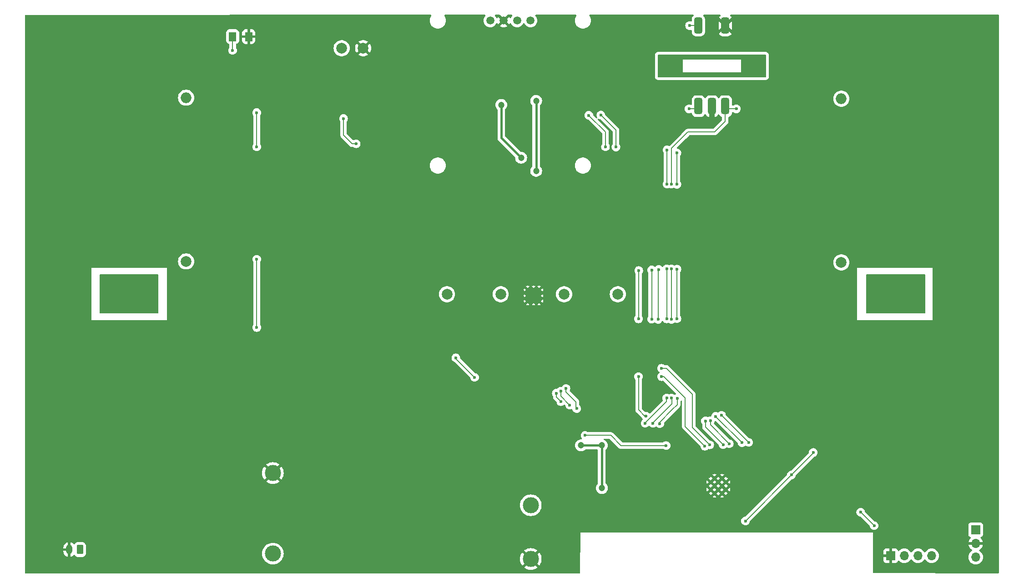
<source format=gbr>
G04 #@! TF.GenerationSoftware,KiCad,Pcbnew,8.0.1*
G04 #@! TF.CreationDate,2024-05-06T16:29:22+03:00*
G04 #@! TF.ProjectId,SmartAtt,536d6172-7441-4747-942e-6b696361645f,rev?*
G04 #@! TF.SameCoordinates,Original*
G04 #@! TF.FileFunction,Copper,L1,Top*
G04 #@! TF.FilePolarity,Positive*
%FSLAX46Y46*%
G04 Gerber Fmt 4.6, Leading zero omitted, Abs format (unit mm)*
G04 Created by KiCad (PCBNEW 8.0.1) date 2024-05-06 16:29:22*
%MOMM*%
%LPD*%
G01*
G04 APERTURE LIST*
G04 Aperture macros list*
%AMRoundRect*
0 Rectangle with rounded corners*
0 $1 Rounding radius*
0 $2 $3 $4 $5 $6 $7 $8 $9 X,Y pos of 4 corners*
0 Add a 4 corners polygon primitive as box body*
4,1,4,$2,$3,$4,$5,$6,$7,$8,$9,$2,$3,0*
0 Add four circle primitives for the rounded corners*
1,1,$1+$1,$2,$3*
1,1,$1+$1,$4,$5*
1,1,$1+$1,$6,$7*
1,1,$1+$1,$8,$9*
0 Add four rect primitives between the rounded corners*
20,1,$1+$1,$2,$3,$4,$5,0*
20,1,$1+$1,$4,$5,$6,$7,0*
20,1,$1+$1,$6,$7,$8,$9,0*
20,1,$1+$1,$8,$9,$2,$3,0*%
G04 Aperture macros list end*
G04 #@! TA.AperFunction,Conductor*
%ADD10C,0.200000*%
G04 #@! TD*
G04 #@! TA.AperFunction,EtchedComponent*
%ADD11C,0.200000*%
G04 #@! TD*
G04 #@! TA.AperFunction,ComponentPad*
%ADD12R,1.700000X1.700000*%
G04 #@! TD*
G04 #@! TA.AperFunction,ComponentPad*
%ADD13O,1.700000X1.700000*%
G04 #@! TD*
G04 #@! TA.AperFunction,ComponentPad*
%ADD14C,3.000000*%
G04 #@! TD*
G04 #@! TA.AperFunction,ComponentPad*
%ADD15C,1.500000*%
G04 #@! TD*
G04 #@! TA.AperFunction,SMDPad,CuDef*
%ADD16R,1.000000X1.000000*%
G04 #@! TD*
G04 #@! TA.AperFunction,ComponentPad*
%ADD17C,2.000000*%
G04 #@! TD*
G04 #@! TA.AperFunction,SMDPad,CuDef*
%ADD18RoundRect,0.250001X0.462499X0.624999X-0.462499X0.624999X-0.462499X-0.624999X0.462499X-0.624999X0*%
G04 #@! TD*
G04 #@! TA.AperFunction,SMDPad,CuDef*
%ADD19RoundRect,0.375000X-0.375000X-1.125000X0.375000X-1.125000X0.375000X1.125000X-0.375000X1.125000X0*%
G04 #@! TD*
G04 #@! TA.AperFunction,ComponentPad*
%ADD20RoundRect,0.250000X0.350000X0.625000X-0.350000X0.625000X-0.350000X-0.625000X0.350000X-0.625000X0*%
G04 #@! TD*
G04 #@! TA.AperFunction,ComponentPad*
%ADD21O,1.200000X1.750000*%
G04 #@! TD*
G04 #@! TA.AperFunction,HeatsinkPad*
%ADD22C,0.600000*%
G04 #@! TD*
G04 #@! TA.AperFunction,HeatsinkPad*
%ADD23C,0.500000*%
G04 #@! TD*
G04 #@! TA.AperFunction,HeatsinkPad*
%ADD24R,2.600000X2.600000*%
G04 #@! TD*
G04 #@! TA.AperFunction,ComponentPad*
%ADD25O,2.000000X2.000000*%
G04 #@! TD*
G04 #@! TA.AperFunction,ViaPad*
%ADD26C,15.000000*%
G04 #@! TD*
G04 #@! TA.AperFunction,ViaPad*
%ADD27C,0.600000*%
G04 #@! TD*
G04 #@! TA.AperFunction,ViaPad*
%ADD28C,1.200000*%
G04 #@! TD*
G04 #@! TA.AperFunction,ViaPad*
%ADD29C,5.000000*%
G04 #@! TD*
G04 #@! TA.AperFunction,Conductor*
%ADD30C,1.000000*%
G04 #@! TD*
G04 #@! TA.AperFunction,Conductor*
%ADD31C,0.400000*%
G04 #@! TD*
G04 APERTURE END LIST*
D10*
X217500000Y-87100000D02*
X228300000Y-87100000D01*
X228300000Y-94200000D01*
X217500000Y-94200000D01*
X217500000Y-87100000D01*
G04 #@! TA.AperFunction,Conductor*
G36*
X217500000Y-87100000D02*
G01*
X228300000Y-87100000D01*
X228300000Y-94200000D01*
X217500000Y-94200000D01*
X217500000Y-87100000D01*
G37*
G04 #@! TD.AperFunction*
X74800000Y-87100000D02*
X85600000Y-87100000D01*
X85600000Y-94200000D01*
X74800000Y-94200000D01*
X74800000Y-87100000D01*
G04 #@! TA.AperFunction,Conductor*
G36*
X74800000Y-87100000D02*
G01*
X85600000Y-87100000D01*
X85600000Y-94200000D01*
X74800000Y-94200000D01*
X74800000Y-87100000D01*
G37*
G04 #@! TD.AperFunction*
D11*
X178700000Y-46200000D02*
X198700000Y-46200000D01*
X198700000Y-46950000D01*
X178700000Y-46950000D01*
X178700000Y-46200000D01*
G04 #@! TA.AperFunction,EtchedComponent*
G36*
X178700000Y-46200000D02*
G01*
X198700000Y-46200000D01*
X198700000Y-46950000D01*
X178700000Y-46950000D01*
X178700000Y-46200000D01*
G37*
G04 #@! TD.AperFunction*
X178700000Y-46950000D02*
X183200000Y-46950000D01*
X183200000Y-49450000D01*
X178700000Y-49450000D01*
X178700000Y-46950000D01*
G04 #@! TA.AperFunction,EtchedComponent*
G36*
X178700000Y-46950000D02*
G01*
X183200000Y-46950000D01*
X183200000Y-49450000D01*
X178700000Y-49450000D01*
X178700000Y-46950000D01*
G37*
G04 #@! TD.AperFunction*
X178700000Y-49450000D02*
X198700000Y-49450000D01*
X198700000Y-50200000D01*
X178700000Y-50200000D01*
X178700000Y-49450000D01*
G04 #@! TA.AperFunction,EtchedComponent*
G36*
X178700000Y-49450000D02*
G01*
X198700000Y-49450000D01*
X198700000Y-50200000D01*
X178700000Y-50200000D01*
X178700000Y-49450000D01*
G37*
G04 #@! TD.AperFunction*
X194200000Y-46950000D02*
X198700000Y-46950000D01*
X198700000Y-49450000D01*
X194200000Y-49450000D01*
X194200000Y-46950000D01*
G04 #@! TA.AperFunction,EtchedComponent*
G36*
X194200000Y-46950000D02*
G01*
X198700000Y-46950000D01*
X198700000Y-49450000D01*
X194200000Y-49450000D01*
X194200000Y-46950000D01*
G37*
G04 #@! TD.AperFunction*
D12*
X237800000Y-134575000D03*
D13*
X237800000Y-137115000D03*
X237800000Y-139655000D03*
D14*
X107000000Y-139000000D03*
X107000000Y-124000000D03*
X155000000Y-130000000D03*
X155000000Y-140000000D03*
D15*
X147450000Y-39750000D03*
X149950000Y-39750000D03*
X152450000Y-39750000D03*
X154950000Y-39750000D03*
D16*
X65400000Y-104000000D03*
D17*
X119800000Y-44900000D03*
X123800000Y-44900000D03*
D16*
X222800000Y-90700000D03*
X80300000Y-90600000D03*
D18*
X102487500Y-42750000D03*
X99512500Y-42750000D03*
D19*
X186200000Y-55700000D03*
X188700000Y-55700000D03*
X191200000Y-55700000D03*
X191200000Y-40700000D03*
X186200000Y-40700000D03*
D16*
X237400000Y-104200000D03*
D20*
X71100000Y-138250000D03*
D21*
X69100000Y-138250000D03*
D12*
X221980000Y-139400000D03*
D13*
X224520000Y-139400000D03*
X227060000Y-139400000D03*
X229600000Y-139400000D03*
D17*
X171200000Y-90700000D03*
X161200000Y-90700000D03*
D22*
X188500000Y-125685000D03*
X188500000Y-127085000D03*
X189200000Y-124985000D03*
X189200000Y-126385000D03*
X189200000Y-127785000D03*
X189875000Y-125685000D03*
X189875000Y-127085000D03*
X190600000Y-124985000D03*
X190600000Y-126385000D03*
X190600000Y-127785000D03*
X191300000Y-125685000D03*
X191300000Y-127085000D03*
D23*
X154450000Y-89900000D03*
X154450000Y-90950000D03*
X154450000Y-92000000D03*
X155500000Y-89900000D03*
X155500000Y-90950000D03*
D24*
X155500000Y-90950000D03*
D23*
X155500000Y-92000000D03*
X156550000Y-89900000D03*
X156550000Y-90950000D03*
X156550000Y-92000000D03*
D17*
X90850000Y-84595000D03*
D25*
X90850000Y-54115000D03*
D17*
X212800000Y-84795000D03*
D25*
X212800000Y-54315000D03*
D17*
X149400000Y-90700000D03*
X139400000Y-90700000D03*
D26*
X71012461Y-77119461D03*
X231812461Y-104019461D03*
D27*
X161200000Y-82600000D03*
D28*
X149250000Y-105550000D03*
D27*
X179350000Y-40750000D03*
X158000000Y-82650000D03*
X169550000Y-132200000D03*
X163750000Y-115300000D03*
X155000000Y-82600000D03*
X181050000Y-134150000D03*
D26*
X231812461Y-77119461D03*
D27*
X151900000Y-82550000D03*
X131550000Y-138600000D03*
D26*
X70712461Y-104019461D03*
D27*
X148000000Y-129300000D03*
X201850000Y-134100000D03*
X182750000Y-59800000D03*
X131500000Y-121000000D03*
X195000000Y-59700000D03*
X182450000Y-114450000D03*
X172550000Y-114650000D03*
X168350000Y-99100000D03*
X141650000Y-127850000D03*
D29*
X77212461Y-90619461D03*
X83212461Y-90619461D03*
D28*
X168200000Y-118850000D03*
X168250000Y-126800000D03*
X156000000Y-54700000D03*
X164350000Y-118850000D03*
X156000000Y-67750000D03*
D27*
X203512500Y-124362500D03*
D28*
X153200000Y-65300000D03*
X149500000Y-55450000D03*
D27*
X207575000Y-120175000D03*
X194950000Y-132925000D03*
X193250000Y-56200000D03*
X177750000Y-114750000D03*
X181200000Y-95400000D03*
X181200000Y-70200000D03*
X181200000Y-86000000D03*
X181200000Y-110050000D03*
X182200000Y-64400000D03*
X182200000Y-70250000D03*
X182200000Y-86050000D03*
X184450000Y-56200000D03*
X179000000Y-114800000D03*
X182200000Y-95250000D03*
X182250000Y-110100000D03*
X180350000Y-70200000D03*
X180300000Y-95300000D03*
X184550000Y-40700000D03*
X176300000Y-114750000D03*
X180350000Y-63850000D03*
X180300000Y-110050000D03*
X180300000Y-86000000D03*
D29*
X225912461Y-90719461D03*
X219912461Y-90719461D03*
D27*
X99500000Y-45300000D03*
X194300000Y-118350000D03*
X189400000Y-113450000D03*
X191950000Y-118550000D03*
X188450000Y-114250000D03*
X190800000Y-118700000D03*
X187500000Y-114300000D03*
X160600000Y-110700000D03*
X159750000Y-109150000D03*
X190500000Y-113250000D03*
X195550000Y-118300000D03*
X161550000Y-108250000D03*
X163550000Y-112000000D03*
X162250000Y-111350000D03*
X160600000Y-108750000D03*
X216400000Y-131300000D03*
X218900000Y-133800000D03*
X141050000Y-102550000D03*
X180200000Y-118900000D03*
X104000000Y-56900000D03*
X104000000Y-63250000D03*
X104000000Y-96900000D03*
X104000000Y-84200000D03*
X165100000Y-117000000D03*
X144550000Y-106200000D03*
X175050000Y-106050000D03*
X176400000Y-113400000D03*
X175100000Y-86300000D03*
X122500000Y-62700000D03*
X175050000Y-95300000D03*
X120150000Y-58000000D03*
X187400000Y-119000000D03*
X177500000Y-95350000D03*
X179350000Y-106050000D03*
X168900000Y-63250000D03*
X177500000Y-86200000D03*
X165800000Y-57400000D03*
X170850000Y-63300000D03*
X178800000Y-86100000D03*
X168050000Y-57350000D03*
X178700000Y-95400000D03*
X179350000Y-104500000D03*
X188300000Y-118750000D03*
D30*
X188700000Y-55700000D02*
X188700000Y-57750000D01*
D10*
X188150000Y-58300000D02*
X183900000Y-58300000D01*
X183900000Y-58300000D02*
X182750000Y-59450000D01*
X182750000Y-59450000D02*
X182750000Y-59800000D01*
X188700000Y-57750000D02*
X188150000Y-58300000D01*
X168200000Y-126800000D02*
X168250000Y-126800000D01*
D31*
X156000000Y-67750000D02*
X156000000Y-54700000D01*
X168200000Y-126800000D02*
X168200000Y-118850000D01*
X168200000Y-118850000D02*
X164350000Y-118850000D01*
X153200000Y-65300000D02*
X149500000Y-61600000D01*
D10*
X203512500Y-124362500D02*
X207575000Y-120300000D01*
D31*
X149500000Y-61600000D02*
X149500000Y-55450000D01*
D10*
X194950000Y-132925000D02*
X203512500Y-124362500D01*
X207575000Y-120300000D02*
X207575000Y-120175000D01*
X177750000Y-114650000D02*
X181100000Y-111300000D01*
X177750000Y-114750000D02*
X177750000Y-114650000D01*
X181250000Y-110150000D02*
X181250000Y-110100000D01*
X181250000Y-111150000D02*
X181250000Y-110150000D01*
X181200000Y-94900000D02*
X181200000Y-86000000D01*
X184250000Y-60500000D02*
X189200000Y-60500000D01*
X181200000Y-70200000D02*
X181200000Y-63550000D01*
X189200000Y-60500000D02*
X191200000Y-58500000D01*
X191200000Y-58500000D02*
X191200000Y-55700000D01*
X181100000Y-111300000D02*
X181250000Y-111150000D01*
X191200000Y-55700000D02*
X191700000Y-56200000D01*
X181200000Y-95400000D02*
X181200000Y-94900000D01*
X183400000Y-61350000D02*
X184250000Y-60500000D01*
X191700000Y-56200000D02*
X193250000Y-56200000D01*
X181200000Y-63550000D02*
X183400000Y-61350000D01*
X181250000Y-110100000D02*
X181200000Y-110050000D01*
X182200000Y-95250000D02*
X182200000Y-86050000D01*
X179000000Y-114550000D02*
X181300000Y-112250000D01*
X184450000Y-56200000D02*
X185700000Y-56200000D01*
X182200000Y-70250000D02*
X182200000Y-64400000D01*
X182250000Y-111300000D02*
X182250000Y-110100000D01*
X179000000Y-114800000D02*
X179000000Y-114550000D01*
X181300000Y-112250000D02*
X182250000Y-111300000D01*
X185700000Y-56200000D02*
X186200000Y-55700000D01*
X180250000Y-110100000D02*
X180300000Y-110050000D01*
X176300000Y-114650000D02*
X177200000Y-113750000D01*
X176300000Y-114750000D02*
X176300000Y-114650000D01*
X180250000Y-110700000D02*
X180250000Y-110150000D01*
X180350000Y-70200000D02*
X180350000Y-63850000D01*
X180300000Y-95300000D02*
X180300000Y-94800000D01*
X186200000Y-40700000D02*
X184550000Y-40700000D01*
X180250000Y-110150000D02*
X180250000Y-110100000D01*
X180300000Y-94800000D02*
X180300000Y-86000000D01*
X177200000Y-113750000D02*
X180250000Y-110700000D01*
X99500000Y-45300000D02*
X99500000Y-45000000D01*
X99512500Y-44987500D02*
X99512500Y-42750000D01*
X99500000Y-45000000D02*
X99512500Y-44987500D01*
X194300000Y-118350000D02*
X189400000Y-113450000D01*
X191950000Y-118550000D02*
X188450000Y-115050000D01*
X188450000Y-115050000D02*
X188450000Y-114250000D01*
X187500000Y-115400000D02*
X187500000Y-114300000D01*
X190800000Y-118700000D02*
X187500000Y-115400000D01*
X159750000Y-109150000D02*
X159750000Y-109200000D01*
X159750000Y-109850000D02*
X160600000Y-110700000D01*
X159750000Y-109200000D02*
X159750000Y-109850000D01*
X195550000Y-118300000D02*
X190500000Y-113250000D01*
X161550000Y-108250000D02*
X161550000Y-108900000D01*
X163400000Y-111850000D02*
X163550000Y-112000000D01*
X163400000Y-110750000D02*
X163400000Y-111850000D01*
X161550000Y-108900000D02*
X163400000Y-110750000D01*
X160600000Y-109700000D02*
X162250000Y-111350000D01*
X160600000Y-108750000D02*
X160600000Y-109700000D01*
X218900000Y-133800000D02*
X216400000Y-131300000D01*
X180200000Y-118900000D02*
X171800000Y-118900000D01*
X144550000Y-106200000D02*
X141050000Y-102700000D01*
X104000000Y-63250000D02*
X104000000Y-56900000D01*
X171800000Y-118900000D02*
X169900000Y-117000000D01*
X104000000Y-96900000D02*
X104000000Y-84200000D01*
X169900000Y-117000000D02*
X165100000Y-117000000D01*
X141050000Y-102700000D02*
X141050000Y-102550000D01*
X175050000Y-95300000D02*
X175050000Y-86350000D01*
X121750000Y-62700000D02*
X120150000Y-61100000D01*
X176400000Y-113400000D02*
X176200000Y-113400000D01*
X175050000Y-86350000D02*
X175100000Y-86300000D01*
X175050000Y-112250000D02*
X175050000Y-106050000D01*
X176200000Y-113400000D02*
X175050000Y-112250000D01*
X120150000Y-61100000D02*
X120150000Y-58000000D01*
X122500000Y-62700000D02*
X121750000Y-62700000D01*
X179350000Y-106050000D02*
X179750000Y-106050000D01*
X183750000Y-115350000D02*
X187400000Y-119000000D01*
X168900000Y-60500000D02*
X165800000Y-57400000D01*
X168900000Y-63250000D02*
X168900000Y-60500000D01*
X177500000Y-95350000D02*
X177500000Y-86200000D01*
X183750000Y-110050000D02*
X183750000Y-115350000D01*
X179750000Y-106050000D02*
X183750000Y-110050000D01*
X170850000Y-60150000D02*
X168050000Y-57350000D01*
X178700000Y-86200000D02*
X178800000Y-86100000D01*
X180250000Y-104500000D02*
X185050000Y-109300000D01*
X185050000Y-115500000D02*
X188300000Y-118750000D01*
X178700000Y-95400000D02*
X178700000Y-86200000D01*
X170850000Y-63300000D02*
X170850000Y-60150000D01*
X185050000Y-109300000D02*
X185050000Y-115500000D01*
X179350000Y-104500000D02*
X180250000Y-104500000D01*
G04 #@! TA.AperFunction,Conductor*
G36*
X242092951Y-38669700D02*
G01*
X242138720Y-38722491D01*
X242149940Y-38774094D01*
X242100059Y-142575794D01*
X242080342Y-142642824D01*
X242027516Y-142688553D01*
X241975794Y-142699734D01*
X218823735Y-142650264D01*
X218756738Y-142630436D01*
X218711096Y-142577534D01*
X218700000Y-142526264D01*
X218700000Y-140297844D01*
X220630000Y-140297844D01*
X220636401Y-140357372D01*
X220636403Y-140357379D01*
X220686645Y-140492086D01*
X220686649Y-140492093D01*
X220772809Y-140607187D01*
X220772812Y-140607190D01*
X220887906Y-140693350D01*
X220887913Y-140693354D01*
X221022620Y-140743596D01*
X221022627Y-140743598D01*
X221082155Y-140749999D01*
X221082172Y-140750000D01*
X221730000Y-140750000D01*
X221730000Y-139833012D01*
X221787007Y-139865925D01*
X221914174Y-139900000D01*
X222045826Y-139900000D01*
X222172993Y-139865925D01*
X222230000Y-139833012D01*
X222230000Y-140750000D01*
X222877828Y-140750000D01*
X222877844Y-140749999D01*
X222937372Y-140743598D01*
X222937379Y-140743596D01*
X223072086Y-140693354D01*
X223072093Y-140693350D01*
X223187187Y-140607190D01*
X223187190Y-140607187D01*
X223273350Y-140492093D01*
X223273354Y-140492086D01*
X223322422Y-140360529D01*
X223364293Y-140304595D01*
X223429757Y-140280178D01*
X223498030Y-140295030D01*
X223526285Y-140316181D01*
X223648599Y-140438495D01*
X223725135Y-140492086D01*
X223842165Y-140574032D01*
X223842167Y-140574033D01*
X223842170Y-140574035D01*
X224056337Y-140673903D01*
X224284592Y-140735063D01*
X224455319Y-140750000D01*
X224519999Y-140755659D01*
X224520000Y-140755659D01*
X224520001Y-140755659D01*
X224584681Y-140750000D01*
X224755408Y-140735063D01*
X224983663Y-140673903D01*
X225197830Y-140574035D01*
X225391401Y-140438495D01*
X225558495Y-140271401D01*
X225688425Y-140085842D01*
X225743002Y-140042217D01*
X225812500Y-140035023D01*
X225874855Y-140066546D01*
X225891575Y-140085842D01*
X226021500Y-140271395D01*
X226021505Y-140271401D01*
X226188599Y-140438495D01*
X226265135Y-140492086D01*
X226382165Y-140574032D01*
X226382167Y-140574033D01*
X226382170Y-140574035D01*
X226596337Y-140673903D01*
X226824592Y-140735063D01*
X226995319Y-140750000D01*
X227059999Y-140755659D01*
X227060000Y-140755659D01*
X227060001Y-140755659D01*
X227124681Y-140750000D01*
X227295408Y-140735063D01*
X227523663Y-140673903D01*
X227737830Y-140574035D01*
X227931401Y-140438495D01*
X228098495Y-140271401D01*
X228228425Y-140085842D01*
X228283002Y-140042217D01*
X228352500Y-140035023D01*
X228414855Y-140066546D01*
X228431575Y-140085842D01*
X228561500Y-140271395D01*
X228561505Y-140271401D01*
X228728599Y-140438495D01*
X228805135Y-140492086D01*
X228922165Y-140574032D01*
X228922167Y-140574033D01*
X228922170Y-140574035D01*
X229136337Y-140673903D01*
X229364592Y-140735063D01*
X229535319Y-140750000D01*
X229599999Y-140755659D01*
X229600000Y-140755659D01*
X229600001Y-140755659D01*
X229664681Y-140750000D01*
X229835408Y-140735063D01*
X230063663Y-140673903D01*
X230277830Y-140574035D01*
X230471401Y-140438495D01*
X230638495Y-140271401D01*
X230774035Y-140077830D01*
X230873903Y-139863663D01*
X230929813Y-139655000D01*
X236444341Y-139655000D01*
X236464936Y-139890403D01*
X236464938Y-139890413D01*
X236526094Y-140118655D01*
X236526096Y-140118659D01*
X236526097Y-140118663D01*
X236597317Y-140271395D01*
X236625965Y-140332830D01*
X236625967Y-140332834D01*
X236724588Y-140473678D01*
X236761505Y-140526401D01*
X236928599Y-140693495D01*
X237017378Y-140755659D01*
X237122165Y-140829032D01*
X237122167Y-140829033D01*
X237122170Y-140829035D01*
X237336337Y-140928903D01*
X237564592Y-140990063D01*
X237742291Y-141005610D01*
X237799999Y-141010659D01*
X237800000Y-141010659D01*
X237800001Y-141010659D01*
X237857709Y-141005610D01*
X238035408Y-140990063D01*
X238263663Y-140928903D01*
X238477830Y-140829035D01*
X238671401Y-140693495D01*
X238838495Y-140526401D01*
X238974035Y-140332830D01*
X239073903Y-140118663D01*
X239135063Y-139890408D01*
X239155659Y-139655000D01*
X239135063Y-139419592D01*
X239073903Y-139191337D01*
X238974035Y-138977171D01*
X238945442Y-138936335D01*
X238838494Y-138783597D01*
X238671402Y-138616506D01*
X238671401Y-138616505D01*
X238485405Y-138486269D01*
X238441781Y-138431692D01*
X238434588Y-138362193D01*
X238466110Y-138299839D01*
X238485405Y-138283119D01*
X238671082Y-138153105D01*
X238838105Y-137986082D01*
X238973600Y-137792578D01*
X239073429Y-137578492D01*
X239073432Y-137578486D01*
X239130636Y-137365000D01*
X238233012Y-137365000D01*
X238265925Y-137307993D01*
X238300000Y-137180826D01*
X238300000Y-137049174D01*
X238265925Y-136922007D01*
X238233012Y-136865000D01*
X239130636Y-136865000D01*
X239130635Y-136864999D01*
X239073432Y-136651513D01*
X239073429Y-136651507D01*
X238973600Y-136437422D01*
X238973599Y-136437420D01*
X238838113Y-136243926D01*
X238838108Y-136243920D01*
X238716053Y-136121865D01*
X238682568Y-136060542D01*
X238687552Y-135990850D01*
X238729424Y-135934917D01*
X238760400Y-135918002D01*
X238892331Y-135868796D01*
X239007546Y-135782546D01*
X239093796Y-135667331D01*
X239144091Y-135532483D01*
X239150500Y-135472873D01*
X239150499Y-133677128D01*
X239144091Y-133617517D01*
X239093796Y-133482669D01*
X239093795Y-133482668D01*
X239093793Y-133482664D01*
X239007547Y-133367455D01*
X239007544Y-133367452D01*
X238892335Y-133281206D01*
X238892328Y-133281202D01*
X238757482Y-133230908D01*
X238757483Y-133230908D01*
X238697883Y-133224501D01*
X238697881Y-133224500D01*
X238697873Y-133224500D01*
X238697864Y-133224500D01*
X236902129Y-133224500D01*
X236902123Y-133224501D01*
X236842516Y-133230908D01*
X236707671Y-133281202D01*
X236707664Y-133281206D01*
X236592455Y-133367452D01*
X236592452Y-133367455D01*
X236506206Y-133482664D01*
X236506202Y-133482671D01*
X236455908Y-133617517D01*
X236449501Y-133677116D01*
X236449501Y-133677123D01*
X236449500Y-133677135D01*
X236449500Y-135472870D01*
X236449501Y-135472876D01*
X236455908Y-135532483D01*
X236506202Y-135667328D01*
X236506206Y-135667335D01*
X236592452Y-135782544D01*
X236592455Y-135782547D01*
X236707664Y-135868793D01*
X236707671Y-135868797D01*
X236707674Y-135868798D01*
X236839598Y-135918002D01*
X236895531Y-135959873D01*
X236919949Y-136025337D01*
X236905098Y-136093610D01*
X236883947Y-136121865D01*
X236761886Y-136243926D01*
X236626400Y-136437420D01*
X236626399Y-136437422D01*
X236526570Y-136651507D01*
X236526567Y-136651513D01*
X236469364Y-136864999D01*
X236469364Y-136865000D01*
X237366988Y-136865000D01*
X237334075Y-136922007D01*
X237300000Y-137049174D01*
X237300000Y-137180826D01*
X237334075Y-137307993D01*
X237366988Y-137365000D01*
X236469364Y-137365000D01*
X236526567Y-137578486D01*
X236526570Y-137578492D01*
X236626399Y-137792578D01*
X236761894Y-137986082D01*
X236928917Y-138153105D01*
X237114595Y-138283119D01*
X237158219Y-138337696D01*
X237165412Y-138407195D01*
X237133890Y-138469549D01*
X237114595Y-138486269D01*
X236928594Y-138616508D01*
X236761505Y-138783597D01*
X236625965Y-138977169D01*
X236625964Y-138977171D01*
X236526098Y-139191335D01*
X236526094Y-139191344D01*
X236464938Y-139419586D01*
X236464936Y-139419596D01*
X236444341Y-139654999D01*
X236444341Y-139655000D01*
X230929813Y-139655000D01*
X230935063Y-139635408D01*
X230955659Y-139400000D01*
X230935063Y-139164592D01*
X230873903Y-138936337D01*
X230774035Y-138722171D01*
X230768715Y-138714572D01*
X230638494Y-138528597D01*
X230471402Y-138361506D01*
X230471395Y-138361501D01*
X230277834Y-138225967D01*
X230277830Y-138225965D01*
X230151021Y-138166833D01*
X230063663Y-138126097D01*
X230063659Y-138126096D01*
X230063655Y-138126094D01*
X229835413Y-138064938D01*
X229835403Y-138064936D01*
X229600001Y-138044341D01*
X229599999Y-138044341D01*
X229364596Y-138064936D01*
X229364586Y-138064938D01*
X229136344Y-138126094D01*
X229136335Y-138126098D01*
X228922171Y-138225964D01*
X228922169Y-138225965D01*
X228728597Y-138361505D01*
X228561505Y-138528597D01*
X228431575Y-138714158D01*
X228376998Y-138757783D01*
X228307500Y-138764977D01*
X228245145Y-138733454D01*
X228228425Y-138714158D01*
X228098494Y-138528597D01*
X227931402Y-138361506D01*
X227931395Y-138361501D01*
X227737834Y-138225967D01*
X227737830Y-138225965D01*
X227611021Y-138166833D01*
X227523663Y-138126097D01*
X227523659Y-138126096D01*
X227523655Y-138126094D01*
X227295413Y-138064938D01*
X227295403Y-138064936D01*
X227060001Y-138044341D01*
X227059999Y-138044341D01*
X226824596Y-138064936D01*
X226824586Y-138064938D01*
X226596344Y-138126094D01*
X226596335Y-138126098D01*
X226382171Y-138225964D01*
X226382169Y-138225965D01*
X226188597Y-138361505D01*
X226021505Y-138528597D01*
X225891575Y-138714158D01*
X225836998Y-138757783D01*
X225767500Y-138764977D01*
X225705145Y-138733454D01*
X225688425Y-138714158D01*
X225558494Y-138528597D01*
X225391402Y-138361506D01*
X225391395Y-138361501D01*
X225197834Y-138225967D01*
X225197830Y-138225965D01*
X225071021Y-138166833D01*
X224983663Y-138126097D01*
X224983659Y-138126096D01*
X224983655Y-138126094D01*
X224755413Y-138064938D01*
X224755403Y-138064936D01*
X224520001Y-138044341D01*
X224519999Y-138044341D01*
X224284596Y-138064936D01*
X224284586Y-138064938D01*
X224056344Y-138126094D01*
X224056335Y-138126098D01*
X223842171Y-138225964D01*
X223842169Y-138225965D01*
X223648600Y-138361503D01*
X223526284Y-138483819D01*
X223464961Y-138517303D01*
X223395269Y-138512319D01*
X223339336Y-138470447D01*
X223322421Y-138439470D01*
X223273354Y-138307913D01*
X223273350Y-138307906D01*
X223187190Y-138192812D01*
X223187187Y-138192809D01*
X223072093Y-138106649D01*
X223072086Y-138106645D01*
X222937379Y-138056403D01*
X222937372Y-138056401D01*
X222877844Y-138050000D01*
X222230000Y-138050000D01*
X222230000Y-138966988D01*
X222172993Y-138934075D01*
X222045826Y-138900000D01*
X221914174Y-138900000D01*
X221787007Y-138934075D01*
X221730000Y-138966988D01*
X221730000Y-138050000D01*
X221082155Y-138050000D01*
X221022627Y-138056401D01*
X221022620Y-138056403D01*
X220887913Y-138106645D01*
X220887906Y-138106649D01*
X220772812Y-138192809D01*
X220772809Y-138192812D01*
X220686649Y-138307906D01*
X220686645Y-138307913D01*
X220636403Y-138442620D01*
X220636401Y-138442627D01*
X220630000Y-138502155D01*
X220630000Y-139150000D01*
X221546988Y-139150000D01*
X221514075Y-139207007D01*
X221480000Y-139334174D01*
X221480000Y-139465826D01*
X221514075Y-139592993D01*
X221546988Y-139650000D01*
X220630000Y-139650000D01*
X220630000Y-140297844D01*
X218700000Y-140297844D01*
X218700000Y-135100000D01*
X164250000Y-135100000D01*
X164200810Y-142576816D01*
X164180685Y-142643724D01*
X164127581Y-142689131D01*
X164076813Y-142700000D01*
X60974000Y-142700000D01*
X60906961Y-142680315D01*
X60861206Y-142627511D01*
X60850000Y-142576000D01*
X60850000Y-138611571D01*
X68000000Y-138611571D01*
X68027085Y-138782584D01*
X68080591Y-138947257D01*
X68159195Y-139101524D01*
X68260967Y-139241602D01*
X68383397Y-139364032D01*
X68523475Y-139465804D01*
X68677744Y-139544408D01*
X68842415Y-139597914D01*
X68842414Y-139597914D01*
X68849999Y-139599115D01*
X68850000Y-139599114D01*
X68850000Y-138530330D01*
X68869745Y-138550075D01*
X68955255Y-138599444D01*
X69050630Y-138625000D01*
X69149370Y-138625000D01*
X69244745Y-138599444D01*
X69330255Y-138550075D01*
X69350000Y-138530330D01*
X69350000Y-139599115D01*
X69357584Y-139597914D01*
X69522255Y-139544408D01*
X69676524Y-139465804D01*
X69816598Y-139364035D01*
X69924199Y-139256434D01*
X69985522Y-139222949D01*
X70055214Y-139227933D01*
X70111148Y-139269804D01*
X70117418Y-139279016D01*
X70157288Y-139343656D01*
X70281344Y-139467712D01*
X70430666Y-139559814D01*
X70597203Y-139614999D01*
X70699991Y-139625500D01*
X71500008Y-139625499D01*
X71500016Y-139625498D01*
X71500019Y-139625498D01*
X71556302Y-139619748D01*
X71602797Y-139614999D01*
X71769334Y-139559814D01*
X71918656Y-139467712D01*
X72042712Y-139343656D01*
X72134814Y-139194334D01*
X72189999Y-139027797D01*
X72192839Y-139000001D01*
X104994390Y-139000001D01*
X105014804Y-139285433D01*
X105075628Y-139565037D01*
X105075630Y-139565043D01*
X105075631Y-139565046D01*
X105175633Y-139833161D01*
X105175635Y-139833166D01*
X105312770Y-140084309D01*
X105312775Y-140084317D01*
X105484254Y-140313387D01*
X105484270Y-140313405D01*
X105686594Y-140515729D01*
X105686612Y-140515745D01*
X105915682Y-140687224D01*
X105915690Y-140687229D01*
X106166833Y-140824364D01*
X106166832Y-140824364D01*
X106166836Y-140824365D01*
X106166839Y-140824367D01*
X106434954Y-140924369D01*
X106434960Y-140924370D01*
X106434962Y-140924371D01*
X106714566Y-140985195D01*
X106714568Y-140985195D01*
X106714572Y-140985196D01*
X106968220Y-141003337D01*
X106999999Y-141005610D01*
X107000000Y-141005610D01*
X107000001Y-141005610D01*
X107028595Y-141003564D01*
X107285428Y-140985196D01*
X107544204Y-140928903D01*
X107565037Y-140924371D01*
X107565037Y-140924370D01*
X107565046Y-140924369D01*
X107833161Y-140824367D01*
X108084315Y-140687226D01*
X108313395Y-140515739D01*
X108515739Y-140313395D01*
X108687226Y-140084315D01*
X108733265Y-140000001D01*
X152994891Y-140000001D01*
X153015300Y-140285362D01*
X153076109Y-140564895D01*
X153176091Y-140832958D01*
X153313191Y-141084038D01*
X153313196Y-141084046D01*
X153419882Y-141226561D01*
X153419883Y-141226562D01*
X154137425Y-140509019D01*
X154223249Y-140637463D01*
X154362537Y-140776751D01*
X154490978Y-140862573D01*
X153773436Y-141580115D01*
X153915960Y-141686807D01*
X153915961Y-141686808D01*
X154167042Y-141823908D01*
X154167041Y-141823908D01*
X154435104Y-141923890D01*
X154714637Y-141984699D01*
X154999999Y-142005109D01*
X155000001Y-142005109D01*
X155285362Y-141984699D01*
X155564895Y-141923890D01*
X155832958Y-141823908D01*
X156084047Y-141686803D01*
X156226561Y-141580116D01*
X156226562Y-141580115D01*
X155509021Y-140862573D01*
X155637463Y-140776751D01*
X155776751Y-140637463D01*
X155862573Y-140509020D01*
X156580115Y-141226562D01*
X156580116Y-141226561D01*
X156686803Y-141084047D01*
X156823908Y-140832958D01*
X156923890Y-140564895D01*
X156984699Y-140285362D01*
X157005109Y-140000001D01*
X157005109Y-139999998D01*
X156984699Y-139714637D01*
X156923890Y-139435104D01*
X156823908Y-139167041D01*
X156686808Y-138915961D01*
X156686807Y-138915960D01*
X156580115Y-138773436D01*
X155862573Y-139490978D01*
X155776751Y-139362537D01*
X155637463Y-139223249D01*
X155509020Y-139137425D01*
X156226562Y-138419883D01*
X156226561Y-138419882D01*
X156084046Y-138313196D01*
X156084038Y-138313191D01*
X155832957Y-138176091D01*
X155832958Y-138176091D01*
X155564895Y-138076109D01*
X155285362Y-138015300D01*
X155000001Y-137994891D01*
X154999999Y-137994891D01*
X154714637Y-138015300D01*
X154435104Y-138076109D01*
X154167041Y-138176091D01*
X153915961Y-138313191D01*
X153915953Y-138313196D01*
X153773437Y-138419882D01*
X153773436Y-138419883D01*
X154490979Y-139137426D01*
X154362537Y-139223249D01*
X154223249Y-139362537D01*
X154137426Y-139490979D01*
X153419883Y-138773436D01*
X153419882Y-138773437D01*
X153313196Y-138915953D01*
X153313191Y-138915961D01*
X153176091Y-139167041D01*
X153076109Y-139435104D01*
X153015300Y-139714637D01*
X152994891Y-139999998D01*
X152994891Y-140000001D01*
X108733265Y-140000001D01*
X108824367Y-139833161D01*
X108924369Y-139565046D01*
X108956010Y-139419596D01*
X108985195Y-139285433D01*
X108985195Y-139285432D01*
X108985196Y-139285428D01*
X109005610Y-139000000D01*
X108985196Y-138714572D01*
X108925351Y-138439470D01*
X108924371Y-138434962D01*
X108924370Y-138434960D01*
X108924369Y-138434954D01*
X108824367Y-138166839D01*
X108802118Y-138126094D01*
X108687229Y-137915690D01*
X108687224Y-137915682D01*
X108515745Y-137686612D01*
X108515729Y-137686594D01*
X108313405Y-137484270D01*
X108313387Y-137484254D01*
X108084317Y-137312775D01*
X108084309Y-137312770D01*
X107833166Y-137175635D01*
X107833167Y-137175635D01*
X107725915Y-137135632D01*
X107565046Y-137075631D01*
X107565043Y-137075630D01*
X107565037Y-137075628D01*
X107285433Y-137014804D01*
X107000001Y-136994390D01*
X106999999Y-136994390D01*
X106714566Y-137014804D01*
X106434962Y-137075628D01*
X106166833Y-137175635D01*
X105915690Y-137312770D01*
X105915682Y-137312775D01*
X105686612Y-137484254D01*
X105686594Y-137484270D01*
X105484270Y-137686594D01*
X105484254Y-137686612D01*
X105312775Y-137915682D01*
X105312770Y-137915690D01*
X105175635Y-138166833D01*
X105075628Y-138434962D01*
X105014804Y-138714566D01*
X104994390Y-138999998D01*
X104994390Y-139000001D01*
X72192839Y-139000001D01*
X72200500Y-138925009D01*
X72200499Y-137574992D01*
X72189999Y-137472203D01*
X72134814Y-137305666D01*
X72042712Y-137156344D01*
X71918656Y-137032288D01*
X71769334Y-136940186D01*
X71602797Y-136885001D01*
X71602795Y-136885000D01*
X71500010Y-136874500D01*
X70699998Y-136874500D01*
X70699980Y-136874501D01*
X70597203Y-136885000D01*
X70597200Y-136885001D01*
X70430668Y-136940185D01*
X70430663Y-136940187D01*
X70281342Y-137032289D01*
X70157289Y-137156342D01*
X70117420Y-137220981D01*
X70065472Y-137267705D01*
X69996509Y-137278928D01*
X69932427Y-137251084D01*
X69924200Y-137243565D01*
X69816602Y-137135967D01*
X69676524Y-137034195D01*
X69522257Y-136955591D01*
X69357589Y-136902087D01*
X69357581Y-136902085D01*
X69350000Y-136900884D01*
X69350000Y-137969670D01*
X69330255Y-137949925D01*
X69244745Y-137900556D01*
X69149370Y-137875000D01*
X69050630Y-137875000D01*
X68955255Y-137900556D01*
X68869745Y-137949925D01*
X68850000Y-137969670D01*
X68850000Y-136900884D01*
X68849999Y-136900884D01*
X68842418Y-136902085D01*
X68842410Y-136902087D01*
X68677742Y-136955591D01*
X68523475Y-137034195D01*
X68383397Y-137135967D01*
X68260967Y-137258397D01*
X68159195Y-137398475D01*
X68080591Y-137552742D01*
X68027085Y-137717415D01*
X68000000Y-137888428D01*
X68000000Y-138000000D01*
X68819670Y-138000000D01*
X68799925Y-138019745D01*
X68750556Y-138105255D01*
X68725000Y-138200630D01*
X68725000Y-138299370D01*
X68750556Y-138394745D01*
X68799925Y-138480255D01*
X68819670Y-138500000D01*
X68000000Y-138500000D01*
X68000000Y-138611571D01*
X60850000Y-138611571D01*
X60850000Y-132925003D01*
X194144435Y-132925003D01*
X194164630Y-133104249D01*
X194164631Y-133104254D01*
X194224211Y-133274523D01*
X194320184Y-133427262D01*
X194447738Y-133554816D01*
X194600478Y-133650789D01*
X194675771Y-133677135D01*
X194770745Y-133710368D01*
X194770750Y-133710369D01*
X194949996Y-133730565D01*
X194950000Y-133730565D01*
X194950004Y-133730565D01*
X195129249Y-133710369D01*
X195129252Y-133710368D01*
X195129255Y-133710368D01*
X195299522Y-133650789D01*
X195452262Y-133554816D01*
X195579816Y-133427262D01*
X195675789Y-133274522D01*
X195735368Y-133104255D01*
X195745161Y-133017329D01*
X195772226Y-132952918D01*
X195780690Y-132943543D01*
X197424230Y-131300003D01*
X215594435Y-131300003D01*
X215614630Y-131479249D01*
X215614631Y-131479254D01*
X215674211Y-131649523D01*
X215770184Y-131802262D01*
X215897738Y-131929816D01*
X216050478Y-132025789D01*
X216220745Y-132085368D01*
X216307669Y-132095161D01*
X216372080Y-132122226D01*
X216381465Y-132130700D01*
X218069298Y-133818533D01*
X218102783Y-133879856D01*
X218104837Y-133892330D01*
X218114630Y-133979249D01*
X218174210Y-134149521D01*
X218270184Y-134302262D01*
X218397738Y-134429816D01*
X218550478Y-134525789D01*
X218720745Y-134585368D01*
X218720750Y-134585369D01*
X218899996Y-134605565D01*
X218900000Y-134605565D01*
X218900004Y-134605565D01*
X219079249Y-134585369D01*
X219079252Y-134585368D01*
X219079255Y-134585368D01*
X219249522Y-134525789D01*
X219402262Y-134429816D01*
X219529816Y-134302262D01*
X219625789Y-134149522D01*
X219685368Y-133979255D01*
X219695162Y-133892330D01*
X219705565Y-133800003D01*
X219705565Y-133799996D01*
X219685369Y-133620750D01*
X219685368Y-133620745D01*
X219625788Y-133450476D01*
X219573622Y-133367455D01*
X219529816Y-133297738D01*
X219402262Y-133170184D01*
X219297337Y-133104255D01*
X219249521Y-133074210D01*
X219079249Y-133014630D01*
X218992330Y-133004837D01*
X218927916Y-132977770D01*
X218918533Y-132969298D01*
X217230700Y-131281465D01*
X217197215Y-131220142D01*
X217195163Y-131207686D01*
X217185368Y-131120745D01*
X217125789Y-130950478D01*
X217029816Y-130797738D01*
X216902262Y-130670184D01*
X216749523Y-130574211D01*
X216579254Y-130514631D01*
X216579249Y-130514630D01*
X216400004Y-130494435D01*
X216399996Y-130494435D01*
X216220750Y-130514630D01*
X216220745Y-130514631D01*
X216050476Y-130574211D01*
X215897737Y-130670184D01*
X215770184Y-130797737D01*
X215674211Y-130950476D01*
X215614631Y-131120745D01*
X215614630Y-131120750D01*
X215594435Y-131299996D01*
X215594435Y-131300003D01*
X197424230Y-131300003D01*
X203531036Y-125193198D01*
X203592357Y-125159715D01*
X203604810Y-125157663D01*
X203691755Y-125147868D01*
X203862022Y-125088289D01*
X204014762Y-124992316D01*
X204142316Y-124864762D01*
X204238289Y-124712022D01*
X204297868Y-124541755D01*
X204307661Y-124454829D01*
X204334726Y-124390418D01*
X204343190Y-124381043D01*
X207749030Y-120975204D01*
X207795754Y-120945846D01*
X207924522Y-120900789D01*
X208077262Y-120804816D01*
X208204816Y-120677262D01*
X208300789Y-120524522D01*
X208360368Y-120354255D01*
X208371261Y-120257576D01*
X208380565Y-120175003D01*
X208380565Y-120174996D01*
X208360369Y-119995750D01*
X208360368Y-119995745D01*
X208300788Y-119825476D01*
X208261582Y-119763080D01*
X208204816Y-119672738D01*
X208077262Y-119545184D01*
X208052804Y-119529816D01*
X207924523Y-119449211D01*
X207754254Y-119389631D01*
X207754249Y-119389630D01*
X207575004Y-119369435D01*
X207574996Y-119369435D01*
X207395750Y-119389630D01*
X207395745Y-119389631D01*
X207225476Y-119449211D01*
X207072737Y-119545184D01*
X206945184Y-119672737D01*
X206849211Y-119825476D01*
X206789631Y-119995745D01*
X206789630Y-119995750D01*
X206769435Y-120174995D01*
X206769435Y-120174996D01*
X206769435Y-120175000D01*
X206770985Y-120188754D01*
X206758929Y-120257576D01*
X206735445Y-120290317D01*
X203493965Y-123531798D01*
X203432642Y-123565283D01*
X203420168Y-123567337D01*
X203333250Y-123577130D01*
X203162978Y-123636710D01*
X203010237Y-123732684D01*
X202882684Y-123860237D01*
X202786710Y-124012978D01*
X202727130Y-124183250D01*
X202717337Y-124270167D01*
X202690270Y-124334581D01*
X202681798Y-124343964D01*
X194931465Y-132094298D01*
X194870142Y-132127783D01*
X194857668Y-132129837D01*
X194770750Y-132139630D01*
X194600478Y-132199210D01*
X194447737Y-132295184D01*
X194320184Y-132422737D01*
X194224211Y-132575476D01*
X194164631Y-132745745D01*
X194164630Y-132745750D01*
X194144435Y-132924996D01*
X194144435Y-132925003D01*
X60850000Y-132925003D01*
X60850000Y-130000001D01*
X152994390Y-130000001D01*
X153014804Y-130285433D01*
X153075628Y-130565037D01*
X153075630Y-130565043D01*
X153075631Y-130565046D01*
X153162421Y-130797738D01*
X153175635Y-130833166D01*
X153312770Y-131084309D01*
X153312775Y-131084317D01*
X153484254Y-131313387D01*
X153484270Y-131313405D01*
X153686594Y-131515729D01*
X153686612Y-131515745D01*
X153915682Y-131687224D01*
X153915690Y-131687229D01*
X154166833Y-131824364D01*
X154166832Y-131824364D01*
X154166836Y-131824365D01*
X154166839Y-131824367D01*
X154434954Y-131924369D01*
X154434960Y-131924370D01*
X154434962Y-131924371D01*
X154714566Y-131985195D01*
X154714568Y-131985195D01*
X154714572Y-131985196D01*
X154968220Y-132003337D01*
X154999999Y-132005610D01*
X155000000Y-132005610D01*
X155000001Y-132005610D01*
X155028595Y-132003564D01*
X155285428Y-131985196D01*
X155540007Y-131929816D01*
X155565037Y-131924371D01*
X155565037Y-131924370D01*
X155565046Y-131924369D01*
X155833161Y-131824367D01*
X156084315Y-131687226D01*
X156313395Y-131515739D01*
X156515739Y-131313395D01*
X156687226Y-131084315D01*
X156824367Y-130833161D01*
X156924369Y-130565046D01*
X156985196Y-130285428D01*
X157005610Y-130000000D01*
X156985196Y-129714572D01*
X156924369Y-129434954D01*
X156824367Y-129166839D01*
X156687226Y-128915685D01*
X156687224Y-128915682D01*
X156515745Y-128686612D01*
X156515729Y-128686594D01*
X156330796Y-128501661D01*
X188836892Y-128501661D01*
X188850692Y-128510333D01*
X188850691Y-128510333D01*
X189020861Y-128569878D01*
X189199997Y-128590062D01*
X189200003Y-128590062D01*
X189379138Y-128569878D01*
X189379141Y-128569877D01*
X189549305Y-128510334D01*
X189549306Y-128510334D01*
X189563106Y-128501661D01*
X190236892Y-128501661D01*
X190250692Y-128510333D01*
X190250691Y-128510333D01*
X190420861Y-128569878D01*
X190599997Y-128590062D01*
X190600003Y-128590062D01*
X190779138Y-128569878D01*
X190779141Y-128569877D01*
X190949305Y-128510334D01*
X190949306Y-128510334D01*
X190963106Y-128501661D01*
X190963106Y-128501660D01*
X190600001Y-128138553D01*
X190600000Y-128138553D01*
X190236892Y-128501660D01*
X190236892Y-128501661D01*
X189563106Y-128501661D01*
X189563106Y-128501660D01*
X189200001Y-128138553D01*
X189200000Y-128138553D01*
X188836892Y-128501660D01*
X188836892Y-128501661D01*
X156330796Y-128501661D01*
X156313405Y-128484270D01*
X156313387Y-128484254D01*
X156084317Y-128312775D01*
X156084309Y-128312770D01*
X155833166Y-128175635D01*
X155833167Y-128175635D01*
X155714691Y-128131446D01*
X155565046Y-128075631D01*
X155565043Y-128075630D01*
X155565037Y-128075628D01*
X155285433Y-128014804D01*
X155000001Y-127994390D01*
X154999999Y-127994390D01*
X154714566Y-128014804D01*
X154434962Y-128075628D01*
X154166833Y-128175635D01*
X153915690Y-128312770D01*
X153915682Y-128312775D01*
X153686612Y-128484254D01*
X153686594Y-128484270D01*
X153484270Y-128686594D01*
X153484254Y-128686612D01*
X153312775Y-128915682D01*
X153312770Y-128915690D01*
X153175635Y-129166833D01*
X153075628Y-129434962D01*
X153014804Y-129714566D01*
X152994390Y-129999998D01*
X152994390Y-130000001D01*
X60850000Y-130000001D01*
X60850000Y-124000001D01*
X104994891Y-124000001D01*
X105015300Y-124285362D01*
X105076109Y-124564895D01*
X105176091Y-124832958D01*
X105313191Y-125084038D01*
X105313196Y-125084046D01*
X105419882Y-125226561D01*
X105419883Y-125226562D01*
X106137425Y-124509019D01*
X106223249Y-124637463D01*
X106362537Y-124776751D01*
X106490978Y-124862573D01*
X105773436Y-125580115D01*
X105915960Y-125686807D01*
X105915961Y-125686808D01*
X106167042Y-125823908D01*
X106167041Y-125823908D01*
X106435104Y-125923890D01*
X106714637Y-125984699D01*
X106999999Y-126005109D01*
X107000001Y-126005109D01*
X107285362Y-125984699D01*
X107564895Y-125923890D01*
X107832958Y-125823908D01*
X108084047Y-125686803D01*
X108226561Y-125580116D01*
X108226562Y-125580115D01*
X107509021Y-124862573D01*
X107637463Y-124776751D01*
X107776751Y-124637463D01*
X107862573Y-124509020D01*
X108580115Y-125226562D01*
X108580116Y-125226561D01*
X108686803Y-125084047D01*
X108823908Y-124832958D01*
X108923890Y-124564895D01*
X108984699Y-124285362D01*
X109005109Y-124000001D01*
X109005109Y-123999998D01*
X108984699Y-123714637D01*
X108923890Y-123435104D01*
X108823908Y-123167041D01*
X108686808Y-122915961D01*
X108686807Y-122915960D01*
X108580115Y-122773436D01*
X107862573Y-123490978D01*
X107776751Y-123362537D01*
X107637463Y-123223249D01*
X107509020Y-123137425D01*
X108226562Y-122419883D01*
X108226561Y-122419882D01*
X108084046Y-122313196D01*
X108084038Y-122313191D01*
X107832957Y-122176091D01*
X107832958Y-122176091D01*
X107564895Y-122076109D01*
X107285362Y-122015300D01*
X107000001Y-121994891D01*
X106999999Y-121994891D01*
X106714637Y-122015300D01*
X106435104Y-122076109D01*
X106167041Y-122176091D01*
X105915961Y-122313191D01*
X105915953Y-122313196D01*
X105773437Y-122419882D01*
X105773436Y-122419883D01*
X106490979Y-123137426D01*
X106362537Y-123223249D01*
X106223249Y-123362537D01*
X106137426Y-123490979D01*
X105419883Y-122773436D01*
X105419882Y-122773437D01*
X105313196Y-122915953D01*
X105313191Y-122915961D01*
X105176091Y-123167041D01*
X105076109Y-123435104D01*
X105015300Y-123714637D01*
X104994891Y-123999998D01*
X104994891Y-124000001D01*
X60850000Y-124000001D01*
X60850000Y-118850000D01*
X163244785Y-118850000D01*
X163263602Y-119053082D01*
X163319417Y-119249247D01*
X163319422Y-119249260D01*
X163410327Y-119431821D01*
X163533237Y-119594581D01*
X163683958Y-119731980D01*
X163683960Y-119731982D01*
X163770182Y-119785368D01*
X163857363Y-119839348D01*
X164047544Y-119913024D01*
X164248024Y-119950500D01*
X164248026Y-119950500D01*
X164451974Y-119950500D01*
X164451976Y-119950500D01*
X164652456Y-119913024D01*
X164842637Y-119839348D01*
X165016041Y-119731981D01*
X165166764Y-119594579D01*
X165166766Y-119594577D01*
X165170063Y-119590961D01*
X165229774Y-119554680D01*
X165261699Y-119550500D01*
X167288301Y-119550500D01*
X167355340Y-119570185D01*
X167379937Y-119590961D01*
X167383229Y-119594572D01*
X167383234Y-119594577D01*
X167383236Y-119594579D01*
X167459039Y-119663682D01*
X167495319Y-119723391D01*
X167499500Y-119755318D01*
X167499500Y-125940261D01*
X167479815Y-126007300D01*
X167459040Y-126031897D01*
X167433235Y-126055421D01*
X167310327Y-126218178D01*
X167219422Y-126400739D01*
X167219417Y-126400752D01*
X167163602Y-126596917D01*
X167144785Y-126799999D01*
X167163602Y-127003082D01*
X167219417Y-127199247D01*
X167219422Y-127199260D01*
X167310327Y-127381821D01*
X167433237Y-127544581D01*
X167583958Y-127681980D01*
X167583960Y-127681982D01*
X167613112Y-127700032D01*
X167757363Y-127789348D01*
X167947544Y-127863024D01*
X168148024Y-127900500D01*
X168148026Y-127900500D01*
X168351974Y-127900500D01*
X168351976Y-127900500D01*
X168552456Y-127863024D01*
X168710853Y-127801661D01*
X188136892Y-127801661D01*
X188150692Y-127810333D01*
X188150691Y-127810333D01*
X188320862Y-127869878D01*
X188321644Y-127870057D01*
X188322097Y-127870310D01*
X188327431Y-127872177D01*
X188327104Y-127873111D01*
X188382623Y-127904166D01*
X188411952Y-127957874D01*
X188412822Y-127957570D01*
X188414670Y-127962852D01*
X188414940Y-127963346D01*
X188415121Y-127964142D01*
X188474663Y-128134300D01*
X188474663Y-128134301D01*
X188483338Y-128148107D01*
X188816609Y-127814837D01*
X189050000Y-127814837D01*
X189072836Y-127869968D01*
X189115032Y-127912164D01*
X189170163Y-127935000D01*
X189229837Y-127935000D01*
X189284968Y-127912164D01*
X189327164Y-127869968D01*
X189350000Y-127814837D01*
X189350000Y-127785000D01*
X189553553Y-127785000D01*
X189900000Y-128131446D01*
X189900001Y-128131446D01*
X190216610Y-127814837D01*
X190450000Y-127814837D01*
X190472836Y-127869968D01*
X190515032Y-127912164D01*
X190570163Y-127935000D01*
X190629837Y-127935000D01*
X190684968Y-127912164D01*
X190727164Y-127869968D01*
X190750000Y-127814837D01*
X190750000Y-127785000D01*
X190953553Y-127785000D01*
X191316660Y-128148106D01*
X191316661Y-128148106D01*
X191325334Y-128134306D01*
X191325334Y-128134305D01*
X191384876Y-127964144D01*
X191385056Y-127963358D01*
X191385311Y-127962901D01*
X191387177Y-127957570D01*
X191388110Y-127957896D01*
X191419164Y-127902379D01*
X191472875Y-127873049D01*
X191472570Y-127872177D01*
X191477870Y-127870322D01*
X191478358Y-127870056D01*
X191479144Y-127869876D01*
X191649305Y-127810334D01*
X191649306Y-127810334D01*
X191663106Y-127801661D01*
X191663106Y-127801660D01*
X191300000Y-127438553D01*
X191234240Y-127504314D01*
X191234239Y-127504314D01*
X190953553Y-127784999D01*
X190953553Y-127785000D01*
X190750000Y-127785000D01*
X190750000Y-127755163D01*
X190727164Y-127700032D01*
X190684968Y-127657836D01*
X190629837Y-127635000D01*
X190570163Y-127635000D01*
X190515032Y-127657836D01*
X190472836Y-127700032D01*
X190450000Y-127755163D01*
X190450000Y-127814837D01*
X190216610Y-127814837D01*
X190233946Y-127797501D01*
X190233946Y-127797499D01*
X189887501Y-127451053D01*
X189887500Y-127451053D01*
X189553553Y-127785000D01*
X189350000Y-127785000D01*
X189350000Y-127755163D01*
X189327164Y-127700032D01*
X189284968Y-127657836D01*
X189229837Y-127635000D01*
X189170163Y-127635000D01*
X189115032Y-127657836D01*
X189072836Y-127700032D01*
X189050000Y-127755163D01*
X189050000Y-127814837D01*
X188816609Y-127814837D01*
X188846446Y-127785000D01*
X188499999Y-127438553D01*
X188499998Y-127438553D01*
X188136892Y-127801660D01*
X188136892Y-127801661D01*
X168710853Y-127801661D01*
X168742637Y-127789348D01*
X168916041Y-127681981D01*
X169066764Y-127544579D01*
X169189673Y-127381821D01*
X169280582Y-127199250D01*
X169313089Y-127085002D01*
X187694938Y-127085002D01*
X187715121Y-127264138D01*
X187774665Y-127434304D01*
X187783338Y-127448107D01*
X188116609Y-127114837D01*
X188350000Y-127114837D01*
X188372836Y-127169968D01*
X188415032Y-127212164D01*
X188470163Y-127235000D01*
X188529837Y-127235000D01*
X188584968Y-127212164D01*
X188627164Y-127169968D01*
X188650000Y-127114837D01*
X188650000Y-127084999D01*
X188853553Y-127084999D01*
X189187500Y-127418946D01*
X189491609Y-127114837D01*
X189725000Y-127114837D01*
X189747836Y-127169968D01*
X189790032Y-127212164D01*
X189845163Y-127235000D01*
X189904837Y-127235000D01*
X189959968Y-127212164D01*
X190002164Y-127169968D01*
X190025000Y-127114837D01*
X190025000Y-127085000D01*
X190253553Y-127085000D01*
X190599998Y-127431446D01*
X190599999Y-127431446D01*
X190873578Y-127157868D01*
X190916609Y-127114837D01*
X191150000Y-127114837D01*
X191172836Y-127169968D01*
X191215032Y-127212164D01*
X191270163Y-127235000D01*
X191329837Y-127235000D01*
X191384968Y-127212164D01*
X191427164Y-127169968D01*
X191450000Y-127114837D01*
X191450000Y-127085000D01*
X191653553Y-127085000D01*
X192016660Y-127448106D01*
X192016661Y-127448106D01*
X192025334Y-127434306D01*
X192025334Y-127434305D01*
X192084877Y-127264141D01*
X192084878Y-127264138D01*
X192105062Y-127085002D01*
X192105062Y-127084997D01*
X192084878Y-126905861D01*
X192025333Y-126735692D01*
X192016661Y-126721892D01*
X192016660Y-126721892D01*
X191653553Y-127085000D01*
X191450000Y-127085000D01*
X191450000Y-127055163D01*
X191427164Y-127000032D01*
X191384968Y-126957836D01*
X191329837Y-126935000D01*
X191270163Y-126935000D01*
X191215032Y-126957836D01*
X191172836Y-127000032D01*
X191150000Y-127055163D01*
X191150000Y-127114837D01*
X190916609Y-127114837D01*
X190946446Y-127085000D01*
X190599999Y-126738553D01*
X190599998Y-126738553D01*
X190253553Y-127084999D01*
X190253553Y-127085000D01*
X190025000Y-127085000D01*
X190025000Y-127055163D01*
X190002164Y-127000032D01*
X189959968Y-126957836D01*
X189904837Y-126935000D01*
X189845163Y-126935000D01*
X189790032Y-126957836D01*
X189747836Y-127000032D01*
X189725000Y-127055163D01*
X189725000Y-127114837D01*
X189491609Y-127114837D01*
X189521446Y-127085000D01*
X189521446Y-127084999D01*
X189187500Y-126751053D01*
X189138555Y-126799999D01*
X189138554Y-126800000D01*
X188853553Y-127084999D01*
X188650000Y-127084999D01*
X188650000Y-127055163D01*
X188627164Y-127000032D01*
X188584968Y-126957836D01*
X188529837Y-126935000D01*
X188470163Y-126935000D01*
X188415032Y-126957836D01*
X188372836Y-127000032D01*
X188350000Y-127055163D01*
X188350000Y-127114837D01*
X188116609Y-127114837D01*
X188146446Y-127085000D01*
X188146446Y-127084999D01*
X187783338Y-126721891D01*
X187783337Y-126721891D01*
X187774667Y-126735691D01*
X187774662Y-126735701D01*
X187715122Y-126905858D01*
X187715121Y-126905861D01*
X187694938Y-127084997D01*
X187694938Y-127085002D01*
X169313089Y-127085002D01*
X169336397Y-127003083D01*
X169355215Y-126800000D01*
X169350679Y-126751053D01*
X169336397Y-126596917D01*
X169300276Y-126469968D01*
X169280582Y-126400750D01*
X169272739Y-126385000D01*
X188153553Y-126385000D01*
X188499998Y-126731446D01*
X188499999Y-126731446D01*
X188775869Y-126455577D01*
X188816609Y-126414837D01*
X189050000Y-126414837D01*
X189072836Y-126469968D01*
X189115032Y-126512164D01*
X189170163Y-126535000D01*
X189229837Y-126535000D01*
X189284968Y-126512164D01*
X189327164Y-126469968D01*
X189350000Y-126414837D01*
X189350000Y-126385000D01*
X189553553Y-126385000D01*
X189887500Y-126718946D01*
X189887501Y-126718946D01*
X190191610Y-126414837D01*
X190450000Y-126414837D01*
X190472836Y-126469968D01*
X190515032Y-126512164D01*
X190570163Y-126535000D01*
X190629837Y-126535000D01*
X190684968Y-126512164D01*
X190727164Y-126469968D01*
X190750000Y-126414837D01*
X190750000Y-126384999D01*
X190953553Y-126384999D01*
X191300000Y-126731446D01*
X191646446Y-126385000D01*
X191646446Y-126384999D01*
X191300000Y-126038553D01*
X191234240Y-126104314D01*
X191234239Y-126104314D01*
X190953553Y-126384999D01*
X190750000Y-126384999D01*
X190750000Y-126355163D01*
X190727164Y-126300032D01*
X190684968Y-126257836D01*
X190629837Y-126235000D01*
X190570163Y-126235000D01*
X190515032Y-126257836D01*
X190472836Y-126300032D01*
X190450000Y-126355163D01*
X190450000Y-126414837D01*
X190191610Y-126414837D01*
X190221446Y-126385001D01*
X190221446Y-126384999D01*
X189887501Y-126051053D01*
X189887500Y-126051053D01*
X189553553Y-126385000D01*
X189350000Y-126385000D01*
X189350000Y-126355163D01*
X189327164Y-126300032D01*
X189284968Y-126257836D01*
X189229837Y-126235000D01*
X189170163Y-126235000D01*
X189115032Y-126257836D01*
X189072836Y-126300032D01*
X189050000Y-126355163D01*
X189050000Y-126414837D01*
X188816609Y-126414837D01*
X188846446Y-126385000D01*
X188499999Y-126038553D01*
X188499998Y-126038553D01*
X188153553Y-126384999D01*
X188153553Y-126385000D01*
X169272739Y-126385000D01*
X169230431Y-126300032D01*
X169189673Y-126218179D01*
X169066764Y-126055421D01*
X169066762Y-126055418D01*
X168940962Y-125940737D01*
X168904680Y-125881026D01*
X168900500Y-125849100D01*
X168900500Y-125685002D01*
X187694938Y-125685002D01*
X187715121Y-125864138D01*
X187774665Y-126034304D01*
X187783338Y-126048107D01*
X188116609Y-125714837D01*
X188350000Y-125714837D01*
X188372836Y-125769968D01*
X188415032Y-125812164D01*
X188470163Y-125835000D01*
X188529837Y-125835000D01*
X188584968Y-125812164D01*
X188627164Y-125769968D01*
X188650000Y-125714837D01*
X188650000Y-125684999D01*
X188853553Y-125684999D01*
X189187500Y-126018946D01*
X189491609Y-125714837D01*
X189725000Y-125714837D01*
X189747836Y-125769968D01*
X189790032Y-125812164D01*
X189845163Y-125835000D01*
X189904837Y-125835000D01*
X189959968Y-125812164D01*
X190002164Y-125769968D01*
X190025000Y-125714837D01*
X190025000Y-125685000D01*
X190253553Y-125685000D01*
X190599998Y-126031446D01*
X190599999Y-126031446D01*
X190873578Y-125757868D01*
X190916609Y-125714837D01*
X191150000Y-125714837D01*
X191172836Y-125769968D01*
X191215032Y-125812164D01*
X191270163Y-125835000D01*
X191329837Y-125835000D01*
X191384968Y-125812164D01*
X191427164Y-125769968D01*
X191450000Y-125714837D01*
X191450000Y-125685000D01*
X191653553Y-125685000D01*
X192016660Y-126048106D01*
X192016661Y-126048106D01*
X192025334Y-126034306D01*
X192025334Y-126034305D01*
X192084877Y-125864141D01*
X192084878Y-125864138D01*
X192105062Y-125685002D01*
X192105062Y-125684997D01*
X192084878Y-125505861D01*
X192025333Y-125335692D01*
X192016661Y-125321892D01*
X192016660Y-125321892D01*
X191653553Y-125685000D01*
X191450000Y-125685000D01*
X191450000Y-125655163D01*
X191427164Y-125600032D01*
X191384968Y-125557836D01*
X191329837Y-125535000D01*
X191270163Y-125535000D01*
X191215032Y-125557836D01*
X191172836Y-125600032D01*
X191150000Y-125655163D01*
X191150000Y-125714837D01*
X190916609Y-125714837D01*
X190946446Y-125685000D01*
X190599999Y-125338553D01*
X190599998Y-125338553D01*
X190253553Y-125684999D01*
X190253553Y-125685000D01*
X190025000Y-125685000D01*
X190025000Y-125655163D01*
X190002164Y-125600032D01*
X189959968Y-125557836D01*
X189904837Y-125535000D01*
X189845163Y-125535000D01*
X189790032Y-125557836D01*
X189747836Y-125600032D01*
X189725000Y-125655163D01*
X189725000Y-125714837D01*
X189491609Y-125714837D01*
X189521446Y-125685000D01*
X189521446Y-125684999D01*
X189187500Y-125351053D01*
X189134241Y-125404313D01*
X189134240Y-125404314D01*
X188853553Y-125684999D01*
X188650000Y-125684999D01*
X188650000Y-125655163D01*
X188627164Y-125600032D01*
X188584968Y-125557836D01*
X188529837Y-125535000D01*
X188470163Y-125535000D01*
X188415032Y-125557836D01*
X188372836Y-125600032D01*
X188350000Y-125655163D01*
X188350000Y-125714837D01*
X188116609Y-125714837D01*
X188146446Y-125685000D01*
X188146446Y-125684999D01*
X187783338Y-125321891D01*
X187783337Y-125321891D01*
X187774667Y-125335691D01*
X187774662Y-125335701D01*
X187715122Y-125505858D01*
X187715121Y-125505861D01*
X187694938Y-125684997D01*
X187694938Y-125685002D01*
X168900500Y-125685002D01*
X168900500Y-124968338D01*
X188136891Y-124968338D01*
X188499998Y-125331446D01*
X188499999Y-125331446D01*
X188775868Y-125055577D01*
X188816607Y-125014837D01*
X189050000Y-125014837D01*
X189072836Y-125069968D01*
X189115032Y-125112164D01*
X189170163Y-125135000D01*
X189229837Y-125135000D01*
X189284968Y-125112164D01*
X189327164Y-125069968D01*
X189350000Y-125014837D01*
X189350000Y-124985000D01*
X189553553Y-124985000D01*
X189887500Y-125318946D01*
X189887501Y-125318946D01*
X190191608Y-125014837D01*
X190450000Y-125014837D01*
X190472836Y-125069968D01*
X190515032Y-125112164D01*
X190570163Y-125135000D01*
X190629837Y-125135000D01*
X190684968Y-125112164D01*
X190727164Y-125069968D01*
X190750000Y-125014837D01*
X190750000Y-124984999D01*
X190953553Y-124984999D01*
X191300000Y-125331446D01*
X191300001Y-125331446D01*
X191663107Y-124968338D01*
X191649301Y-124959663D01*
X191479142Y-124900121D01*
X191478346Y-124899940D01*
X191477883Y-124899681D01*
X191472570Y-124897822D01*
X191472895Y-124896890D01*
X191417370Y-124865827D01*
X191388049Y-124812125D01*
X191387177Y-124812431D01*
X191385321Y-124807128D01*
X191385057Y-124806644D01*
X191384878Y-124805862D01*
X191325333Y-124635692D01*
X191316661Y-124621892D01*
X191316660Y-124621892D01*
X190953553Y-124984998D01*
X190953553Y-124984999D01*
X190750000Y-124984999D01*
X190750000Y-124955163D01*
X190727164Y-124900032D01*
X190684968Y-124857836D01*
X190629837Y-124835000D01*
X190570163Y-124835000D01*
X190515032Y-124857836D01*
X190472836Y-124900032D01*
X190450000Y-124955163D01*
X190450000Y-125014837D01*
X190191608Y-125014837D01*
X190233946Y-124972499D01*
X190233946Y-124972498D01*
X189900000Y-124638553D01*
X189553553Y-124985000D01*
X189350000Y-124985000D01*
X189350000Y-124955163D01*
X189327164Y-124900032D01*
X189284968Y-124857836D01*
X189229837Y-124835000D01*
X189170163Y-124835000D01*
X189115032Y-124857836D01*
X189072836Y-124900032D01*
X189050000Y-124955163D01*
X189050000Y-125014837D01*
X188816607Y-125014837D01*
X188846446Y-124984998D01*
X188483338Y-124621891D01*
X188483337Y-124621891D01*
X188474667Y-124635691D01*
X188474662Y-124635701D01*
X188415119Y-124805866D01*
X188414939Y-124806656D01*
X188414682Y-124807113D01*
X188412823Y-124812429D01*
X188411891Y-124812103D01*
X188380824Y-124867631D01*
X188327124Y-124896952D01*
X188327429Y-124897823D01*
X188322145Y-124899671D01*
X188321656Y-124899939D01*
X188320866Y-124900119D01*
X188150701Y-124959662D01*
X188150691Y-124959667D01*
X188136891Y-124968337D01*
X188136891Y-124968338D01*
X168900500Y-124968338D01*
X168900500Y-124268338D01*
X188836891Y-124268338D01*
X189200000Y-124631446D01*
X189200001Y-124631446D01*
X189563107Y-124268338D01*
X190236891Y-124268338D01*
X190600000Y-124631446D01*
X190600001Y-124631446D01*
X190963107Y-124268338D01*
X190949304Y-124259665D01*
X190779138Y-124200121D01*
X190600003Y-124179938D01*
X190599997Y-124179938D01*
X190420861Y-124200121D01*
X190420858Y-124200122D01*
X190250701Y-124259662D01*
X190250691Y-124259667D01*
X190236891Y-124268337D01*
X190236891Y-124268338D01*
X189563107Y-124268338D01*
X189549304Y-124259665D01*
X189379138Y-124200121D01*
X189200003Y-124179938D01*
X189199997Y-124179938D01*
X189020861Y-124200121D01*
X189020858Y-124200122D01*
X188850701Y-124259662D01*
X188850691Y-124259667D01*
X188836891Y-124268337D01*
X188836891Y-124268338D01*
X168900500Y-124268338D01*
X168900500Y-119755318D01*
X168920185Y-119688279D01*
X168940957Y-119663685D01*
X169016764Y-119594579D01*
X169139673Y-119431821D01*
X169230582Y-119249250D01*
X169286397Y-119053083D01*
X169305215Y-118850000D01*
X169303127Y-118827471D01*
X169286397Y-118646917D01*
X169238692Y-118479254D01*
X169230582Y-118450750D01*
X169226389Y-118442330D01*
X169155269Y-118299500D01*
X169139673Y-118268179D01*
X169046894Y-118145320D01*
X169016762Y-118105418D01*
X168866041Y-117968019D01*
X168866039Y-117968017D01*
X168692642Y-117860655D01*
X168692635Y-117860651D01*
X168639655Y-117840127D01*
X168584253Y-117797554D01*
X168560663Y-117731787D01*
X168576374Y-117663707D01*
X168626398Y-117614928D01*
X168684449Y-117600500D01*
X169599903Y-117600500D01*
X169666942Y-117620185D01*
X169687583Y-117636818D01*
X171431284Y-119380520D01*
X171431286Y-119380521D01*
X171431290Y-119380524D01*
X171550261Y-119449211D01*
X171568216Y-119459577D01*
X171720943Y-119500501D01*
X171720945Y-119500501D01*
X171886654Y-119500501D01*
X171886670Y-119500500D01*
X179617588Y-119500500D01*
X179684627Y-119520185D01*
X179694903Y-119527555D01*
X179697736Y-119529814D01*
X179697738Y-119529816D01*
X179850478Y-119625789D01*
X179984648Y-119672737D01*
X180020745Y-119685368D01*
X180020750Y-119685369D01*
X180199996Y-119705565D01*
X180200000Y-119705565D01*
X180200004Y-119705565D01*
X180379249Y-119685369D01*
X180379252Y-119685368D01*
X180379255Y-119685368D01*
X180549522Y-119625789D01*
X180702262Y-119529816D01*
X180829816Y-119402262D01*
X180925789Y-119249522D01*
X180985368Y-119079255D01*
X180988317Y-119053082D01*
X181005565Y-118900003D01*
X181005565Y-118899996D01*
X180985369Y-118720750D01*
X180985368Y-118720745D01*
X180932882Y-118570750D01*
X180925789Y-118550478D01*
X180829816Y-118397738D01*
X180702262Y-118270184D01*
X180691117Y-118263181D01*
X180549523Y-118174211D01*
X180379254Y-118114631D01*
X180379249Y-118114630D01*
X180200004Y-118094435D01*
X180199996Y-118094435D01*
X180020750Y-118114630D01*
X180020745Y-118114631D01*
X179850476Y-118174211D01*
X179697736Y-118270185D01*
X179694903Y-118272445D01*
X179692724Y-118273334D01*
X179691842Y-118273889D01*
X179691744Y-118273734D01*
X179630217Y-118298855D01*
X179617588Y-118299500D01*
X172100098Y-118299500D01*
X172033059Y-118279815D01*
X172012417Y-118263181D01*
X170387590Y-116638355D01*
X170387588Y-116638352D01*
X170268717Y-116519481D01*
X170268709Y-116519475D01*
X170166936Y-116460717D01*
X170166934Y-116460716D01*
X170131790Y-116440425D01*
X170131789Y-116440424D01*
X170119263Y-116437067D01*
X169979057Y-116399499D01*
X169820943Y-116399499D01*
X169813347Y-116399499D01*
X169813331Y-116399500D01*
X165682412Y-116399500D01*
X165615373Y-116379815D01*
X165605097Y-116372445D01*
X165602263Y-116370185D01*
X165602262Y-116370184D01*
X165545496Y-116334515D01*
X165449523Y-116274211D01*
X165279254Y-116214631D01*
X165279249Y-116214630D01*
X165100004Y-116194435D01*
X165099996Y-116194435D01*
X164920750Y-116214630D01*
X164920745Y-116214631D01*
X164750476Y-116274211D01*
X164597737Y-116370184D01*
X164470184Y-116497737D01*
X164374211Y-116650476D01*
X164314631Y-116820745D01*
X164314630Y-116820750D01*
X164294435Y-116999996D01*
X164294435Y-117000003D01*
X164314630Y-117179249D01*
X164314631Y-117179254D01*
X164374211Y-117349523D01*
X164470184Y-117502262D01*
X164505741Y-117537819D01*
X164539226Y-117599142D01*
X164534242Y-117668834D01*
X164492370Y-117724767D01*
X164426906Y-117749184D01*
X164418060Y-117749500D01*
X164248024Y-117749500D01*
X164047544Y-117786976D01*
X164047541Y-117786976D01*
X164047541Y-117786977D01*
X163857364Y-117860651D01*
X163857357Y-117860655D01*
X163683960Y-117968017D01*
X163683958Y-117968019D01*
X163533237Y-118105418D01*
X163410327Y-118268178D01*
X163319422Y-118450739D01*
X163319417Y-118450752D01*
X163263602Y-118646917D01*
X163244785Y-118849999D01*
X163244785Y-118850000D01*
X60850000Y-118850000D01*
X60850000Y-109150003D01*
X158944435Y-109150003D01*
X158964630Y-109329249D01*
X158964631Y-109329254D01*
X159024211Y-109499523D01*
X159120185Y-109652263D01*
X159122445Y-109655097D01*
X159123334Y-109657275D01*
X159123889Y-109658158D01*
X159123734Y-109658255D01*
X159148855Y-109719783D01*
X159149500Y-109732412D01*
X159149500Y-109763330D01*
X159149499Y-109763348D01*
X159149499Y-109929054D01*
X159149498Y-109929054D01*
X159149499Y-109929057D01*
X159190423Y-110081785D01*
X159200651Y-110099500D01*
X159269477Y-110218712D01*
X159269481Y-110218717D01*
X159388349Y-110337585D01*
X159388355Y-110337590D01*
X159769298Y-110718533D01*
X159802783Y-110779856D01*
X159804837Y-110792330D01*
X159814630Y-110879249D01*
X159874210Y-111049521D01*
X159874211Y-111049522D01*
X159970184Y-111202262D01*
X160097738Y-111329816D01*
X160250478Y-111425789D01*
X160420745Y-111485368D01*
X160420750Y-111485369D01*
X160599996Y-111505565D01*
X160600000Y-111505565D01*
X160600004Y-111505565D01*
X160779249Y-111485369D01*
X160779252Y-111485368D01*
X160779255Y-111485368D01*
X160949522Y-111425789D01*
X161102262Y-111329816D01*
X161153741Y-111278336D01*
X161215062Y-111244852D01*
X161284754Y-111249836D01*
X161329102Y-111278337D01*
X161419298Y-111368533D01*
X161452783Y-111429856D01*
X161454837Y-111442330D01*
X161464630Y-111529249D01*
X161524210Y-111699521D01*
X161600384Y-111820750D01*
X161620184Y-111852262D01*
X161747738Y-111979816D01*
X161900478Y-112075789D01*
X162070739Y-112135366D01*
X162070745Y-112135368D01*
X162070750Y-112135369D01*
X162249996Y-112155565D01*
X162250000Y-112155565D01*
X162250004Y-112155565D01*
X162429249Y-112135369D01*
X162429251Y-112135368D01*
X162429255Y-112135368D01*
X162429258Y-112135366D01*
X162429262Y-112135366D01*
X162600387Y-112075487D01*
X162670166Y-112071925D01*
X162730793Y-112106653D01*
X162763021Y-112168647D01*
X162764561Y-112178635D01*
X162764629Y-112179246D01*
X162764631Y-112179254D01*
X162824211Y-112349523D01*
X162883849Y-112444435D01*
X162920184Y-112502262D01*
X163047738Y-112629816D01*
X163103149Y-112664633D01*
X163197966Y-112724211D01*
X163200478Y-112725789D01*
X163250839Y-112743411D01*
X163370745Y-112785368D01*
X163370750Y-112785369D01*
X163549996Y-112805565D01*
X163550000Y-112805565D01*
X163550004Y-112805565D01*
X163729249Y-112785369D01*
X163729252Y-112785368D01*
X163729255Y-112785368D01*
X163899522Y-112725789D01*
X164052262Y-112629816D01*
X164179816Y-112502262D01*
X164275789Y-112349522D01*
X164335368Y-112179255D01*
X164336305Y-112170939D01*
X164355565Y-112000003D01*
X164355565Y-111999996D01*
X164335369Y-111820750D01*
X164335368Y-111820745D01*
X164282171Y-111668717D01*
X164275789Y-111650478D01*
X164179816Y-111497738D01*
X164052262Y-111370184D01*
X164052261Y-111370183D01*
X164047185Y-111366135D01*
X164007046Y-111308946D01*
X164000500Y-111269190D01*
X164000500Y-110670942D01*
X163998290Y-110662695D01*
X163998289Y-110662692D01*
X163985610Y-110615373D01*
X163959577Y-110518215D01*
X163930639Y-110468095D01*
X163880520Y-110381284D01*
X163768716Y-110269480D01*
X163768715Y-110269479D01*
X163764385Y-110265149D01*
X163764374Y-110265139D01*
X162277399Y-108778164D01*
X162243914Y-108716841D01*
X162248898Y-108647149D01*
X162260086Y-108624513D01*
X162275789Y-108599522D01*
X162335368Y-108429255D01*
X162335369Y-108429249D01*
X162355565Y-108250003D01*
X162355565Y-108249996D01*
X162335369Y-108070750D01*
X162335368Y-108070745D01*
X162298237Y-107964630D01*
X162275789Y-107900478D01*
X162179816Y-107747738D01*
X162052262Y-107620184D01*
X161899523Y-107524211D01*
X161729254Y-107464631D01*
X161729249Y-107464630D01*
X161550004Y-107444435D01*
X161549996Y-107444435D01*
X161370750Y-107464630D01*
X161370745Y-107464631D01*
X161200476Y-107524211D01*
X161047737Y-107620184D01*
X160920184Y-107747737D01*
X160920182Y-107747740D01*
X160825044Y-107899149D01*
X160772709Y-107945440D01*
X160706168Y-107956396D01*
X160600004Y-107944435D01*
X160599996Y-107944435D01*
X160420750Y-107964630D01*
X160420745Y-107964631D01*
X160250476Y-108024211D01*
X160097737Y-108120184D01*
X159970182Y-108247739D01*
X159970181Y-108247741D01*
X159940336Y-108295239D01*
X159888002Y-108341529D01*
X159821460Y-108352486D01*
X159750004Y-108344435D01*
X159749996Y-108344435D01*
X159570750Y-108364630D01*
X159570745Y-108364631D01*
X159400476Y-108424211D01*
X159247737Y-108520184D01*
X159120184Y-108647737D01*
X159024211Y-108800476D01*
X158964631Y-108970745D01*
X158964630Y-108970750D01*
X158944435Y-109149996D01*
X158944435Y-109150003D01*
X60850000Y-109150003D01*
X60850000Y-104250000D01*
X64400000Y-104250000D01*
X64400000Y-104547844D01*
X64406401Y-104607372D01*
X64406403Y-104607379D01*
X64456645Y-104742086D01*
X64456649Y-104742093D01*
X64542809Y-104857187D01*
X64542812Y-104857190D01*
X64657906Y-104943350D01*
X64657913Y-104943354D01*
X64792620Y-104993596D01*
X64792627Y-104993598D01*
X64852155Y-104999999D01*
X64852172Y-105000000D01*
X65150000Y-105000000D01*
X65150000Y-104250000D01*
X65650000Y-104250000D01*
X65650000Y-105000000D01*
X65947828Y-105000000D01*
X65947844Y-104999999D01*
X66007372Y-104993598D01*
X66007379Y-104993596D01*
X66142086Y-104943354D01*
X66142093Y-104943350D01*
X66257187Y-104857190D01*
X66257190Y-104857187D01*
X66343350Y-104742093D01*
X66343354Y-104742086D01*
X66393596Y-104607379D01*
X66393598Y-104607372D01*
X66399999Y-104547844D01*
X66400000Y-104547827D01*
X66400000Y-104250000D01*
X65650000Y-104250000D01*
X65150000Y-104250000D01*
X64400000Y-104250000D01*
X60850000Y-104250000D01*
X60850000Y-103750000D01*
X64400000Y-103750000D01*
X65150000Y-103750000D01*
X65150000Y-103000000D01*
X65650000Y-103000000D01*
X65650000Y-103750000D01*
X66400000Y-103750000D01*
X66400000Y-103452172D01*
X66399999Y-103452155D01*
X66393598Y-103392627D01*
X66393596Y-103392620D01*
X66343354Y-103257913D01*
X66343350Y-103257906D01*
X66257190Y-103142812D01*
X66257187Y-103142809D01*
X66142093Y-103056649D01*
X66142086Y-103056645D01*
X66007379Y-103006403D01*
X66007372Y-103006401D01*
X65947844Y-103000000D01*
X65650000Y-103000000D01*
X65150000Y-103000000D01*
X64852155Y-103000000D01*
X64792627Y-103006401D01*
X64792620Y-103006403D01*
X64657913Y-103056645D01*
X64657906Y-103056649D01*
X64542812Y-103142809D01*
X64542809Y-103142812D01*
X64456649Y-103257906D01*
X64456645Y-103257913D01*
X64406403Y-103392620D01*
X64406401Y-103392627D01*
X64400000Y-103452155D01*
X64400000Y-103750000D01*
X60850000Y-103750000D01*
X60850000Y-102550003D01*
X140244435Y-102550003D01*
X140264630Y-102729249D01*
X140264631Y-102729254D01*
X140324211Y-102899523D01*
X140391369Y-103006403D01*
X140420184Y-103052262D01*
X140547738Y-103179816D01*
X140579861Y-103200000D01*
X140672028Y-103257913D01*
X140700478Y-103275789D01*
X140790789Y-103307390D01*
X140837515Y-103336750D01*
X143719298Y-106218533D01*
X143752783Y-106279856D01*
X143754837Y-106292330D01*
X143764630Y-106379249D01*
X143824210Y-106549521D01*
X143829637Y-106558158D01*
X143920184Y-106702262D01*
X144047738Y-106829816D01*
X144200478Y-106925789D01*
X144370745Y-106985368D01*
X144370750Y-106985369D01*
X144549996Y-107005565D01*
X144550000Y-107005565D01*
X144550004Y-107005565D01*
X144729249Y-106985369D01*
X144729252Y-106985368D01*
X144729255Y-106985368D01*
X144899522Y-106925789D01*
X145052262Y-106829816D01*
X145179816Y-106702262D01*
X145275789Y-106549522D01*
X145335368Y-106379255D01*
X145345162Y-106292330D01*
X145355565Y-106200003D01*
X145355565Y-106199996D01*
X145338665Y-106050003D01*
X174244435Y-106050003D01*
X174264630Y-106229249D01*
X174264631Y-106229254D01*
X174324211Y-106399523D01*
X174384515Y-106495496D01*
X174418462Y-106549522D01*
X174420185Y-106552263D01*
X174422445Y-106555097D01*
X174423334Y-106557275D01*
X174423889Y-106558158D01*
X174423734Y-106558255D01*
X174448855Y-106619783D01*
X174449500Y-106632412D01*
X174449500Y-112163330D01*
X174449499Y-112163348D01*
X174449499Y-112329054D01*
X174449498Y-112329054D01*
X174454983Y-112349523D01*
X174490423Y-112481785D01*
X174502246Y-112502262D01*
X174540223Y-112568040D01*
X174569479Y-112618715D01*
X174688349Y-112737585D01*
X174688355Y-112737590D01*
X175640162Y-113689398D01*
X175669522Y-113736122D01*
X175674209Y-113749518D01*
X175674210Y-113749519D01*
X175674211Y-113749522D01*
X175770184Y-113902262D01*
X175805531Y-113937609D01*
X175839016Y-113998932D01*
X175834032Y-114068624D01*
X175801251Y-114113849D01*
X175802662Y-114115260D01*
X175670184Y-114247737D01*
X175574211Y-114400476D01*
X175514631Y-114570745D01*
X175514630Y-114570750D01*
X175494435Y-114749996D01*
X175494435Y-114750003D01*
X175514630Y-114929249D01*
X175514631Y-114929254D01*
X175574211Y-115099523D01*
X175637511Y-115200264D01*
X175670184Y-115252262D01*
X175797738Y-115379816D01*
X175950478Y-115475789D01*
X176093367Y-115525788D01*
X176120745Y-115535368D01*
X176120750Y-115535369D01*
X176299996Y-115555565D01*
X176300000Y-115555565D01*
X176300004Y-115555565D01*
X176479249Y-115535369D01*
X176479252Y-115535368D01*
X176479255Y-115535368D01*
X176649522Y-115475789D01*
X176802262Y-115379816D01*
X176929816Y-115252262D01*
X176929816Y-115252261D01*
X176934740Y-115247338D01*
X176936174Y-115248772D01*
X176985241Y-115214332D01*
X177055052Y-115211482D01*
X177115322Y-115246827D01*
X177119044Y-115251122D01*
X177120184Y-115252262D01*
X177247738Y-115379816D01*
X177400478Y-115475789D01*
X177543367Y-115525788D01*
X177570745Y-115535368D01*
X177570750Y-115535369D01*
X177749996Y-115555565D01*
X177750000Y-115555565D01*
X177750004Y-115555565D01*
X177929249Y-115535369D01*
X177929252Y-115535368D01*
X177929255Y-115535368D01*
X178099522Y-115475789D01*
X178252262Y-115379816D01*
X178262316Y-115369762D01*
X178323638Y-115336275D01*
X178393330Y-115341257D01*
X178437681Y-115369759D01*
X178497738Y-115429816D01*
X178650478Y-115525789D01*
X178735573Y-115555565D01*
X178820745Y-115585368D01*
X178820750Y-115585369D01*
X178999996Y-115605565D01*
X179000000Y-115605565D01*
X179000004Y-115605565D01*
X179179249Y-115585369D01*
X179179252Y-115585368D01*
X179179255Y-115585368D01*
X179349522Y-115525789D01*
X179502262Y-115429816D01*
X179629816Y-115302262D01*
X179725789Y-115149522D01*
X179785368Y-114979255D01*
X179791002Y-114929254D01*
X179805565Y-114800003D01*
X179805565Y-114799997D01*
X179791357Y-114673902D01*
X179803411Y-114605080D01*
X179826893Y-114572340D01*
X181780519Y-112618716D01*
X182608506Y-111790727D01*
X182608511Y-111790724D01*
X182618714Y-111780520D01*
X182618716Y-111780520D01*
X182730520Y-111668716D01*
X182790129Y-111565470D01*
X182809577Y-111531785D01*
X182850501Y-111379057D01*
X182850501Y-111220943D01*
X182850501Y-111213348D01*
X182850500Y-111213330D01*
X182850500Y-110682412D01*
X182870185Y-110615373D01*
X182877555Y-110605097D01*
X182879810Y-110602267D01*
X182879816Y-110602262D01*
X182920506Y-110537503D01*
X182972841Y-110491213D01*
X183041894Y-110480565D01*
X183105743Y-110508940D01*
X183144115Y-110567330D01*
X183149500Y-110603476D01*
X183149500Y-115263330D01*
X183149499Y-115263348D01*
X183149499Y-115270943D01*
X183149499Y-115429057D01*
X183162021Y-115475788D01*
X183190422Y-115581783D01*
X183192493Y-115585370D01*
X183192492Y-115585370D01*
X183192496Y-115585375D01*
X183269477Y-115718712D01*
X183269481Y-115718717D01*
X183388349Y-115837585D01*
X183388355Y-115837590D01*
X186569298Y-119018534D01*
X186602783Y-119079857D01*
X186604837Y-119092331D01*
X186614630Y-119179249D01*
X186674210Y-119349521D01*
X186743363Y-119459577D01*
X186770184Y-119502262D01*
X186897738Y-119629816D01*
X186897740Y-119629817D01*
X187046661Y-119723391D01*
X187050478Y-119725789D01*
X187068174Y-119731981D01*
X187220745Y-119785368D01*
X187220750Y-119785369D01*
X187399996Y-119805565D01*
X187400000Y-119805565D01*
X187400004Y-119805565D01*
X187579249Y-119785369D01*
X187579252Y-119785368D01*
X187579255Y-119785368D01*
X187749522Y-119725789D01*
X187902262Y-119629816D01*
X187973769Y-119558308D01*
X188035089Y-119524825D01*
X188102400Y-119528948D01*
X188120745Y-119535368D01*
X188120748Y-119535368D01*
X188120750Y-119535369D01*
X188299996Y-119555565D01*
X188300000Y-119555565D01*
X188300004Y-119555565D01*
X188479249Y-119535369D01*
X188479252Y-119535368D01*
X188479255Y-119535368D01*
X188649522Y-119475789D01*
X188802262Y-119379816D01*
X188929816Y-119252262D01*
X189025789Y-119099522D01*
X189085368Y-118929255D01*
X189088664Y-118900003D01*
X189105565Y-118750003D01*
X189105565Y-118749996D01*
X189085369Y-118570750D01*
X189085368Y-118570745D01*
X189053352Y-118479249D01*
X189025789Y-118400478D01*
X189024995Y-118399215D01*
X188943920Y-118270185D01*
X188929816Y-118247738D01*
X188802262Y-118120184D01*
X188686965Y-118047738D01*
X188649521Y-118024210D01*
X188479249Y-117964630D01*
X188392330Y-117954837D01*
X188327916Y-117927770D01*
X188318533Y-117919298D01*
X185686819Y-115287584D01*
X185653334Y-115226261D01*
X185650500Y-115199903D01*
X185650500Y-114300003D01*
X186694435Y-114300003D01*
X186714630Y-114479249D01*
X186714631Y-114479254D01*
X186774211Y-114649523D01*
X186830602Y-114739267D01*
X186857187Y-114781578D01*
X186870185Y-114802263D01*
X186872445Y-114805097D01*
X186873334Y-114807275D01*
X186873889Y-114808158D01*
X186873734Y-114808255D01*
X186898855Y-114869783D01*
X186899500Y-114882412D01*
X186899500Y-115313330D01*
X186899499Y-115313348D01*
X186899499Y-115479054D01*
X186899498Y-115479054D01*
X186940423Y-115631785D01*
X186969358Y-115681900D01*
X186969359Y-115681904D01*
X186969360Y-115681904D01*
X187019479Y-115768714D01*
X187019481Y-115768717D01*
X187138349Y-115887585D01*
X187138355Y-115887590D01*
X189969298Y-118718534D01*
X190002783Y-118779857D01*
X190004837Y-118792331D01*
X190014630Y-118879249D01*
X190074210Y-119049521D01*
X190109425Y-119105565D01*
X190170184Y-119202262D01*
X190297738Y-119329816D01*
X190378430Y-119380518D01*
X190392934Y-119389632D01*
X190450478Y-119425789D01*
X190547027Y-119459573D01*
X190620745Y-119485368D01*
X190620750Y-119485369D01*
X190799996Y-119505565D01*
X190800000Y-119505565D01*
X190800004Y-119505565D01*
X190979249Y-119485369D01*
X190979252Y-119485368D01*
X190979255Y-119485368D01*
X191149522Y-119425789D01*
X191302262Y-119329816D01*
X191380595Y-119251482D01*
X191441914Y-119218000D01*
X191511606Y-119222984D01*
X191534244Y-119234171D01*
X191600478Y-119275789D01*
X191754878Y-119329816D01*
X191770745Y-119335368D01*
X191770750Y-119335369D01*
X191949996Y-119355565D01*
X191950000Y-119355565D01*
X191950004Y-119355565D01*
X192129249Y-119335369D01*
X192129252Y-119335368D01*
X192129255Y-119335368D01*
X192299522Y-119275789D01*
X192452262Y-119179816D01*
X192579816Y-119052262D01*
X192675789Y-118899522D01*
X192735368Y-118729255D01*
X192735369Y-118729249D01*
X192755565Y-118550003D01*
X192755565Y-118549996D01*
X192735369Y-118370750D01*
X192735368Y-118370745D01*
X192710438Y-118299500D01*
X192675789Y-118200478D01*
X192579816Y-118047738D01*
X192452262Y-117920184D01*
X192450852Y-117919298D01*
X192299521Y-117824210D01*
X192129249Y-117764630D01*
X192042330Y-117754837D01*
X191977916Y-117727770D01*
X191968533Y-117719298D01*
X189119517Y-114870282D01*
X189086032Y-114808959D01*
X189091016Y-114739267D01*
X189102200Y-114716638D01*
X189175789Y-114599522D01*
X189235368Y-114429255D01*
X189236375Y-114420312D01*
X189263440Y-114355899D01*
X189321033Y-114316342D01*
X189390870Y-114314202D01*
X189447277Y-114346512D01*
X193469298Y-118368533D01*
X193502783Y-118429856D01*
X193504837Y-118442330D01*
X193514630Y-118529249D01*
X193574210Y-118699521D01*
X193605436Y-118749216D01*
X193670184Y-118852262D01*
X193797738Y-118979816D01*
X193859357Y-119018534D01*
X193914341Y-119053083D01*
X193950478Y-119075789D01*
X194018306Y-119099523D01*
X194120745Y-119135368D01*
X194120750Y-119135369D01*
X194299996Y-119155565D01*
X194300000Y-119155565D01*
X194300004Y-119155565D01*
X194479249Y-119135369D01*
X194479252Y-119135368D01*
X194479255Y-119135368D01*
X194649522Y-119075789D01*
X194802262Y-118979816D01*
X194862319Y-118919759D01*
X194923642Y-118886274D01*
X194993334Y-118891258D01*
X195037681Y-118919759D01*
X195047738Y-118929816D01*
X195138080Y-118986582D01*
X195188931Y-119018534D01*
X195200478Y-119025789D01*
X195370745Y-119085368D01*
X195370750Y-119085369D01*
X195549996Y-119105565D01*
X195550000Y-119105565D01*
X195550004Y-119105565D01*
X195729249Y-119085369D01*
X195729252Y-119085368D01*
X195729255Y-119085368D01*
X195899522Y-119025789D01*
X196052262Y-118929816D01*
X196179816Y-118802262D01*
X196275789Y-118649522D01*
X196335368Y-118479255D01*
X196335369Y-118479249D01*
X196355565Y-118300003D01*
X196355565Y-118299996D01*
X196335369Y-118120750D01*
X196335368Y-118120745D01*
X196281926Y-117968017D01*
X196275789Y-117950478D01*
X196179816Y-117797738D01*
X196052262Y-117670184D01*
X195988014Y-117629814D01*
X195899521Y-117574210D01*
X195729249Y-117514630D01*
X195642330Y-117504837D01*
X195577916Y-117477770D01*
X195568533Y-117469298D01*
X191330700Y-113231465D01*
X191297215Y-113170142D01*
X191295163Y-113157686D01*
X191285368Y-113070745D01*
X191225789Y-112900478D01*
X191129816Y-112747738D01*
X191002262Y-112620184D01*
X190993426Y-112614632D01*
X190849523Y-112524211D01*
X190679254Y-112464631D01*
X190679249Y-112464630D01*
X190500004Y-112444435D01*
X190499996Y-112444435D01*
X190320750Y-112464630D01*
X190320745Y-112464631D01*
X190150476Y-112524211D01*
X189997739Y-112620183D01*
X189907995Y-112709927D01*
X189846671Y-112743411D01*
X189776980Y-112738427D01*
X189754349Y-112727243D01*
X189749521Y-112724210D01*
X189579262Y-112664633D01*
X189579249Y-112664630D01*
X189400004Y-112644435D01*
X189399996Y-112644435D01*
X189220750Y-112664630D01*
X189220745Y-112664631D01*
X189050476Y-112724211D01*
X188897737Y-112820184D01*
X188770184Y-112947737D01*
X188674211Y-113100476D01*
X188614631Y-113270745D01*
X188614630Y-113270749D01*
X188607126Y-113337354D01*
X188580059Y-113401768D01*
X188522464Y-113441323D01*
X188470026Y-113446691D01*
X188455395Y-113445042D01*
X188450000Y-113444435D01*
X188449999Y-113444435D01*
X188449996Y-113444435D01*
X188270750Y-113464630D01*
X188270745Y-113464631D01*
X188100474Y-113524212D01*
X188001183Y-113586600D01*
X187933946Y-113605600D01*
X187869241Y-113586600D01*
X187849525Y-113574212D01*
X187679254Y-113514631D01*
X187679249Y-113514630D01*
X187500004Y-113494435D01*
X187499996Y-113494435D01*
X187320750Y-113514630D01*
X187320745Y-113514631D01*
X187150476Y-113574211D01*
X186997737Y-113670184D01*
X186870184Y-113797737D01*
X186774211Y-113950476D01*
X186714631Y-114120745D01*
X186714630Y-114120750D01*
X186694435Y-114299996D01*
X186694435Y-114300003D01*
X185650500Y-114300003D01*
X185650500Y-109220945D01*
X185650500Y-109220943D01*
X185623705Y-109120943D01*
X185609577Y-109068215D01*
X185566256Y-108993182D01*
X185530520Y-108931284D01*
X185418716Y-108819480D01*
X185418715Y-108819479D01*
X185414385Y-108815149D01*
X185414374Y-108815139D01*
X181049235Y-104450000D01*
X236400000Y-104450000D01*
X236400000Y-104747844D01*
X236406401Y-104807372D01*
X236406403Y-104807379D01*
X236456645Y-104942086D01*
X236456649Y-104942093D01*
X236542809Y-105057187D01*
X236542812Y-105057190D01*
X236657906Y-105143350D01*
X236657913Y-105143354D01*
X236792620Y-105193596D01*
X236792627Y-105193598D01*
X236852155Y-105199999D01*
X236852172Y-105200000D01*
X237150000Y-105200000D01*
X237150000Y-104450000D01*
X237650000Y-104450000D01*
X237650000Y-105200000D01*
X237947828Y-105200000D01*
X237947844Y-105199999D01*
X238007372Y-105193598D01*
X238007379Y-105193596D01*
X238142086Y-105143354D01*
X238142093Y-105143350D01*
X238257187Y-105057190D01*
X238257190Y-105057187D01*
X238343350Y-104942093D01*
X238343354Y-104942086D01*
X238393596Y-104807379D01*
X238393598Y-104807372D01*
X238399999Y-104747844D01*
X238400000Y-104747827D01*
X238400000Y-104450000D01*
X237650000Y-104450000D01*
X237150000Y-104450000D01*
X236400000Y-104450000D01*
X181049235Y-104450000D01*
X180737590Y-104138355D01*
X180737588Y-104138352D01*
X180618717Y-104019481D01*
X180618709Y-104019475D01*
X180516936Y-103960717D01*
X180516934Y-103960716D01*
X180498374Y-103950000D01*
X236400000Y-103950000D01*
X237150000Y-103950000D01*
X237150000Y-103200000D01*
X237650000Y-103200000D01*
X237650000Y-103950000D01*
X238400000Y-103950000D01*
X238400000Y-103652172D01*
X238399999Y-103652155D01*
X238393598Y-103592627D01*
X238393596Y-103592620D01*
X238343354Y-103457913D01*
X238343350Y-103457906D01*
X238257190Y-103342812D01*
X238257187Y-103342809D01*
X238142093Y-103256649D01*
X238142086Y-103256645D01*
X238007379Y-103206403D01*
X238007372Y-103206401D01*
X237947844Y-103200000D01*
X237650000Y-103200000D01*
X237150000Y-103200000D01*
X236852155Y-103200000D01*
X236792627Y-103206401D01*
X236792620Y-103206403D01*
X236657913Y-103256645D01*
X236657906Y-103256649D01*
X236542812Y-103342809D01*
X236542809Y-103342812D01*
X236456649Y-103457906D01*
X236456645Y-103457913D01*
X236406403Y-103592620D01*
X236406401Y-103592627D01*
X236400000Y-103652155D01*
X236400000Y-103950000D01*
X180498374Y-103950000D01*
X180481790Y-103940425D01*
X180481789Y-103940424D01*
X180469263Y-103937067D01*
X180329057Y-103899499D01*
X180170943Y-103899499D01*
X180163347Y-103899499D01*
X180163331Y-103899500D01*
X179932412Y-103899500D01*
X179865373Y-103879815D01*
X179855097Y-103872445D01*
X179852263Y-103870185D01*
X179852262Y-103870184D01*
X179795496Y-103834515D01*
X179699523Y-103774211D01*
X179529254Y-103714631D01*
X179529249Y-103714630D01*
X179350004Y-103694435D01*
X179349996Y-103694435D01*
X179170750Y-103714630D01*
X179170745Y-103714631D01*
X179000476Y-103774211D01*
X178847737Y-103870184D01*
X178720184Y-103997737D01*
X178624211Y-104150476D01*
X178564631Y-104320745D01*
X178564630Y-104320750D01*
X178544435Y-104499996D01*
X178544435Y-104500003D01*
X178564630Y-104679249D01*
X178564631Y-104679254D01*
X178624211Y-104849523D01*
X178714739Y-104993596D01*
X178720184Y-105002262D01*
X178847738Y-105129816D01*
X178869284Y-105143354D01*
X178911700Y-105170006D01*
X178957991Y-105222341D01*
X178968639Y-105291395D01*
X178940264Y-105355243D01*
X178911700Y-105379994D01*
X178847737Y-105420184D01*
X178720184Y-105547737D01*
X178624211Y-105700476D01*
X178564631Y-105870745D01*
X178564630Y-105870750D01*
X178544435Y-106049996D01*
X178544435Y-106050003D01*
X178564630Y-106229249D01*
X178564631Y-106229254D01*
X178624211Y-106399523D01*
X178718462Y-106549521D01*
X178720184Y-106552262D01*
X178847738Y-106679816D01*
X179000478Y-106775789D01*
X179154878Y-106829816D01*
X179170745Y-106835368D01*
X179170750Y-106835369D01*
X179349996Y-106855565D01*
X179350000Y-106855565D01*
X179350004Y-106855565D01*
X179529246Y-106835369D01*
X179529245Y-106835369D01*
X179529255Y-106835368D01*
X179571928Y-106820435D01*
X179641702Y-106816873D01*
X179700561Y-106849796D01*
X182001318Y-109150553D01*
X182034803Y-109211876D01*
X182029819Y-109281568D01*
X181987947Y-109337501D01*
X181954593Y-109355275D01*
X181938848Y-109360784D01*
X181900473Y-109374212D01*
X181900472Y-109374213D01*
X181830757Y-109418018D01*
X181763520Y-109437018D01*
X181698815Y-109418018D01*
X181549522Y-109324211D01*
X181522147Y-109314632D01*
X181379254Y-109264631D01*
X181379249Y-109264630D01*
X181200004Y-109244435D01*
X181199996Y-109244435D01*
X181020750Y-109264630D01*
X181020737Y-109264633D01*
X180850480Y-109324209D01*
X180815970Y-109345893D01*
X180748733Y-109364892D01*
X180684030Y-109345893D01*
X180649519Y-109324209D01*
X180479262Y-109264633D01*
X180479249Y-109264630D01*
X180300004Y-109244435D01*
X180299996Y-109244435D01*
X180120750Y-109264630D01*
X180120745Y-109264631D01*
X179950476Y-109324211D01*
X179797737Y-109420184D01*
X179670184Y-109547737D01*
X179574211Y-109700476D01*
X179514631Y-109870745D01*
X179514630Y-109870750D01*
X179494435Y-110049996D01*
X179494435Y-110050003D01*
X179514630Y-110229249D01*
X179514633Y-110229262D01*
X179574210Y-110399521D01*
X179577231Y-110405794D01*
X179574353Y-110407179D01*
X179589621Y-110460779D01*
X179569395Y-110527657D01*
X179553306Y-110547457D01*
X177204102Y-112896662D01*
X177142779Y-112930147D01*
X177073087Y-112925163D01*
X177028740Y-112896662D01*
X176902262Y-112770184D01*
X176749523Y-112674211D01*
X176579254Y-112614631D01*
X176579249Y-112614630D01*
X176400004Y-112594435D01*
X176399997Y-112594435D01*
X176318839Y-112603579D01*
X176250017Y-112591524D01*
X176217275Y-112568040D01*
X175686819Y-112037583D01*
X175653334Y-111976260D01*
X175650500Y-111949902D01*
X175650500Y-106632412D01*
X175670185Y-106565373D01*
X175677555Y-106555097D01*
X175679810Y-106552267D01*
X175679816Y-106552262D01*
X175775789Y-106399522D01*
X175835368Y-106229255D01*
X175838664Y-106200003D01*
X175855565Y-106050003D01*
X175855565Y-106049996D01*
X175835369Y-105870750D01*
X175835368Y-105870745D01*
X175775788Y-105700476D01*
X175736582Y-105638080D01*
X175679816Y-105547738D01*
X175552262Y-105420184D01*
X175543423Y-105414630D01*
X175399523Y-105324211D01*
X175229254Y-105264631D01*
X175229249Y-105264630D01*
X175050004Y-105244435D01*
X175049996Y-105244435D01*
X174870750Y-105264630D01*
X174870745Y-105264631D01*
X174700476Y-105324211D01*
X174547737Y-105420184D01*
X174420184Y-105547737D01*
X174324211Y-105700476D01*
X174264631Y-105870745D01*
X174264630Y-105870750D01*
X174244435Y-106049996D01*
X174244435Y-106050003D01*
X145338665Y-106050003D01*
X145335369Y-106020750D01*
X145335368Y-106020745D01*
X145282882Y-105870750D01*
X145275789Y-105850478D01*
X145179816Y-105697738D01*
X145052262Y-105570184D01*
X145051134Y-105569475D01*
X144899521Y-105474210D01*
X144729249Y-105414630D01*
X144642330Y-105404837D01*
X144577916Y-105377770D01*
X144568533Y-105369298D01*
X141887022Y-102687787D01*
X141853537Y-102626464D01*
X141851483Y-102586223D01*
X141855565Y-102550000D01*
X141835368Y-102370745D01*
X141775789Y-102200478D01*
X141679816Y-102047738D01*
X141552262Y-101920184D01*
X141399523Y-101824211D01*
X141229254Y-101764631D01*
X141229249Y-101764630D01*
X141050004Y-101744435D01*
X141049996Y-101744435D01*
X140870750Y-101764630D01*
X140870745Y-101764631D01*
X140700476Y-101824211D01*
X140547737Y-101920184D01*
X140420184Y-102047737D01*
X140324211Y-102200476D01*
X140264631Y-102370745D01*
X140264630Y-102370750D01*
X140244435Y-102549996D01*
X140244435Y-102550003D01*
X60850000Y-102550003D01*
X60850000Y-96900003D01*
X103194435Y-96900003D01*
X103214630Y-97079249D01*
X103214631Y-97079254D01*
X103274211Y-97249523D01*
X103370184Y-97402262D01*
X103497738Y-97529816D01*
X103650478Y-97625789D01*
X103820745Y-97685368D01*
X103820750Y-97685369D01*
X103999996Y-97705565D01*
X104000000Y-97705565D01*
X104000004Y-97705565D01*
X104179249Y-97685369D01*
X104179252Y-97685368D01*
X104179255Y-97685368D01*
X104349522Y-97625789D01*
X104502262Y-97529816D01*
X104629816Y-97402262D01*
X104725789Y-97249522D01*
X104785368Y-97079255D01*
X104805565Y-96900000D01*
X104785368Y-96720745D01*
X104725789Y-96550478D01*
X104629816Y-96397738D01*
X104629814Y-96397736D01*
X104629813Y-96397734D01*
X104627550Y-96394896D01*
X104626659Y-96392715D01*
X104626111Y-96391842D01*
X104626264Y-96391745D01*
X104601144Y-96330209D01*
X104600500Y-96317587D01*
X104600500Y-95300003D01*
X174244435Y-95300003D01*
X174264630Y-95479249D01*
X174264631Y-95479254D01*
X174324211Y-95649523D01*
X174387045Y-95749522D01*
X174420184Y-95802262D01*
X174547738Y-95929816D01*
X174700478Y-96025789D01*
X174785573Y-96055565D01*
X174870745Y-96085368D01*
X174870750Y-96085369D01*
X175049996Y-96105565D01*
X175050000Y-96105565D01*
X175050004Y-96105565D01*
X175229249Y-96085369D01*
X175229252Y-96085368D01*
X175229255Y-96085368D01*
X175399522Y-96025789D01*
X175552262Y-95929816D01*
X175679816Y-95802262D01*
X175775789Y-95649522D01*
X175835368Y-95479255D01*
X175841002Y-95429254D01*
X175849931Y-95350003D01*
X176694435Y-95350003D01*
X176714630Y-95529249D01*
X176714631Y-95529254D01*
X176774211Y-95699523D01*
X176838767Y-95802262D01*
X176870184Y-95852262D01*
X176997738Y-95979816D01*
X177081667Y-96032552D01*
X177106511Y-96048163D01*
X177150478Y-96075789D01*
X177235573Y-96105565D01*
X177320745Y-96135368D01*
X177320750Y-96135369D01*
X177499996Y-96155565D01*
X177500000Y-96155565D01*
X177500004Y-96155565D01*
X177679249Y-96135369D01*
X177679252Y-96135368D01*
X177679255Y-96135368D01*
X177849522Y-96075789D01*
X177893489Y-96048163D01*
X177913850Y-96035369D01*
X178002262Y-95979816D01*
X178002263Y-95979814D01*
X178007871Y-95976291D01*
X178075108Y-95957290D01*
X178141943Y-95977657D01*
X178161525Y-95993603D01*
X178197738Y-96029816D01*
X178350478Y-96125789D01*
X178435573Y-96155565D01*
X178520745Y-96185368D01*
X178520750Y-96185369D01*
X178699996Y-96205565D01*
X178700000Y-96205565D01*
X178700004Y-96205565D01*
X178879249Y-96185369D01*
X178879252Y-96185368D01*
X178879255Y-96185368D01*
X179049522Y-96125789D01*
X179202262Y-96029816D01*
X179329816Y-95902262D01*
X179425789Y-95749522D01*
X179425789Y-95749519D01*
X179426423Y-95748512D01*
X179478758Y-95702221D01*
X179547811Y-95691573D01*
X179611660Y-95719948D01*
X179636409Y-95748510D01*
X179670184Y-95802262D01*
X179797738Y-95929816D01*
X179950478Y-96025789D01*
X180035573Y-96055565D01*
X180120745Y-96085368D01*
X180120750Y-96085369D01*
X180299996Y-96105565D01*
X180300000Y-96105565D01*
X180300004Y-96105565D01*
X180479249Y-96085369D01*
X180479252Y-96085368D01*
X180479255Y-96085368D01*
X180479256Y-96085367D01*
X180479259Y-96085367D01*
X180518188Y-96071744D01*
X180620012Y-96036114D01*
X180689788Y-96032552D01*
X180726935Y-96048161D01*
X180770902Y-96075788D01*
X180850475Y-96125788D01*
X181020745Y-96185368D01*
X181020750Y-96185369D01*
X181199996Y-96205565D01*
X181200000Y-96205565D01*
X181200004Y-96205565D01*
X181379249Y-96185369D01*
X181379252Y-96185368D01*
X181379255Y-96185368D01*
X181549522Y-96125789D01*
X181702262Y-96029816D01*
X181725609Y-96006468D01*
X181786931Y-95972983D01*
X181854246Y-95977108D01*
X182020737Y-96035366D01*
X182020743Y-96035367D01*
X182020745Y-96035368D01*
X182020746Y-96035368D01*
X182020750Y-96035369D01*
X182199996Y-96055565D01*
X182200000Y-96055565D01*
X182200004Y-96055565D01*
X182379249Y-96035369D01*
X182379252Y-96035368D01*
X182379255Y-96035368D01*
X182549522Y-95975789D01*
X182702262Y-95879816D01*
X182829816Y-95752262D01*
X182925789Y-95599522D01*
X182985368Y-95429255D01*
X182985369Y-95429249D01*
X183005565Y-95250003D01*
X183005565Y-95249996D01*
X182985369Y-95070750D01*
X182985368Y-95070745D01*
X182963562Y-95008426D01*
X182925789Y-94900478D01*
X182924067Y-94897738D01*
X182861232Y-94797737D01*
X182829816Y-94747738D01*
X182829814Y-94747736D01*
X182829813Y-94747734D01*
X182827550Y-94744896D01*
X182826659Y-94742715D01*
X182826111Y-94741842D01*
X182826264Y-94741745D01*
X182801144Y-94680209D01*
X182800500Y-94667587D01*
X182800500Y-86632412D01*
X182820185Y-86565373D01*
X182827555Y-86555097D01*
X182829810Y-86552267D01*
X182829816Y-86552262D01*
X182925789Y-86399522D01*
X182985368Y-86229255D01*
X182988664Y-86200003D01*
X183005565Y-86050003D01*
X183005565Y-86049996D01*
X182985369Y-85870750D01*
X182985368Y-85870745D01*
X182932545Y-85719785D01*
X182925789Y-85700478D01*
X182924067Y-85697738D01*
X182850239Y-85580241D01*
X182829816Y-85547738D01*
X182702262Y-85420184D01*
X182693426Y-85414632D01*
X182549523Y-85324211D01*
X182379254Y-85264631D01*
X182379249Y-85264630D01*
X182200004Y-85244435D01*
X182199996Y-85244435D01*
X182020750Y-85264630D01*
X182020737Y-85264633D01*
X181850480Y-85324209D01*
X181805757Y-85352310D01*
X181738520Y-85371309D01*
X181673815Y-85352309D01*
X181549523Y-85274211D01*
X181379254Y-85214631D01*
X181379249Y-85214630D01*
X181200004Y-85194435D01*
X181199996Y-85194435D01*
X181020750Y-85214630D01*
X181020737Y-85214633D01*
X180850480Y-85274209D01*
X180815970Y-85295893D01*
X180748733Y-85314892D01*
X180684030Y-85295893D01*
X180649519Y-85274209D01*
X180479262Y-85214633D01*
X180479249Y-85214630D01*
X180300004Y-85194435D01*
X180299996Y-85194435D01*
X180120750Y-85214630D01*
X180120745Y-85214631D01*
X179950476Y-85274211D01*
X179797737Y-85370184D01*
X179670184Y-85497737D01*
X179670182Y-85497740D01*
X179621568Y-85575108D01*
X179569233Y-85621399D01*
X179500180Y-85632046D01*
X179436331Y-85603671D01*
X179428894Y-85596816D01*
X179302262Y-85470184D01*
X179149523Y-85374211D01*
X178979254Y-85314631D01*
X178979249Y-85314630D01*
X178800004Y-85294435D01*
X178799996Y-85294435D01*
X178620750Y-85314630D01*
X178620745Y-85314631D01*
X178450476Y-85374211D01*
X178297737Y-85470184D01*
X178187681Y-85580241D01*
X178126358Y-85613726D01*
X178056666Y-85608742D01*
X178012319Y-85580241D01*
X178002262Y-85570184D01*
X177849523Y-85474211D01*
X177679254Y-85414631D01*
X177679249Y-85414630D01*
X177500004Y-85394435D01*
X177499996Y-85394435D01*
X177320750Y-85414630D01*
X177320745Y-85414631D01*
X177150476Y-85474211D01*
X176997737Y-85570184D01*
X176870184Y-85697737D01*
X176774211Y-85850476D01*
X176714631Y-86020745D01*
X176714630Y-86020750D01*
X176694435Y-86199996D01*
X176694435Y-86200003D01*
X176714630Y-86379249D01*
X176714631Y-86379254D01*
X176774211Y-86549523D01*
X176808112Y-86603475D01*
X176837046Y-86649524D01*
X176870185Y-86702263D01*
X176872445Y-86705097D01*
X176873334Y-86707275D01*
X176873889Y-86708158D01*
X176873734Y-86708255D01*
X176898855Y-86769783D01*
X176899500Y-86782412D01*
X176899500Y-94767587D01*
X176879815Y-94834626D01*
X176872450Y-94844896D01*
X176870186Y-94847734D01*
X176774211Y-95000476D01*
X176714631Y-95170745D01*
X176714630Y-95170750D01*
X176694435Y-95349996D01*
X176694435Y-95350003D01*
X175849931Y-95350003D01*
X175855565Y-95300003D01*
X175855565Y-95299996D01*
X175835369Y-95120750D01*
X175835368Y-95120745D01*
X175817872Y-95070745D01*
X175775789Y-94950478D01*
X175679816Y-94797738D01*
X175679814Y-94797736D01*
X175679813Y-94797734D01*
X175677550Y-94794896D01*
X175676659Y-94792715D01*
X175676111Y-94791842D01*
X175676264Y-94791745D01*
X175651144Y-94730209D01*
X175650500Y-94717587D01*
X175650500Y-86932940D01*
X175670185Y-86865901D01*
X175686819Y-86845259D01*
X175729816Y-86802262D01*
X175825789Y-86649522D01*
X175885368Y-86479255D01*
X175894352Y-86399522D01*
X175905565Y-86300003D01*
X175905565Y-86299996D01*
X175885369Y-86120750D01*
X175885368Y-86120745D01*
X175833960Y-85973830D01*
X175825789Y-85950478D01*
X175729816Y-85797738D01*
X175602262Y-85670184D01*
X175541566Y-85632046D01*
X175449523Y-85574211D01*
X175279254Y-85514631D01*
X175279249Y-85514630D01*
X175100004Y-85494435D01*
X175099996Y-85494435D01*
X174920750Y-85514630D01*
X174920745Y-85514631D01*
X174750476Y-85574211D01*
X174597737Y-85670184D01*
X174470184Y-85797737D01*
X174374211Y-85950476D01*
X174314631Y-86120745D01*
X174314630Y-86120750D01*
X174294435Y-86299996D01*
X174294435Y-86300003D01*
X174314630Y-86479249D01*
X174314631Y-86479254D01*
X174374211Y-86649524D01*
X174430493Y-86739094D01*
X174449500Y-86805067D01*
X174449500Y-94717587D01*
X174429815Y-94784626D01*
X174422450Y-94794896D01*
X174420186Y-94797734D01*
X174324211Y-94950476D01*
X174264631Y-95120745D01*
X174264630Y-95120750D01*
X174244435Y-95299996D01*
X174244435Y-95300003D01*
X104600500Y-95300003D01*
X104600500Y-92680266D01*
X154123285Y-92680266D01*
X154282056Y-92735824D01*
X154449996Y-92754746D01*
X154450004Y-92754746D01*
X154617943Y-92735824D01*
X154776713Y-92680267D01*
X154776714Y-92680266D01*
X155173285Y-92680266D01*
X155332056Y-92735824D01*
X155499996Y-92754746D01*
X155500004Y-92754746D01*
X155667943Y-92735824D01*
X155826713Y-92680267D01*
X155826714Y-92680266D01*
X156223285Y-92680266D01*
X156382056Y-92735824D01*
X156549996Y-92754746D01*
X156550004Y-92754746D01*
X156717943Y-92735824D01*
X156876713Y-92680267D01*
X156876714Y-92680266D01*
X156550001Y-92353553D01*
X156550000Y-92353553D01*
X156223285Y-92680266D01*
X155826714Y-92680266D01*
X155500001Y-92353553D01*
X155500000Y-92353553D01*
X155173285Y-92680266D01*
X154776714Y-92680266D01*
X154450001Y-92353553D01*
X154450000Y-92353553D01*
X154123285Y-92680266D01*
X104600500Y-92680266D01*
X104600500Y-90700005D01*
X137894357Y-90700005D01*
X137914890Y-90947812D01*
X137914892Y-90947824D01*
X137975936Y-91188881D01*
X138075826Y-91416606D01*
X138211833Y-91624782D01*
X138211836Y-91624785D01*
X138380256Y-91807738D01*
X138576491Y-91960474D01*
X138795190Y-92078828D01*
X139030386Y-92159571D01*
X139275665Y-92200500D01*
X139524335Y-92200500D01*
X139769614Y-92159571D01*
X140004810Y-92078828D01*
X140223509Y-91960474D01*
X140419744Y-91807738D01*
X140588164Y-91624785D01*
X140724173Y-91416607D01*
X140824063Y-91188881D01*
X140885108Y-90947821D01*
X140897357Y-90800000D01*
X140905643Y-90700005D01*
X147894357Y-90700005D01*
X147914890Y-90947812D01*
X147914892Y-90947824D01*
X147975936Y-91188881D01*
X148075826Y-91416606D01*
X148211833Y-91624782D01*
X148211836Y-91624785D01*
X148380256Y-91807738D01*
X148576491Y-91960474D01*
X148795190Y-92078828D01*
X149030386Y-92159571D01*
X149275665Y-92200500D01*
X149524335Y-92200500D01*
X149769614Y-92159571D01*
X150004810Y-92078828D01*
X150150466Y-92000003D01*
X153695254Y-92000003D01*
X153714175Y-92167938D01*
X153714176Y-92167943D01*
X153769732Y-92326714D01*
X154066610Y-92029837D01*
X154300000Y-92029837D01*
X154322836Y-92084968D01*
X154365032Y-92127164D01*
X154420163Y-92150000D01*
X154479837Y-92150000D01*
X154534968Y-92127164D01*
X154577164Y-92084968D01*
X154600000Y-92029837D01*
X154600000Y-92000000D01*
X154803553Y-92000000D01*
X154975000Y-92171447D01*
X155116610Y-92029837D01*
X155350000Y-92029837D01*
X155372836Y-92084968D01*
X155415032Y-92127164D01*
X155470163Y-92150000D01*
X155529837Y-92150000D01*
X155584968Y-92127164D01*
X155627164Y-92084968D01*
X155650000Y-92029837D01*
X155650000Y-92000000D01*
X155853553Y-92000000D01*
X156025000Y-92171447D01*
X156166610Y-92029837D01*
X156400000Y-92029837D01*
X156422836Y-92084968D01*
X156465032Y-92127164D01*
X156520163Y-92150000D01*
X156579837Y-92150000D01*
X156634968Y-92127164D01*
X156677164Y-92084968D01*
X156700000Y-92029837D01*
X156700000Y-92000001D01*
X156903553Y-92000001D01*
X157230266Y-92326714D01*
X157230267Y-92326713D01*
X157285824Y-92167943D01*
X157304746Y-92000003D01*
X157304746Y-91999996D01*
X157285824Y-91832056D01*
X157230266Y-91673285D01*
X156903553Y-91999999D01*
X156903553Y-92000001D01*
X156700000Y-92000001D01*
X156700000Y-91970163D01*
X156677164Y-91915032D01*
X156634968Y-91872836D01*
X156579837Y-91850000D01*
X156520163Y-91850000D01*
X156465032Y-91872836D01*
X156422836Y-91915032D01*
X156400000Y-91970163D01*
X156400000Y-92029837D01*
X156166610Y-92029837D01*
X156196447Y-92000000D01*
X156025000Y-91828553D01*
X155853553Y-92000000D01*
X155650000Y-92000000D01*
X155650000Y-91970163D01*
X155627164Y-91915032D01*
X155584968Y-91872836D01*
X155529837Y-91850000D01*
X155470163Y-91850000D01*
X155415032Y-91872836D01*
X155372836Y-91915032D01*
X155350000Y-91970163D01*
X155350000Y-92029837D01*
X155116610Y-92029837D01*
X155146447Y-92000000D01*
X154975000Y-91828553D01*
X154803553Y-92000000D01*
X154600000Y-92000000D01*
X154600000Y-91970163D01*
X154577164Y-91915032D01*
X154534968Y-91872836D01*
X154479837Y-91850000D01*
X154420163Y-91850000D01*
X154365032Y-91872836D01*
X154322836Y-91915032D01*
X154300000Y-91970163D01*
X154300000Y-92029837D01*
X154066610Y-92029837D01*
X154096447Y-92000000D01*
X153769732Y-91673285D01*
X153714176Y-91832053D01*
X153714175Y-91832058D01*
X153695254Y-91999996D01*
X153695254Y-92000003D01*
X150150466Y-92000003D01*
X150223509Y-91960474D01*
X150419744Y-91807738D01*
X150588164Y-91624785D01*
X150686023Y-91475000D01*
X154278553Y-91475000D01*
X154450000Y-91646447D01*
X154621447Y-91475000D01*
X155328553Y-91475000D01*
X155500000Y-91646447D01*
X155671447Y-91475000D01*
X156378553Y-91475000D01*
X156550000Y-91646447D01*
X156721447Y-91475000D01*
X156550000Y-91303553D01*
X156378553Y-91475000D01*
X155671447Y-91475000D01*
X155500000Y-91303553D01*
X155328553Y-91475000D01*
X154621447Y-91475000D01*
X154450000Y-91303553D01*
X154278553Y-91475000D01*
X150686023Y-91475000D01*
X150724173Y-91416607D01*
X150824063Y-91188881D01*
X150884555Y-90950003D01*
X153695254Y-90950003D01*
X153714175Y-91117938D01*
X153714176Y-91117943D01*
X153769732Y-91276714D01*
X154066610Y-90979837D01*
X154300000Y-90979837D01*
X154322836Y-91034968D01*
X154365032Y-91077164D01*
X154420163Y-91100000D01*
X154479837Y-91100000D01*
X154534968Y-91077164D01*
X154577164Y-91034968D01*
X154600000Y-90979837D01*
X154600000Y-90950000D01*
X154803553Y-90950000D01*
X154975000Y-91121447D01*
X155116610Y-90979837D01*
X155350000Y-90979837D01*
X155372836Y-91034968D01*
X155415032Y-91077164D01*
X155470163Y-91100000D01*
X155529837Y-91100000D01*
X155584968Y-91077164D01*
X155627164Y-91034968D01*
X155650000Y-90979837D01*
X155650000Y-90950000D01*
X155853553Y-90950000D01*
X156025000Y-91121447D01*
X156166610Y-90979837D01*
X156400000Y-90979837D01*
X156422836Y-91034968D01*
X156465032Y-91077164D01*
X156520163Y-91100000D01*
X156579837Y-91100000D01*
X156634968Y-91077164D01*
X156677164Y-91034968D01*
X156700000Y-90979837D01*
X156700000Y-90950001D01*
X156903553Y-90950001D01*
X157230266Y-91276714D01*
X157230267Y-91276713D01*
X157285824Y-91117943D01*
X157304746Y-90950003D01*
X157304746Y-90949996D01*
X157285824Y-90782056D01*
X157257112Y-90700005D01*
X159694357Y-90700005D01*
X159714890Y-90947812D01*
X159714892Y-90947824D01*
X159775936Y-91188881D01*
X159875826Y-91416606D01*
X160011833Y-91624782D01*
X160011836Y-91624785D01*
X160180256Y-91807738D01*
X160376491Y-91960474D01*
X160595190Y-92078828D01*
X160830386Y-92159571D01*
X161075665Y-92200500D01*
X161324335Y-92200500D01*
X161569614Y-92159571D01*
X161804810Y-92078828D01*
X162023509Y-91960474D01*
X162219744Y-91807738D01*
X162388164Y-91624785D01*
X162524173Y-91416607D01*
X162624063Y-91188881D01*
X162685108Y-90947821D01*
X162697357Y-90800000D01*
X162705643Y-90700005D01*
X169694357Y-90700005D01*
X169714890Y-90947812D01*
X169714892Y-90947824D01*
X169775936Y-91188881D01*
X169875826Y-91416606D01*
X170011833Y-91624782D01*
X170011836Y-91624785D01*
X170180256Y-91807738D01*
X170376491Y-91960474D01*
X170595190Y-92078828D01*
X170830386Y-92159571D01*
X171075665Y-92200500D01*
X171324335Y-92200500D01*
X171569614Y-92159571D01*
X171804810Y-92078828D01*
X172023509Y-91960474D01*
X172219744Y-91807738D01*
X172388164Y-91624785D01*
X172524173Y-91416607D01*
X172624063Y-91188881D01*
X172685108Y-90947821D01*
X172697357Y-90800000D01*
X172705643Y-90700005D01*
X172705643Y-90699994D01*
X172685109Y-90452187D01*
X172685107Y-90452175D01*
X172624063Y-90211118D01*
X172524173Y-89983393D01*
X172388166Y-89775217D01*
X172348433Y-89732056D01*
X172219744Y-89592262D01*
X172023509Y-89439526D01*
X172023507Y-89439525D01*
X172023506Y-89439524D01*
X171804811Y-89321172D01*
X171804802Y-89321169D01*
X171569616Y-89240429D01*
X171324335Y-89199500D01*
X171075665Y-89199500D01*
X170830383Y-89240429D01*
X170595197Y-89321169D01*
X170595188Y-89321172D01*
X170376493Y-89439524D01*
X170180257Y-89592261D01*
X170011833Y-89775217D01*
X169875826Y-89983393D01*
X169775936Y-90211118D01*
X169714892Y-90452175D01*
X169714890Y-90452187D01*
X169694357Y-90699994D01*
X169694357Y-90700005D01*
X162705643Y-90700005D01*
X162705643Y-90699994D01*
X162685109Y-90452187D01*
X162685107Y-90452175D01*
X162624063Y-90211118D01*
X162524173Y-89983393D01*
X162388166Y-89775217D01*
X162348433Y-89732056D01*
X162219744Y-89592262D01*
X162023509Y-89439526D01*
X162023507Y-89439525D01*
X162023506Y-89439524D01*
X161804811Y-89321172D01*
X161804802Y-89321169D01*
X161569616Y-89240429D01*
X161324335Y-89199500D01*
X161075665Y-89199500D01*
X160830383Y-89240429D01*
X160595197Y-89321169D01*
X160595188Y-89321172D01*
X160376493Y-89439524D01*
X160180257Y-89592261D01*
X160011833Y-89775217D01*
X159875826Y-89983393D01*
X159775936Y-90211118D01*
X159714892Y-90452175D01*
X159714890Y-90452187D01*
X159694357Y-90699994D01*
X159694357Y-90700005D01*
X157257112Y-90700005D01*
X157230266Y-90623285D01*
X156903553Y-90949999D01*
X156903553Y-90950001D01*
X156700000Y-90950001D01*
X156700000Y-90920163D01*
X156677164Y-90865032D01*
X156634968Y-90822836D01*
X156579837Y-90800000D01*
X156520163Y-90800000D01*
X156465032Y-90822836D01*
X156422836Y-90865032D01*
X156400000Y-90920163D01*
X156400000Y-90979837D01*
X156166610Y-90979837D01*
X156196447Y-90950000D01*
X156025000Y-90778553D01*
X155853553Y-90950000D01*
X155650000Y-90950000D01*
X155650000Y-90920163D01*
X155627164Y-90865032D01*
X155584968Y-90822836D01*
X155529837Y-90800000D01*
X155470163Y-90800000D01*
X155415032Y-90822836D01*
X155372836Y-90865032D01*
X155350000Y-90920163D01*
X155350000Y-90979837D01*
X155116610Y-90979837D01*
X155146447Y-90950000D01*
X154975000Y-90778553D01*
X154803553Y-90950000D01*
X154600000Y-90950000D01*
X154600000Y-90920163D01*
X154577164Y-90865032D01*
X154534968Y-90822836D01*
X154479837Y-90800000D01*
X154420163Y-90800000D01*
X154365032Y-90822836D01*
X154322836Y-90865032D01*
X154300000Y-90920163D01*
X154300000Y-90979837D01*
X154066610Y-90979837D01*
X154096447Y-90950000D01*
X153769732Y-90623285D01*
X153714176Y-90782053D01*
X153714175Y-90782058D01*
X153695254Y-90949996D01*
X153695254Y-90950003D01*
X150884555Y-90950003D01*
X150885108Y-90947821D01*
X150897357Y-90800000D01*
X150905643Y-90700005D01*
X150905643Y-90699994D01*
X150885109Y-90452187D01*
X150885107Y-90452175D01*
X150878225Y-90425000D01*
X154278553Y-90425000D01*
X154450000Y-90596447D01*
X154621447Y-90425000D01*
X155328553Y-90425000D01*
X155500000Y-90596447D01*
X155671447Y-90425000D01*
X156378553Y-90425000D01*
X156550000Y-90596447D01*
X156721447Y-90425000D01*
X156550000Y-90253553D01*
X156378553Y-90425000D01*
X155671447Y-90425000D01*
X155500000Y-90253553D01*
X155328553Y-90425000D01*
X154621447Y-90425000D01*
X154450000Y-90253553D01*
X154278553Y-90425000D01*
X150878225Y-90425000D01*
X150824063Y-90211118D01*
X150724173Y-89983393D01*
X150669692Y-89900003D01*
X153695254Y-89900003D01*
X153714175Y-90067938D01*
X153714176Y-90067943D01*
X153769732Y-90226714D01*
X154066610Y-89929837D01*
X154300000Y-89929837D01*
X154322836Y-89984968D01*
X154365032Y-90027164D01*
X154420163Y-90050000D01*
X154479837Y-90050000D01*
X154534968Y-90027164D01*
X154577164Y-89984968D01*
X154600000Y-89929837D01*
X154600000Y-89900000D01*
X154803553Y-89900000D01*
X154975000Y-90071447D01*
X155116610Y-89929837D01*
X155350000Y-89929837D01*
X155372836Y-89984968D01*
X155415032Y-90027164D01*
X155470163Y-90050000D01*
X155529837Y-90050000D01*
X155584968Y-90027164D01*
X155627164Y-89984968D01*
X155650000Y-89929837D01*
X155650000Y-89900000D01*
X155853553Y-89900000D01*
X156025000Y-90071447D01*
X156166610Y-89929837D01*
X156400000Y-89929837D01*
X156422836Y-89984968D01*
X156465032Y-90027164D01*
X156520163Y-90050000D01*
X156579837Y-90050000D01*
X156634968Y-90027164D01*
X156677164Y-89984968D01*
X156700000Y-89929837D01*
X156700000Y-89900001D01*
X156903553Y-89900001D01*
X157230266Y-90226714D01*
X157230267Y-90226713D01*
X157285824Y-90067943D01*
X157304746Y-89900003D01*
X157304746Y-89899996D01*
X157285824Y-89732056D01*
X157230266Y-89573285D01*
X156903553Y-89899999D01*
X156903553Y-89900001D01*
X156700000Y-89900001D01*
X156700000Y-89870163D01*
X156677164Y-89815032D01*
X156634968Y-89772836D01*
X156579837Y-89750000D01*
X156520163Y-89750000D01*
X156465032Y-89772836D01*
X156422836Y-89815032D01*
X156400000Y-89870163D01*
X156400000Y-89929837D01*
X156166610Y-89929837D01*
X156196447Y-89900000D01*
X156025000Y-89728553D01*
X155853553Y-89900000D01*
X155650000Y-89900000D01*
X155650000Y-89870163D01*
X155627164Y-89815032D01*
X155584968Y-89772836D01*
X155529837Y-89750000D01*
X155470163Y-89750000D01*
X155415032Y-89772836D01*
X155372836Y-89815032D01*
X155350000Y-89870163D01*
X155350000Y-89929837D01*
X155116610Y-89929837D01*
X155146447Y-89900000D01*
X154975000Y-89728553D01*
X154803553Y-89900000D01*
X154600000Y-89900000D01*
X154600000Y-89870163D01*
X154577164Y-89815032D01*
X154534968Y-89772836D01*
X154479837Y-89750000D01*
X154420163Y-89750000D01*
X154365032Y-89772836D01*
X154322836Y-89815032D01*
X154300000Y-89870163D01*
X154300000Y-89929837D01*
X154066610Y-89929837D01*
X154096447Y-89900000D01*
X153769732Y-89573285D01*
X153714176Y-89732053D01*
X153714175Y-89732058D01*
X153695254Y-89899996D01*
X153695254Y-89900003D01*
X150669692Y-89900003D01*
X150588166Y-89775217D01*
X150548433Y-89732056D01*
X150419744Y-89592262D01*
X150223509Y-89439526D01*
X150223507Y-89439525D01*
X150223506Y-89439524D01*
X150004811Y-89321172D01*
X150004802Y-89321169D01*
X149769616Y-89240429D01*
X149645582Y-89219732D01*
X154123285Y-89219732D01*
X154450000Y-89546447D01*
X154450001Y-89546447D01*
X154776714Y-89219732D01*
X155173285Y-89219732D01*
X155500000Y-89546447D01*
X155500001Y-89546447D01*
X155826714Y-89219732D01*
X156223285Y-89219732D01*
X156550000Y-89546447D01*
X156550001Y-89546447D01*
X156876714Y-89219732D01*
X156717943Y-89164176D01*
X156717938Y-89164175D01*
X156550004Y-89145254D01*
X156549996Y-89145254D01*
X156382058Y-89164175D01*
X156382053Y-89164176D01*
X156223285Y-89219732D01*
X155826714Y-89219732D01*
X155667943Y-89164176D01*
X155667938Y-89164175D01*
X155500004Y-89145254D01*
X155499996Y-89145254D01*
X155332058Y-89164175D01*
X155332053Y-89164176D01*
X155173285Y-89219732D01*
X154776714Y-89219732D01*
X154617943Y-89164176D01*
X154617938Y-89164175D01*
X154450004Y-89145254D01*
X154449996Y-89145254D01*
X154282058Y-89164175D01*
X154282053Y-89164176D01*
X154123285Y-89219732D01*
X149645582Y-89219732D01*
X149524335Y-89199500D01*
X149275665Y-89199500D01*
X149030383Y-89240429D01*
X148795197Y-89321169D01*
X148795188Y-89321172D01*
X148576493Y-89439524D01*
X148380257Y-89592261D01*
X148211833Y-89775217D01*
X148075826Y-89983393D01*
X147975936Y-90211118D01*
X147914892Y-90452175D01*
X147914890Y-90452187D01*
X147894357Y-90699994D01*
X147894357Y-90700005D01*
X140905643Y-90700005D01*
X140905643Y-90699994D01*
X140885109Y-90452187D01*
X140885107Y-90452175D01*
X140824063Y-90211118D01*
X140724173Y-89983393D01*
X140588166Y-89775217D01*
X140548433Y-89732056D01*
X140419744Y-89592262D01*
X140223509Y-89439526D01*
X140223507Y-89439525D01*
X140223506Y-89439524D01*
X140004811Y-89321172D01*
X140004802Y-89321169D01*
X139769616Y-89240429D01*
X139524335Y-89199500D01*
X139275665Y-89199500D01*
X139030383Y-89240429D01*
X138795197Y-89321169D01*
X138795188Y-89321172D01*
X138576493Y-89439524D01*
X138380257Y-89592261D01*
X138211833Y-89775217D01*
X138075826Y-89983393D01*
X137975936Y-90211118D01*
X137914892Y-90452175D01*
X137914890Y-90452187D01*
X137894357Y-90699994D01*
X137894357Y-90700005D01*
X104600500Y-90700005D01*
X104600500Y-84795005D01*
X211294357Y-84795005D01*
X211314890Y-85042812D01*
X211314892Y-85042824D01*
X211375936Y-85283881D01*
X211475826Y-85511606D01*
X211611833Y-85719782D01*
X211611836Y-85719785D01*
X211780256Y-85902738D01*
X211976491Y-86055474D01*
X212195190Y-86173828D01*
X212430386Y-86254571D01*
X212675665Y-86295500D01*
X212924335Y-86295500D01*
X213169614Y-86254571D01*
X213404810Y-86173828D01*
X213623509Y-86055474D01*
X213819744Y-85902738D01*
X213914321Y-85800000D01*
X215750000Y-85800000D01*
X215750000Y-95500000D01*
X229750000Y-95500000D01*
X229750000Y-85800000D01*
X215750000Y-85800000D01*
X213914321Y-85800000D01*
X213988164Y-85719785D01*
X214124173Y-85511607D01*
X214224063Y-85283881D01*
X214285108Y-85042821D01*
X214285109Y-85042812D01*
X214305643Y-84795005D01*
X214305643Y-84794994D01*
X214285109Y-84547187D01*
X214285107Y-84547175D01*
X214224063Y-84306118D01*
X214124173Y-84078393D01*
X213988166Y-83870217D01*
X213966557Y-83846744D01*
X213819744Y-83687262D01*
X213623509Y-83534526D01*
X213623507Y-83534525D01*
X213623506Y-83534524D01*
X213404811Y-83416172D01*
X213404802Y-83416169D01*
X213169616Y-83335429D01*
X212924335Y-83294500D01*
X212675665Y-83294500D01*
X212430383Y-83335429D01*
X212195197Y-83416169D01*
X212195188Y-83416172D01*
X211976493Y-83534524D01*
X211780257Y-83687261D01*
X211611833Y-83870217D01*
X211475826Y-84078393D01*
X211375936Y-84306118D01*
X211314892Y-84547175D01*
X211314890Y-84547187D01*
X211294357Y-84794994D01*
X211294357Y-84795005D01*
X104600500Y-84795005D01*
X104600500Y-84782412D01*
X104620185Y-84715373D01*
X104627555Y-84705097D01*
X104629810Y-84702267D01*
X104629816Y-84702262D01*
X104725789Y-84549522D01*
X104785368Y-84379255D01*
X104788983Y-84347175D01*
X104805565Y-84200003D01*
X104805565Y-84199996D01*
X104785369Y-84020750D01*
X104785368Y-84020745D01*
X104725788Y-83850476D01*
X104629815Y-83697737D01*
X104502262Y-83570184D01*
X104349523Y-83474211D01*
X104179254Y-83414631D01*
X104179249Y-83414630D01*
X104000004Y-83394435D01*
X103999996Y-83394435D01*
X103820750Y-83414630D01*
X103820745Y-83414631D01*
X103650476Y-83474211D01*
X103497737Y-83570184D01*
X103370184Y-83697737D01*
X103274211Y-83850476D01*
X103214631Y-84020745D01*
X103214630Y-84020750D01*
X103194435Y-84199996D01*
X103194435Y-84200003D01*
X103214630Y-84379249D01*
X103214631Y-84379254D01*
X103274211Y-84549523D01*
X103370185Y-84702263D01*
X103372445Y-84705097D01*
X103373334Y-84707275D01*
X103373889Y-84708158D01*
X103373734Y-84708255D01*
X103398855Y-84769783D01*
X103399500Y-84782412D01*
X103399500Y-96317587D01*
X103379815Y-96384626D01*
X103372450Y-96394896D01*
X103370186Y-96397734D01*
X103274211Y-96550476D01*
X103214631Y-96720745D01*
X103214630Y-96720750D01*
X103194435Y-96899996D01*
X103194435Y-96900003D01*
X60850000Y-96900003D01*
X60850000Y-85800000D01*
X73250000Y-85800000D01*
X73250000Y-95500000D01*
X87250000Y-95500000D01*
X87250000Y-85800000D01*
X73250000Y-85800000D01*
X60850000Y-85800000D01*
X60850000Y-84595005D01*
X89344357Y-84595005D01*
X89364890Y-84842812D01*
X89364892Y-84842824D01*
X89425936Y-85083881D01*
X89525826Y-85311606D01*
X89661833Y-85519782D01*
X89694245Y-85554991D01*
X89830256Y-85702738D01*
X90026491Y-85855474D01*
X90245190Y-85973828D01*
X90480386Y-86054571D01*
X90725665Y-86095500D01*
X90974335Y-86095500D01*
X91219614Y-86054571D01*
X91454810Y-85973828D01*
X91673509Y-85855474D01*
X91869744Y-85702738D01*
X92038164Y-85519785D01*
X92174173Y-85311607D01*
X92274063Y-85083881D01*
X92335108Y-84842821D01*
X92345669Y-84715373D01*
X92355643Y-84595005D01*
X92355643Y-84594994D01*
X92335109Y-84347187D01*
X92335107Y-84347175D01*
X92274063Y-84106118D01*
X92174173Y-83878393D01*
X92038166Y-83670217D01*
X91946079Y-83570184D01*
X91869744Y-83487262D01*
X91673509Y-83334526D01*
X91673507Y-83334525D01*
X91673506Y-83334524D01*
X91454811Y-83216172D01*
X91454802Y-83216169D01*
X91219616Y-83135429D01*
X90974335Y-83094500D01*
X90725665Y-83094500D01*
X90480383Y-83135429D01*
X90245197Y-83216169D01*
X90245188Y-83216172D01*
X90026493Y-83334524D01*
X89830257Y-83487261D01*
X89661833Y-83670217D01*
X89525826Y-83878393D01*
X89425936Y-84106118D01*
X89364892Y-84347175D01*
X89364890Y-84347187D01*
X89344357Y-84594994D01*
X89344357Y-84595005D01*
X60850000Y-84595005D01*
X60850000Y-70200003D01*
X179544435Y-70200003D01*
X179564630Y-70379249D01*
X179564631Y-70379254D01*
X179624211Y-70549523D01*
X179720184Y-70702262D01*
X179847738Y-70829816D01*
X180000478Y-70925789D01*
X180143367Y-70975788D01*
X180170745Y-70985368D01*
X180170750Y-70985369D01*
X180349996Y-71005565D01*
X180350000Y-71005565D01*
X180350004Y-71005565D01*
X180529249Y-70985369D01*
X180529251Y-70985368D01*
X180529255Y-70985368D01*
X180529258Y-70985366D01*
X180529262Y-70985366D01*
X180595840Y-70962068D01*
X180699522Y-70925789D01*
X180709028Y-70919815D01*
X180776263Y-70900815D01*
X180840971Y-70919815D01*
X180850478Y-70925789D01*
X180902318Y-70943928D01*
X181020737Y-70985366D01*
X181020743Y-70985367D01*
X181020745Y-70985368D01*
X181020746Y-70985368D01*
X181020750Y-70985369D01*
X181199996Y-71005565D01*
X181200000Y-71005565D01*
X181200004Y-71005565D01*
X181379249Y-70985369D01*
X181379252Y-70985368D01*
X181379255Y-70985368D01*
X181549522Y-70925789D01*
X181594242Y-70897688D01*
X181661475Y-70878689D01*
X181726183Y-70897689D01*
X181731158Y-70900815D01*
X181850475Y-70975788D01*
X182020745Y-71035368D01*
X182020750Y-71035369D01*
X182199996Y-71055565D01*
X182200000Y-71055565D01*
X182200004Y-71055565D01*
X182379249Y-71035369D01*
X182379252Y-71035368D01*
X182379255Y-71035368D01*
X182549522Y-70975789D01*
X182702262Y-70879816D01*
X182829816Y-70752262D01*
X182925789Y-70599522D01*
X182985368Y-70429255D01*
X182991002Y-70379254D01*
X183005565Y-70250003D01*
X183005565Y-70249996D01*
X182985369Y-70070750D01*
X182985368Y-70070745D01*
X182925788Y-69900476D01*
X182829813Y-69747734D01*
X182827550Y-69744896D01*
X182826659Y-69742715D01*
X182826111Y-69741842D01*
X182826264Y-69741745D01*
X182801144Y-69680209D01*
X182800500Y-69667587D01*
X182800500Y-64982412D01*
X182820185Y-64915373D01*
X182827555Y-64905097D01*
X182829810Y-64902267D01*
X182829816Y-64902262D01*
X182925789Y-64749522D01*
X182985368Y-64579255D01*
X182985369Y-64579249D01*
X183005565Y-64400003D01*
X183005565Y-64399996D01*
X182985369Y-64220750D01*
X182985368Y-64220745D01*
X182937998Y-64085369D01*
X182925789Y-64050478D01*
X182916295Y-64035369D01*
X182829815Y-63897737D01*
X182702262Y-63770184D01*
X182549523Y-63674211D01*
X182379254Y-63614631D01*
X182379250Y-63614630D01*
X182280434Y-63603497D01*
X182216020Y-63576431D01*
X182176465Y-63518836D01*
X182174328Y-63448999D01*
X182206635Y-63392598D01*
X183880519Y-61718716D01*
X183939078Y-61660157D01*
X183939088Y-61660145D01*
X184462417Y-61136819D01*
X184523740Y-61103334D01*
X184550098Y-61100500D01*
X189113331Y-61100500D01*
X189113347Y-61100501D01*
X189120943Y-61100501D01*
X189279054Y-61100501D01*
X189279057Y-61100501D01*
X189431785Y-61059577D01*
X189481904Y-61030639D01*
X189568716Y-60980520D01*
X189680520Y-60868716D01*
X189680520Y-60868714D01*
X189690728Y-60858507D01*
X189690730Y-60858504D01*
X191568713Y-58980521D01*
X191568716Y-58980520D01*
X191680520Y-58868716D01*
X191730639Y-58781904D01*
X191759577Y-58731785D01*
X191800500Y-58579057D01*
X191800500Y-58420943D01*
X191800500Y-57766915D01*
X191820185Y-57699876D01*
X191872989Y-57654121D01*
X191877112Y-57652424D01*
X191878688Y-57651642D01*
X191878693Y-57651641D01*
X192049296Y-57567030D01*
X192197722Y-57447722D01*
X192317030Y-57299296D01*
X192401641Y-57128693D01*
X192447600Y-56943889D01*
X192449483Y-56916108D01*
X192473658Y-56850557D01*
X192529436Y-56808479D01*
X192573199Y-56800500D01*
X192667588Y-56800500D01*
X192734627Y-56820185D01*
X192744903Y-56827555D01*
X192747736Y-56829814D01*
X192747738Y-56829816D01*
X192855834Y-56897737D01*
X192896817Y-56923489D01*
X192900478Y-56925789D01*
X193070739Y-56985366D01*
X193070745Y-56985368D01*
X193070750Y-56985369D01*
X193249996Y-57005565D01*
X193250000Y-57005565D01*
X193250004Y-57005565D01*
X193429249Y-56985369D01*
X193429252Y-56985368D01*
X193429255Y-56985368D01*
X193599522Y-56925789D01*
X193752262Y-56829816D01*
X193879816Y-56702262D01*
X193975789Y-56549522D01*
X194035368Y-56379255D01*
X194038065Y-56355318D01*
X194055565Y-56200003D01*
X194055565Y-56199996D01*
X194035369Y-56020750D01*
X194035368Y-56020745D01*
X193975788Y-55850476D01*
X193879815Y-55697737D01*
X193752262Y-55570184D01*
X193599523Y-55474211D01*
X193429254Y-55414631D01*
X193429249Y-55414630D01*
X193250004Y-55394435D01*
X193249996Y-55394435D01*
X193070750Y-55414630D01*
X193070745Y-55414631D01*
X192900476Y-55474211D01*
X192747736Y-55570185D01*
X192744903Y-55572445D01*
X192742724Y-55573334D01*
X192741842Y-55573889D01*
X192741744Y-55573734D01*
X192680217Y-55598855D01*
X192667588Y-55599500D01*
X192574499Y-55599500D01*
X192507460Y-55579815D01*
X192461705Y-55527011D01*
X192450499Y-55475500D01*
X192450499Y-54498877D01*
X192450498Y-54498876D01*
X192447600Y-54456111D01*
X192412508Y-54315005D01*
X211294357Y-54315005D01*
X211314890Y-54562812D01*
X211314892Y-54562824D01*
X211375936Y-54803881D01*
X211475826Y-55031606D01*
X211611833Y-55239782D01*
X211611836Y-55239785D01*
X211780256Y-55422738D01*
X211976491Y-55575474D01*
X212195190Y-55693828D01*
X212430386Y-55774571D01*
X212675665Y-55815500D01*
X212924335Y-55815500D01*
X213169614Y-55774571D01*
X213404810Y-55693828D01*
X213623509Y-55575474D01*
X213819744Y-55422738D01*
X213988164Y-55239785D01*
X214124173Y-55031607D01*
X214224063Y-54803881D01*
X214285108Y-54562821D01*
X214285109Y-54562812D01*
X214305643Y-54315005D01*
X214305643Y-54314994D01*
X214285109Y-54067187D01*
X214285107Y-54067175D01*
X214224063Y-53826118D01*
X214124173Y-53598393D01*
X213988166Y-53390217D01*
X213966557Y-53366744D01*
X213819744Y-53207262D01*
X213623509Y-53054526D01*
X213623507Y-53054525D01*
X213623506Y-53054524D01*
X213404811Y-52936172D01*
X213404802Y-52936169D01*
X213169616Y-52855429D01*
X212924335Y-52814500D01*
X212675665Y-52814500D01*
X212430383Y-52855429D01*
X212195197Y-52936169D01*
X212195188Y-52936172D01*
X211976493Y-53054524D01*
X211780257Y-53207261D01*
X211611833Y-53390217D01*
X211475826Y-53598393D01*
X211375936Y-53826118D01*
X211314892Y-54067175D01*
X211314890Y-54067187D01*
X211294357Y-54314994D01*
X211294357Y-54315005D01*
X192412508Y-54315005D01*
X192401641Y-54271307D01*
X192364639Y-54196699D01*
X192317032Y-54100707D01*
X192317030Y-54100704D01*
X192197722Y-53952278D01*
X192197721Y-53952277D01*
X192049295Y-53832969D01*
X192049292Y-53832967D01*
X191878697Y-53748360D01*
X191693892Y-53702400D01*
X191672506Y-53700950D01*
X191651123Y-53699500D01*
X191651120Y-53699500D01*
X190748877Y-53699500D01*
X190748874Y-53699501D01*
X190706113Y-53702399D01*
X190706112Y-53702399D01*
X190521303Y-53748360D01*
X190350707Y-53832967D01*
X190350704Y-53832969D01*
X190202278Y-53952277D01*
X190202277Y-53952278D01*
X190082970Y-54100703D01*
X190060809Y-54145387D01*
X190013387Y-54196699D01*
X189945752Y-54214227D01*
X189879377Y-54192407D01*
X189838632Y-54145385D01*
X189816605Y-54100972D01*
X189697367Y-53952633D01*
X189697366Y-53952632D01*
X189549025Y-53833392D01*
X189549022Y-53833390D01*
X189378523Y-53748831D01*
X189193824Y-53702897D01*
X189151097Y-53700000D01*
X188248903Y-53700000D01*
X188206175Y-53702897D01*
X188021476Y-53748831D01*
X187850977Y-53833390D01*
X187850974Y-53833392D01*
X187702633Y-53952632D01*
X187702632Y-53952633D01*
X187583393Y-54100973D01*
X187561366Y-54145387D01*
X187513944Y-54196699D01*
X187446309Y-54214227D01*
X187379934Y-54192407D01*
X187339190Y-54145385D01*
X187317032Y-54100707D01*
X187317030Y-54100704D01*
X187197722Y-53952278D01*
X187197721Y-53952277D01*
X187049295Y-53832969D01*
X187049292Y-53832967D01*
X186878697Y-53748360D01*
X186693892Y-53702400D01*
X186672506Y-53700950D01*
X186651123Y-53699500D01*
X186651120Y-53699500D01*
X185748877Y-53699500D01*
X185748874Y-53699501D01*
X185706113Y-53702399D01*
X185706112Y-53702399D01*
X185521303Y-53748360D01*
X185350707Y-53832967D01*
X185350704Y-53832969D01*
X185202278Y-53952277D01*
X185202277Y-53952278D01*
X185082969Y-54100704D01*
X185082967Y-54100707D01*
X184998360Y-54271302D01*
X184952400Y-54456107D01*
X184949500Y-54498879D01*
X184949500Y-55351928D01*
X184929815Y-55418967D01*
X184877011Y-55464722D01*
X184807853Y-55474666D01*
X184784546Y-55468970D01*
X184629257Y-55414632D01*
X184629249Y-55414630D01*
X184450004Y-55394435D01*
X184449996Y-55394435D01*
X184270750Y-55414630D01*
X184270745Y-55414631D01*
X184100476Y-55474211D01*
X183947737Y-55570184D01*
X183820184Y-55697737D01*
X183724211Y-55850476D01*
X183664631Y-56020745D01*
X183664630Y-56020750D01*
X183644435Y-56199996D01*
X183644435Y-56200003D01*
X183664630Y-56379249D01*
X183664631Y-56379254D01*
X183724211Y-56549523D01*
X183765122Y-56614632D01*
X183820184Y-56702262D01*
X183947738Y-56829816D01*
X183950498Y-56831550D01*
X184096817Y-56923489D01*
X184100478Y-56925789D01*
X184270739Y-56985366D01*
X184270745Y-56985368D01*
X184270750Y-56985369D01*
X184449996Y-57005565D01*
X184450000Y-57005565D01*
X184450004Y-57005565D01*
X184629249Y-56985369D01*
X184629251Y-56985368D01*
X184629255Y-56985368D01*
X184629258Y-56985366D01*
X184629262Y-56985366D01*
X184806095Y-56923489D01*
X184807006Y-56926095D01*
X184863594Y-56916763D01*
X184927735Y-56944470D01*
X184966715Y-57002456D01*
X184968818Y-57009912D01*
X184998357Y-57128689D01*
X184998360Y-57128696D01*
X185082967Y-57299292D01*
X185082969Y-57299295D01*
X185202277Y-57447721D01*
X185202278Y-57447722D01*
X185350704Y-57567030D01*
X185350707Y-57567032D01*
X185521302Y-57651639D01*
X185521303Y-57651639D01*
X185521307Y-57651641D01*
X185706111Y-57697600D01*
X185748877Y-57700500D01*
X186651122Y-57700499D01*
X186693889Y-57697600D01*
X186878693Y-57651641D01*
X187049296Y-57567030D01*
X187197722Y-57447722D01*
X187317030Y-57299296D01*
X187339190Y-57254613D01*
X187386610Y-57203302D01*
X187454244Y-57185771D01*
X187520620Y-57207590D01*
X187561366Y-57254613D01*
X187583392Y-57299025D01*
X187702632Y-57447366D01*
X187702633Y-57447367D01*
X187850974Y-57566607D01*
X187850977Y-57566609D01*
X188021476Y-57651168D01*
X188206175Y-57697102D01*
X188248903Y-57700000D01*
X189151097Y-57700000D01*
X189193824Y-57697102D01*
X189378523Y-57651168D01*
X189549022Y-57566609D01*
X189549025Y-57566607D01*
X189697366Y-57447367D01*
X189697367Y-57447366D01*
X189816607Y-57299025D01*
X189838632Y-57254615D01*
X189886052Y-57203302D01*
X189953687Y-57185771D01*
X190020063Y-57207590D01*
X190060809Y-57254613D01*
X190082969Y-57299295D01*
X190202277Y-57447721D01*
X190202278Y-57447722D01*
X190350704Y-57567030D01*
X190350707Y-57567032D01*
X190527330Y-57654628D01*
X190526381Y-57656539D01*
X190574397Y-57692113D01*
X190599139Y-57757456D01*
X190599500Y-57766915D01*
X190599500Y-58199903D01*
X190579815Y-58266942D01*
X190563181Y-58287584D01*
X188987584Y-59863181D01*
X188926261Y-59896666D01*
X188899903Y-59899500D01*
X184336670Y-59899500D01*
X184336654Y-59899499D01*
X184329058Y-59899499D01*
X184170943Y-59899499D01*
X184101099Y-59918214D01*
X184018214Y-59940423D01*
X184018209Y-59940426D01*
X183881290Y-60019475D01*
X183881282Y-60019481D01*
X183031284Y-60869481D01*
X180831286Y-63069478D01*
X180831279Y-63069483D01*
X180831280Y-63069484D01*
X180811674Y-63089088D01*
X180750349Y-63122570D01*
X180683043Y-63118444D01*
X180529257Y-63064632D01*
X180529249Y-63064630D01*
X180350004Y-63044435D01*
X180349996Y-63044435D01*
X180170750Y-63064630D01*
X180170745Y-63064631D01*
X180000476Y-63124211D01*
X179847737Y-63220184D01*
X179720184Y-63347737D01*
X179624211Y-63500476D01*
X179564631Y-63670745D01*
X179564630Y-63670750D01*
X179544435Y-63849996D01*
X179544435Y-63850003D01*
X179564630Y-64029249D01*
X179564631Y-64029254D01*
X179624211Y-64199523D01*
X179720185Y-64352263D01*
X179722445Y-64355097D01*
X179723334Y-64357275D01*
X179723889Y-64358158D01*
X179723734Y-64358255D01*
X179748855Y-64419783D01*
X179749500Y-64432412D01*
X179749500Y-69617587D01*
X179729815Y-69684626D01*
X179722450Y-69694896D01*
X179720186Y-69697734D01*
X179624211Y-69850476D01*
X179564631Y-70020745D01*
X179564630Y-70020750D01*
X179544435Y-70199996D01*
X179544435Y-70200003D01*
X60850000Y-70200003D01*
X60850000Y-66750005D01*
X136194357Y-66750005D01*
X136214890Y-66997812D01*
X136214892Y-66997824D01*
X136275936Y-67238881D01*
X136375826Y-67466606D01*
X136511833Y-67674782D01*
X136511836Y-67674785D01*
X136680256Y-67857738D01*
X136876491Y-68010474D01*
X137095190Y-68128828D01*
X137330386Y-68209571D01*
X137575665Y-68250500D01*
X137824335Y-68250500D01*
X138069614Y-68209571D01*
X138304810Y-68128828D01*
X138523509Y-68010474D01*
X138719744Y-67857738D01*
X138818924Y-67750000D01*
X154894785Y-67750000D01*
X154913602Y-67953082D01*
X154969417Y-68149247D01*
X154969422Y-68149260D01*
X155060327Y-68331821D01*
X155183237Y-68494581D01*
X155333958Y-68631980D01*
X155333960Y-68631982D01*
X155433141Y-68693392D01*
X155507363Y-68739348D01*
X155697544Y-68813024D01*
X155898024Y-68850500D01*
X155898026Y-68850500D01*
X156101974Y-68850500D01*
X156101976Y-68850500D01*
X156302456Y-68813024D01*
X156492637Y-68739348D01*
X156666041Y-68631981D01*
X156816764Y-68494579D01*
X156939673Y-68331821D01*
X157030582Y-68149250D01*
X157086397Y-67953083D01*
X157105215Y-67750000D01*
X157098245Y-67674785D01*
X157086397Y-67546917D01*
X157030582Y-67350750D01*
X156939673Y-67168179D01*
X156816764Y-67005421D01*
X156740961Y-66936317D01*
X156704680Y-66876605D01*
X156700500Y-66844680D01*
X156700500Y-66750005D01*
X163194357Y-66750005D01*
X163214890Y-66997812D01*
X163214892Y-66997824D01*
X163275936Y-67238881D01*
X163375826Y-67466606D01*
X163511833Y-67674782D01*
X163511836Y-67674785D01*
X163680256Y-67857738D01*
X163876491Y-68010474D01*
X164095190Y-68128828D01*
X164330386Y-68209571D01*
X164575665Y-68250500D01*
X164824335Y-68250500D01*
X165069614Y-68209571D01*
X165304810Y-68128828D01*
X165523509Y-68010474D01*
X165719744Y-67857738D01*
X165888164Y-67674785D01*
X166024173Y-67466607D01*
X166124063Y-67238881D01*
X166185108Y-66997821D01*
X166185109Y-66997812D01*
X166205643Y-66750005D01*
X166205643Y-66749994D01*
X166185109Y-66502187D01*
X166185107Y-66502175D01*
X166124063Y-66261118D01*
X166024173Y-66033393D01*
X165888166Y-65825217D01*
X165772214Y-65699260D01*
X165719744Y-65642262D01*
X165523509Y-65489526D01*
X165523507Y-65489525D01*
X165523506Y-65489524D01*
X165304811Y-65371172D01*
X165304802Y-65371169D01*
X165069616Y-65290429D01*
X164824335Y-65249500D01*
X164575665Y-65249500D01*
X164330383Y-65290429D01*
X164095197Y-65371169D01*
X164095188Y-65371172D01*
X163876493Y-65489524D01*
X163680257Y-65642261D01*
X163511833Y-65825217D01*
X163375826Y-66033393D01*
X163275936Y-66261118D01*
X163214892Y-66502175D01*
X163214890Y-66502187D01*
X163194357Y-66749994D01*
X163194357Y-66750005D01*
X156700500Y-66750005D01*
X156700500Y-57400003D01*
X164994435Y-57400003D01*
X165014630Y-57579249D01*
X165014631Y-57579254D01*
X165074211Y-57749523D01*
X165134283Y-57845126D01*
X165170184Y-57902262D01*
X165297738Y-58029816D01*
X165450478Y-58125789D01*
X165620745Y-58185368D01*
X165707669Y-58195161D01*
X165772080Y-58222226D01*
X165781465Y-58230700D01*
X168263181Y-60712416D01*
X168296666Y-60773739D01*
X168299500Y-60800097D01*
X168299500Y-62667587D01*
X168279815Y-62734626D01*
X168272450Y-62744896D01*
X168270186Y-62747734D01*
X168174211Y-62900476D01*
X168114631Y-63070745D01*
X168114630Y-63070750D01*
X168094435Y-63249996D01*
X168094435Y-63250003D01*
X168114630Y-63429249D01*
X168114631Y-63429254D01*
X168174211Y-63599523D01*
X168221141Y-63674211D01*
X168270184Y-63752262D01*
X168397738Y-63879816D01*
X168550478Y-63975789D01*
X168693367Y-64025788D01*
X168720745Y-64035368D01*
X168720750Y-64035369D01*
X168899996Y-64055565D01*
X168900000Y-64055565D01*
X168900004Y-64055565D01*
X169079249Y-64035369D01*
X169079252Y-64035368D01*
X169079255Y-64035368D01*
X169249522Y-63975789D01*
X169402262Y-63879816D01*
X169529816Y-63752262D01*
X169625789Y-63599522D01*
X169685368Y-63429255D01*
X169685759Y-63425788D01*
X169705565Y-63250003D01*
X169705565Y-63249996D01*
X169685369Y-63070750D01*
X169685368Y-63070745D01*
X169625788Y-62900476D01*
X169561233Y-62797738D01*
X169529816Y-62747738D01*
X169529814Y-62747736D01*
X169529813Y-62747734D01*
X169527550Y-62744896D01*
X169526659Y-62742715D01*
X169526111Y-62741842D01*
X169526264Y-62741745D01*
X169501144Y-62680209D01*
X169500500Y-62667587D01*
X169500500Y-60589059D01*
X169500501Y-60589046D01*
X169500501Y-60420945D01*
X169500501Y-60420943D01*
X169459577Y-60268215D01*
X169430639Y-60218095D01*
X169380520Y-60131284D01*
X169268716Y-60019480D01*
X169268715Y-60019479D01*
X169264385Y-60015149D01*
X169264374Y-60015139D01*
X167468457Y-58219222D01*
X167434972Y-58157899D01*
X167439956Y-58088207D01*
X167481828Y-58032274D01*
X167547292Y-58007857D01*
X167615565Y-58022709D01*
X167622108Y-58026545D01*
X167700478Y-58075789D01*
X167870745Y-58135368D01*
X167957669Y-58145161D01*
X168022080Y-58172226D01*
X168031465Y-58180700D01*
X170213181Y-60362416D01*
X170246666Y-60423739D01*
X170249500Y-60450097D01*
X170249500Y-62717587D01*
X170229815Y-62784626D01*
X170222450Y-62794896D01*
X170220186Y-62797734D01*
X170124211Y-62950476D01*
X170064631Y-63120745D01*
X170064630Y-63120750D01*
X170044435Y-63299996D01*
X170044435Y-63300003D01*
X170064630Y-63479249D01*
X170064631Y-63479254D01*
X170124211Y-63649523D01*
X170137546Y-63670745D01*
X170220184Y-63802262D01*
X170347738Y-63929816D01*
X170500478Y-64025789D01*
X170585573Y-64055565D01*
X170670745Y-64085368D01*
X170670750Y-64085369D01*
X170849996Y-64105565D01*
X170850000Y-64105565D01*
X170850004Y-64105565D01*
X171029249Y-64085369D01*
X171029252Y-64085368D01*
X171029255Y-64085368D01*
X171199522Y-64025789D01*
X171352262Y-63929816D01*
X171479816Y-63802262D01*
X171575789Y-63649522D01*
X171635368Y-63479255D01*
X171641002Y-63429254D01*
X171655565Y-63300003D01*
X171655565Y-63299996D01*
X171635369Y-63120750D01*
X171635368Y-63120745D01*
X171615733Y-63064631D01*
X171575789Y-62950478D01*
X171479816Y-62797738D01*
X171479814Y-62797736D01*
X171479813Y-62797734D01*
X171477550Y-62794896D01*
X171476659Y-62792715D01*
X171476111Y-62791842D01*
X171476264Y-62791745D01*
X171451144Y-62730209D01*
X171450500Y-62717587D01*
X171450500Y-60239059D01*
X171450501Y-60239046D01*
X171450501Y-60070945D01*
X171450501Y-60070943D01*
X171409577Y-59918215D01*
X171380639Y-59868095D01*
X171330520Y-59781284D01*
X171218716Y-59669480D01*
X171218715Y-59669479D01*
X171214385Y-59665149D01*
X171214374Y-59665139D01*
X168880700Y-57331465D01*
X168847215Y-57270142D01*
X168845163Y-57257686D01*
X168835368Y-57170745D01*
X168775789Y-57000478D01*
X168679816Y-56847738D01*
X168552262Y-56720184D01*
X168399523Y-56624211D01*
X168229254Y-56564631D01*
X168229249Y-56564630D01*
X168050004Y-56544435D01*
X168049996Y-56544435D01*
X167870750Y-56564630D01*
X167870745Y-56564631D01*
X167700476Y-56624211D01*
X167547737Y-56720184D01*
X167420184Y-56847737D01*
X167324211Y-57000476D01*
X167264631Y-57170745D01*
X167264630Y-57170750D01*
X167244435Y-57349996D01*
X167244435Y-57350003D01*
X167264630Y-57529249D01*
X167264631Y-57529254D01*
X167324211Y-57699523D01*
X167373452Y-57777889D01*
X167392452Y-57845126D01*
X167372084Y-57911961D01*
X167318816Y-57957175D01*
X167249560Y-57966412D01*
X167186304Y-57936741D01*
X167180777Y-57931542D01*
X166630700Y-57381465D01*
X166597215Y-57320142D01*
X166595163Y-57307686D01*
X166585368Y-57220745D01*
X166525789Y-57050478D01*
X166429816Y-56897738D01*
X166302262Y-56770184D01*
X166149523Y-56674211D01*
X165979254Y-56614631D01*
X165979249Y-56614630D01*
X165800004Y-56594435D01*
X165799996Y-56594435D01*
X165620750Y-56614630D01*
X165620745Y-56614631D01*
X165450476Y-56674211D01*
X165297737Y-56770184D01*
X165170184Y-56897737D01*
X165074211Y-57050476D01*
X165014631Y-57220745D01*
X165014630Y-57220750D01*
X164994435Y-57399996D01*
X164994435Y-57400003D01*
X156700500Y-57400003D01*
X156700500Y-55605318D01*
X156720185Y-55538279D01*
X156740957Y-55513685D01*
X156816764Y-55444579D01*
X156939673Y-55281821D01*
X157030582Y-55099250D01*
X157086397Y-54903083D01*
X157105215Y-54700000D01*
X157096308Y-54603881D01*
X157086397Y-54496917D01*
X157076079Y-54460655D01*
X157030582Y-54300750D01*
X157015921Y-54271307D01*
X156953220Y-54145385D01*
X156939673Y-54118179D01*
X156816764Y-53955421D01*
X156816762Y-53955418D01*
X156666041Y-53818019D01*
X156666039Y-53818017D01*
X156492642Y-53710655D01*
X156492635Y-53710651D01*
X156397546Y-53673814D01*
X156302456Y-53636976D01*
X156101976Y-53599500D01*
X155898024Y-53599500D01*
X155697544Y-53636976D01*
X155697541Y-53636976D01*
X155697541Y-53636977D01*
X155507364Y-53710651D01*
X155507357Y-53710655D01*
X155333960Y-53818017D01*
X155333958Y-53818019D01*
X155183237Y-53955418D01*
X155060327Y-54118178D01*
X154969422Y-54300739D01*
X154969417Y-54300752D01*
X154913602Y-54496917D01*
X154894785Y-54699999D01*
X154894785Y-54700000D01*
X154913602Y-54903082D01*
X154969417Y-55099247D01*
X154969422Y-55099260D01*
X155042947Y-55246917D01*
X155060327Y-55281821D01*
X155183236Y-55444579D01*
X155259039Y-55513682D01*
X155295319Y-55573391D01*
X155299500Y-55605318D01*
X155299500Y-66844680D01*
X155279815Y-66911719D01*
X155259039Y-66936317D01*
X155183235Y-67005421D01*
X155060327Y-67168178D01*
X154969422Y-67350739D01*
X154969417Y-67350752D01*
X154913602Y-67546917D01*
X154894785Y-67749999D01*
X154894785Y-67750000D01*
X138818924Y-67750000D01*
X138888164Y-67674785D01*
X139024173Y-67466607D01*
X139124063Y-67238881D01*
X139185108Y-66997821D01*
X139185109Y-66997812D01*
X139205643Y-66750005D01*
X139205643Y-66749994D01*
X139185109Y-66502187D01*
X139185107Y-66502175D01*
X139124063Y-66261118D01*
X139024173Y-66033393D01*
X138888166Y-65825217D01*
X138772214Y-65699260D01*
X138719744Y-65642262D01*
X138523509Y-65489526D01*
X138523507Y-65489525D01*
X138523506Y-65489524D01*
X138304811Y-65371172D01*
X138304802Y-65371169D01*
X138069616Y-65290429D01*
X137824335Y-65249500D01*
X137575665Y-65249500D01*
X137330383Y-65290429D01*
X137095197Y-65371169D01*
X137095188Y-65371172D01*
X136876493Y-65489524D01*
X136680257Y-65642261D01*
X136511833Y-65825217D01*
X136375826Y-66033393D01*
X136275936Y-66261118D01*
X136214892Y-66502175D01*
X136214890Y-66502187D01*
X136194357Y-66749994D01*
X136194357Y-66750005D01*
X60850000Y-66750005D01*
X60850000Y-63250003D01*
X103194435Y-63250003D01*
X103214630Y-63429249D01*
X103214631Y-63429254D01*
X103274211Y-63599523D01*
X103321141Y-63674211D01*
X103370184Y-63752262D01*
X103497738Y-63879816D01*
X103650478Y-63975789D01*
X103793367Y-64025788D01*
X103820745Y-64035368D01*
X103820750Y-64035369D01*
X103999996Y-64055565D01*
X104000000Y-64055565D01*
X104000004Y-64055565D01*
X104179249Y-64035369D01*
X104179252Y-64035368D01*
X104179255Y-64035368D01*
X104349522Y-63975789D01*
X104502262Y-63879816D01*
X104629816Y-63752262D01*
X104725789Y-63599522D01*
X104785368Y-63429255D01*
X104785759Y-63425788D01*
X104805565Y-63250003D01*
X104805565Y-63249996D01*
X104785369Y-63070750D01*
X104785368Y-63070745D01*
X104725788Y-62900476D01*
X104661233Y-62797738D01*
X104629816Y-62747738D01*
X104629814Y-62747736D01*
X104629813Y-62747734D01*
X104627550Y-62744896D01*
X104626659Y-62742715D01*
X104626111Y-62741842D01*
X104626264Y-62741745D01*
X104601144Y-62680209D01*
X104600500Y-62667587D01*
X104600500Y-58000003D01*
X119344435Y-58000003D01*
X119364630Y-58179249D01*
X119364631Y-58179254D01*
X119424211Y-58349523D01*
X119520185Y-58502263D01*
X119522445Y-58505097D01*
X119523334Y-58507275D01*
X119523889Y-58508158D01*
X119523734Y-58508255D01*
X119548855Y-58569783D01*
X119549500Y-58582412D01*
X119549500Y-61013330D01*
X119549499Y-61013348D01*
X119549499Y-61179054D01*
X119549498Y-61179054D01*
X119590423Y-61331785D01*
X119619358Y-61381900D01*
X119619359Y-61381904D01*
X119619360Y-61381904D01*
X119669479Y-61468714D01*
X119669481Y-61468717D01*
X119788349Y-61587585D01*
X119788354Y-61587589D01*
X121381284Y-63180520D01*
X121381286Y-63180521D01*
X121381290Y-63180524D01*
X121501621Y-63249996D01*
X121518216Y-63259577D01*
X121670943Y-63300501D01*
X121670945Y-63300501D01*
X121836654Y-63300501D01*
X121836670Y-63300500D01*
X121917588Y-63300500D01*
X121984627Y-63320185D01*
X121994903Y-63327555D01*
X121997736Y-63329814D01*
X121997738Y-63329816D01*
X122150478Y-63425789D01*
X122303258Y-63479249D01*
X122320745Y-63485368D01*
X122320750Y-63485369D01*
X122499996Y-63505565D01*
X122500000Y-63505565D01*
X122500004Y-63505565D01*
X122679249Y-63485369D01*
X122679252Y-63485368D01*
X122679255Y-63485368D01*
X122849522Y-63425789D01*
X123002262Y-63329816D01*
X123129816Y-63202262D01*
X123225789Y-63049522D01*
X123285368Y-62879255D01*
X123297856Y-62768422D01*
X123305565Y-62700003D01*
X123305565Y-62699996D01*
X123285369Y-62520750D01*
X123285368Y-62520745D01*
X123225788Y-62350476D01*
X123129815Y-62197737D01*
X123002262Y-62070184D01*
X122849523Y-61974211D01*
X122679254Y-61914631D01*
X122679249Y-61914630D01*
X122500004Y-61894435D01*
X122499996Y-61894435D01*
X122320750Y-61914630D01*
X122320745Y-61914631D01*
X122150476Y-61974211D01*
X122064076Y-62028501D01*
X121996840Y-62047501D01*
X121930004Y-62027133D01*
X121910423Y-62011188D01*
X120786819Y-60887583D01*
X120753334Y-60826260D01*
X120750500Y-60799902D01*
X120750500Y-58582412D01*
X120770185Y-58515373D01*
X120777555Y-58505097D01*
X120779810Y-58502267D01*
X120779816Y-58502262D01*
X120875789Y-58349522D01*
X120935368Y-58179255D01*
X120936160Y-58172226D01*
X120955565Y-58000003D01*
X120955565Y-57999996D01*
X120935369Y-57820750D01*
X120935368Y-57820745D01*
X120893074Y-57699876D01*
X120875789Y-57650478D01*
X120779816Y-57497738D01*
X120652262Y-57370184D01*
X120620144Y-57350003D01*
X120499523Y-57274211D01*
X120329254Y-57214631D01*
X120329249Y-57214630D01*
X120150004Y-57194435D01*
X120149996Y-57194435D01*
X119970750Y-57214630D01*
X119970745Y-57214631D01*
X119800476Y-57274211D01*
X119647737Y-57370184D01*
X119520184Y-57497737D01*
X119424211Y-57650476D01*
X119364631Y-57820745D01*
X119364630Y-57820750D01*
X119344435Y-57999996D01*
X119344435Y-58000003D01*
X104600500Y-58000003D01*
X104600500Y-57482412D01*
X104620185Y-57415373D01*
X104627555Y-57405097D01*
X104629810Y-57402267D01*
X104629816Y-57402262D01*
X104725789Y-57249522D01*
X104785368Y-57079255D01*
X104785369Y-57079249D01*
X104805565Y-56900003D01*
X104805565Y-56899996D01*
X104785369Y-56720750D01*
X104785368Y-56720745D01*
X104785172Y-56720184D01*
X104725789Y-56550478D01*
X104725188Y-56549522D01*
X104629815Y-56397737D01*
X104502262Y-56270184D01*
X104349523Y-56174211D01*
X104179254Y-56114631D01*
X104179249Y-56114630D01*
X104000004Y-56094435D01*
X103999996Y-56094435D01*
X103820750Y-56114630D01*
X103820745Y-56114631D01*
X103650476Y-56174211D01*
X103497737Y-56270184D01*
X103370184Y-56397737D01*
X103274211Y-56550476D01*
X103214631Y-56720745D01*
X103214630Y-56720750D01*
X103194435Y-56899996D01*
X103194435Y-56900003D01*
X103214630Y-57079249D01*
X103214631Y-57079254D01*
X103274211Y-57249523D01*
X103325699Y-57331465D01*
X103368760Y-57399996D01*
X103370185Y-57402263D01*
X103372445Y-57405097D01*
X103373334Y-57407275D01*
X103373889Y-57408158D01*
X103373734Y-57408255D01*
X103398855Y-57469783D01*
X103399500Y-57482412D01*
X103399500Y-62667587D01*
X103379815Y-62734626D01*
X103372450Y-62744896D01*
X103370186Y-62747734D01*
X103274211Y-62900476D01*
X103214631Y-63070745D01*
X103214630Y-63070750D01*
X103194435Y-63249996D01*
X103194435Y-63250003D01*
X60850000Y-63250003D01*
X60850000Y-54115005D01*
X89344357Y-54115005D01*
X89364890Y-54362812D01*
X89364892Y-54362824D01*
X89425936Y-54603881D01*
X89525826Y-54831606D01*
X89661833Y-55039782D01*
X89661836Y-55039785D01*
X89830256Y-55222738D01*
X90026491Y-55375474D01*
X90245190Y-55493828D01*
X90480386Y-55574571D01*
X90725665Y-55615500D01*
X90974335Y-55615500D01*
X91219614Y-55574571D01*
X91454810Y-55493828D01*
X91535797Y-55450000D01*
X148394785Y-55450000D01*
X148413602Y-55653082D01*
X148469417Y-55849247D01*
X148469422Y-55849260D01*
X148554812Y-56020745D01*
X148560327Y-56031821D01*
X148683236Y-56194579D01*
X148759039Y-56263682D01*
X148795319Y-56323391D01*
X148799500Y-56355318D01*
X148799500Y-61531006D01*
X148799500Y-61668994D01*
X148799500Y-61668996D01*
X148799499Y-61668996D01*
X148826418Y-61804322D01*
X148826421Y-61804332D01*
X148879222Y-61931807D01*
X148955887Y-62046545D01*
X148955888Y-62046546D01*
X152063338Y-65153995D01*
X152096823Y-65215318D01*
X152099128Y-65253114D01*
X152094785Y-65299995D01*
X152094785Y-65300000D01*
X152113602Y-65503082D01*
X152169417Y-65699247D01*
X152169422Y-65699260D01*
X152260327Y-65881821D01*
X152383237Y-66044581D01*
X152533958Y-66181980D01*
X152533960Y-66181982D01*
X152633141Y-66243392D01*
X152707363Y-66289348D01*
X152897544Y-66363024D01*
X153098024Y-66400500D01*
X153098026Y-66400500D01*
X153301974Y-66400500D01*
X153301976Y-66400500D01*
X153502456Y-66363024D01*
X153692637Y-66289348D01*
X153866041Y-66181981D01*
X154016764Y-66044579D01*
X154139673Y-65881821D01*
X154230582Y-65699250D01*
X154286397Y-65503083D01*
X154305215Y-65300000D01*
X154300870Y-65253114D01*
X154286397Y-65096917D01*
X154239353Y-64931578D01*
X154230582Y-64900750D01*
X154139673Y-64718179D01*
X154016764Y-64555421D01*
X154016762Y-64555418D01*
X153866041Y-64418019D01*
X153866039Y-64418017D01*
X153692642Y-64310655D01*
X153692635Y-64310651D01*
X153597546Y-64273814D01*
X153502456Y-64236976D01*
X153301976Y-64199500D01*
X153141519Y-64199500D01*
X153074480Y-64179815D01*
X153053838Y-64163181D01*
X150236819Y-61346162D01*
X150203334Y-61284839D01*
X150200500Y-61258481D01*
X150200500Y-56355318D01*
X150220185Y-56288279D01*
X150240957Y-56263685D01*
X150316764Y-56194579D01*
X150439673Y-56031821D01*
X150530582Y-55849250D01*
X150586397Y-55653083D01*
X150605215Y-55450000D01*
X150604712Y-55444577D01*
X150586397Y-55246917D01*
X150544384Y-55099260D01*
X150530582Y-55050750D01*
X150525122Y-55039785D01*
X150457053Y-54903083D01*
X150439673Y-54868179D01*
X150316764Y-54705421D01*
X150316762Y-54705418D01*
X150166041Y-54568019D01*
X150166039Y-54568017D01*
X149992642Y-54460655D01*
X149992635Y-54460651D01*
X149897546Y-54423814D01*
X149802456Y-54386976D01*
X149601976Y-54349500D01*
X149398024Y-54349500D01*
X149197544Y-54386976D01*
X149197541Y-54386976D01*
X149197541Y-54386977D01*
X149007364Y-54460651D01*
X149007357Y-54460655D01*
X148833960Y-54568017D01*
X148833958Y-54568019D01*
X148683237Y-54705418D01*
X148560327Y-54868178D01*
X148469422Y-55050739D01*
X148469417Y-55050752D01*
X148413602Y-55246917D01*
X148394785Y-55449999D01*
X148394785Y-55450000D01*
X91535797Y-55450000D01*
X91673509Y-55375474D01*
X91869744Y-55222738D01*
X92038164Y-55039785D01*
X92174173Y-54831607D01*
X92274063Y-54603881D01*
X92335108Y-54362821D01*
X92340251Y-54300752D01*
X92355643Y-54115005D01*
X92355643Y-54114994D01*
X92335109Y-53867187D01*
X92335107Y-53867175D01*
X92274063Y-53626118D01*
X92174173Y-53398393D01*
X92038166Y-53190217D01*
X92016557Y-53166744D01*
X91869744Y-53007262D01*
X91673509Y-52854526D01*
X91673507Y-52854525D01*
X91673506Y-52854524D01*
X91454811Y-52736172D01*
X91454802Y-52736169D01*
X91219616Y-52655429D01*
X90974335Y-52614500D01*
X90725665Y-52614500D01*
X90480383Y-52655429D01*
X90245197Y-52736169D01*
X90245188Y-52736172D01*
X90026493Y-52854524D01*
X89830257Y-53007261D01*
X89661833Y-53190217D01*
X89525826Y-53398393D01*
X89425936Y-53626118D01*
X89364892Y-53867175D01*
X89364890Y-53867187D01*
X89344357Y-54114994D01*
X89344357Y-54115005D01*
X60850000Y-54115005D01*
X60850000Y-50279056D01*
X178099500Y-50279056D01*
X178140423Y-50431783D01*
X178140426Y-50431790D01*
X178219475Y-50568709D01*
X178219479Y-50568714D01*
X178219480Y-50568716D01*
X178331284Y-50680520D01*
X178331286Y-50680521D01*
X178331290Y-50680524D01*
X178468209Y-50759573D01*
X178468216Y-50759577D01*
X178620943Y-50800500D01*
X178620945Y-50800500D01*
X198779055Y-50800500D01*
X198779057Y-50800500D01*
X198931784Y-50759577D01*
X199068716Y-50680520D01*
X199180520Y-50568716D01*
X199259577Y-50431784D01*
X199300500Y-50279057D01*
X199300500Y-49370943D01*
X199300500Y-46870943D01*
X199300500Y-46120943D01*
X199259577Y-45968216D01*
X199237407Y-45929816D01*
X199180524Y-45831290D01*
X199180518Y-45831282D01*
X199068717Y-45719481D01*
X199068709Y-45719475D01*
X198931790Y-45640426D01*
X198931786Y-45640424D01*
X198931784Y-45640423D01*
X198779057Y-45599500D01*
X178779057Y-45599500D01*
X178620943Y-45599500D01*
X178468216Y-45640423D01*
X178468209Y-45640426D01*
X178331290Y-45719475D01*
X178331282Y-45719481D01*
X178219481Y-45831282D01*
X178219475Y-45831290D01*
X178140426Y-45968209D01*
X178140423Y-45968216D01*
X178099500Y-46120943D01*
X178099500Y-50279056D01*
X60850000Y-50279056D01*
X60850000Y-43425015D01*
X98299500Y-43425015D01*
X98310000Y-43527795D01*
X98310001Y-43527796D01*
X98365186Y-43694335D01*
X98365187Y-43694337D01*
X98457286Y-43843651D01*
X98457289Y-43843655D01*
X98581344Y-43967710D01*
X98581348Y-43967713D01*
X98730662Y-44059812D01*
X98730664Y-44059813D01*
X98730666Y-44059814D01*
X98827004Y-44091737D01*
X98884449Y-44131509D01*
X98911272Y-44196025D01*
X98912000Y-44209443D01*
X98912000Y-44704560D01*
X98892315Y-44771599D01*
X98875681Y-44792241D01*
X98870184Y-44797737D01*
X98774211Y-44950476D01*
X98714631Y-45120745D01*
X98714630Y-45120750D01*
X98694435Y-45299996D01*
X98694435Y-45300003D01*
X98714630Y-45479249D01*
X98714631Y-45479254D01*
X98774211Y-45649523D01*
X98818169Y-45719481D01*
X98870184Y-45802262D01*
X98997738Y-45929816D01*
X99150478Y-46025789D01*
X99320745Y-46085368D01*
X99320750Y-46085369D01*
X99499996Y-46105565D01*
X99500000Y-46105565D01*
X99500004Y-46105565D01*
X99679249Y-46085369D01*
X99679252Y-46085368D01*
X99679255Y-46085368D01*
X99849522Y-46025789D01*
X100002262Y-45929816D01*
X100129816Y-45802262D01*
X100225789Y-45649522D01*
X100285368Y-45479255D01*
X100305565Y-45300000D01*
X100295087Y-45207007D01*
X100285369Y-45120750D01*
X100285368Y-45120745D01*
X100225788Y-44950476D01*
X100194075Y-44900005D01*
X118294357Y-44900005D01*
X118314890Y-45147812D01*
X118314892Y-45147824D01*
X118375936Y-45388881D01*
X118475826Y-45616606D01*
X118611833Y-45824782D01*
X118611836Y-45824785D01*
X118780256Y-46007738D01*
X118976491Y-46160474D01*
X118976493Y-46160475D01*
X119194332Y-46278364D01*
X119195190Y-46278828D01*
X119414141Y-46353994D01*
X119428964Y-46359083D01*
X119430386Y-46359571D01*
X119675665Y-46400500D01*
X119924335Y-46400500D01*
X120169614Y-46359571D01*
X120404810Y-46278828D01*
X120623509Y-46160474D01*
X120819744Y-46007738D01*
X120988164Y-45824785D01*
X121124173Y-45616607D01*
X121224063Y-45388881D01*
X121285108Y-45147821D01*
X121300189Y-44965826D01*
X121305643Y-44900005D01*
X122294859Y-44900005D01*
X122315385Y-45147729D01*
X122315387Y-45147738D01*
X122376412Y-45388717D01*
X122476266Y-45616364D01*
X122576564Y-45769882D01*
X123317037Y-45029409D01*
X123334075Y-45092993D01*
X123399901Y-45207007D01*
X123492993Y-45300099D01*
X123607007Y-45365925D01*
X123670590Y-45382962D01*
X122929942Y-46123609D01*
X122976768Y-46160055D01*
X122976770Y-46160056D01*
X123195385Y-46278364D01*
X123195396Y-46278369D01*
X123430506Y-46359083D01*
X123675707Y-46400000D01*
X123924293Y-46400000D01*
X124169493Y-46359083D01*
X124404603Y-46278369D01*
X124404614Y-46278364D01*
X124623228Y-46160057D01*
X124623231Y-46160055D01*
X124670056Y-46123609D01*
X123929409Y-45382962D01*
X123992993Y-45365925D01*
X124107007Y-45300099D01*
X124200099Y-45207007D01*
X124265925Y-45092993D01*
X124282962Y-45029410D01*
X125023434Y-45769882D01*
X125123731Y-45616369D01*
X125223587Y-45388717D01*
X125284612Y-45147738D01*
X125284614Y-45147729D01*
X125305141Y-44900005D01*
X125305141Y-44899994D01*
X125284614Y-44652270D01*
X125284612Y-44652261D01*
X125223587Y-44411282D01*
X125123731Y-44183630D01*
X125023434Y-44030116D01*
X124282962Y-44770589D01*
X124265925Y-44707007D01*
X124200099Y-44592993D01*
X124107007Y-44499901D01*
X123992993Y-44434075D01*
X123929410Y-44417037D01*
X124670057Y-43676390D01*
X124670056Y-43676389D01*
X124623229Y-43639943D01*
X124404614Y-43521635D01*
X124404603Y-43521630D01*
X124169493Y-43440916D01*
X123924293Y-43400000D01*
X123675707Y-43400000D01*
X123430506Y-43440916D01*
X123195396Y-43521630D01*
X123195390Y-43521632D01*
X122976761Y-43639949D01*
X122929942Y-43676388D01*
X122929942Y-43676390D01*
X123670590Y-44417037D01*
X123607007Y-44434075D01*
X123492993Y-44499901D01*
X123399901Y-44592993D01*
X123334075Y-44707007D01*
X123317037Y-44770589D01*
X122576564Y-44030116D01*
X122476267Y-44183632D01*
X122376412Y-44411282D01*
X122315387Y-44652261D01*
X122315385Y-44652270D01*
X122294859Y-44899994D01*
X122294859Y-44900005D01*
X121305643Y-44900005D01*
X121305643Y-44899994D01*
X121285109Y-44652187D01*
X121285107Y-44652175D01*
X121224063Y-44411118D01*
X121124173Y-44183393D01*
X120988166Y-43975217D01*
X120966557Y-43951744D01*
X120819744Y-43792262D01*
X120623509Y-43639526D01*
X120623507Y-43639525D01*
X120623506Y-43639524D01*
X120404811Y-43521172D01*
X120404802Y-43521169D01*
X120169616Y-43440429D01*
X119924335Y-43399500D01*
X119675665Y-43399500D01*
X119430383Y-43440429D01*
X119195197Y-43521169D01*
X119195188Y-43521172D01*
X118976493Y-43639524D01*
X118780257Y-43792261D01*
X118611833Y-43975217D01*
X118475826Y-44183393D01*
X118375936Y-44411118D01*
X118314892Y-44652175D01*
X118314890Y-44652187D01*
X118294357Y-44899994D01*
X118294357Y-44900005D01*
X100194075Y-44900005D01*
X100132006Y-44801223D01*
X100113000Y-44735251D01*
X100113000Y-44209443D01*
X100132685Y-44142404D01*
X100185489Y-44096649D01*
X100197990Y-44091738D01*
X100294334Y-44059814D01*
X100443655Y-43967711D01*
X100567711Y-43843655D01*
X100659814Y-43694334D01*
X100714999Y-43527797D01*
X100725500Y-43425008D01*
X100725500Y-43000000D01*
X101275000Y-43000000D01*
X101275000Y-43424985D01*
X101285493Y-43527689D01*
X101285494Y-43527696D01*
X101340641Y-43694118D01*
X101340643Y-43694123D01*
X101432684Y-43843344D01*
X101556655Y-43967315D01*
X101705876Y-44059356D01*
X101705881Y-44059358D01*
X101872303Y-44114505D01*
X101872310Y-44114506D01*
X101975014Y-44124999D01*
X101975027Y-44125000D01*
X102237500Y-44125000D01*
X102237500Y-43000000D01*
X102737500Y-43000000D01*
X102737500Y-44125000D01*
X102999973Y-44125000D01*
X102999985Y-44124999D01*
X103102689Y-44114506D01*
X103102696Y-44114505D01*
X103269118Y-44059358D01*
X103269123Y-44059356D01*
X103418344Y-43967315D01*
X103542315Y-43843344D01*
X103634356Y-43694123D01*
X103634358Y-43694118D01*
X103689505Y-43527696D01*
X103689506Y-43527689D01*
X103699999Y-43424985D01*
X103700000Y-43424972D01*
X103700000Y-43000000D01*
X102737500Y-43000000D01*
X102237500Y-43000000D01*
X101275000Y-43000000D01*
X100725500Y-43000000D01*
X100725500Y-42500000D01*
X101275000Y-42500000D01*
X102237500Y-42500000D01*
X102237500Y-41375000D01*
X102737500Y-41375000D01*
X102737500Y-42500000D01*
X103700000Y-42500000D01*
X103700000Y-42075027D01*
X103699999Y-42075014D01*
X103689506Y-41972310D01*
X103689505Y-41972303D01*
X103634358Y-41805881D01*
X103634356Y-41805876D01*
X103542315Y-41656655D01*
X103418344Y-41532684D01*
X103269123Y-41440643D01*
X103269118Y-41440641D01*
X103102696Y-41385494D01*
X103102689Y-41385493D01*
X102999985Y-41375000D01*
X102737500Y-41375000D01*
X102237500Y-41375000D01*
X101975014Y-41375000D01*
X101872310Y-41385493D01*
X101872303Y-41385494D01*
X101705881Y-41440641D01*
X101705876Y-41440643D01*
X101556655Y-41532684D01*
X101432684Y-41656655D01*
X101340643Y-41805876D01*
X101340641Y-41805881D01*
X101285494Y-41972303D01*
X101285493Y-41972310D01*
X101275000Y-42075014D01*
X101275000Y-42500000D01*
X100725500Y-42500000D01*
X100725500Y-42074992D01*
X100714999Y-41972203D01*
X100659814Y-41805666D01*
X100567711Y-41656345D01*
X100443655Y-41532289D01*
X100443651Y-41532286D01*
X100294337Y-41440187D01*
X100294335Y-41440186D01*
X100211065Y-41412593D01*
X100127797Y-41385001D01*
X100127795Y-41385000D01*
X100025015Y-41374500D01*
X100025008Y-41374500D01*
X98999992Y-41374500D01*
X98999984Y-41374500D01*
X98897204Y-41385000D01*
X98897203Y-41385001D01*
X98730664Y-41440186D01*
X98730662Y-41440187D01*
X98581348Y-41532286D01*
X98581344Y-41532289D01*
X98457289Y-41656344D01*
X98457286Y-41656348D01*
X98365187Y-41805662D01*
X98365186Y-41805664D01*
X98310001Y-41972203D01*
X98310000Y-41972204D01*
X98299500Y-42074984D01*
X98299500Y-43425015D01*
X60850000Y-43425015D01*
X60850000Y-38823965D01*
X60869685Y-38756926D01*
X60922489Y-38711171D01*
X60973962Y-38699965D01*
X136378089Y-38679170D01*
X136445130Y-38698835D01*
X136490899Y-38751626D01*
X136500862Y-38820782D01*
X136481928Y-38870990D01*
X136375826Y-39033393D01*
X136275936Y-39261118D01*
X136214892Y-39502175D01*
X136214890Y-39502187D01*
X136194357Y-39749994D01*
X136194357Y-39750005D01*
X136214890Y-39997812D01*
X136214892Y-39997824D01*
X136275936Y-40238881D01*
X136375826Y-40466606D01*
X136511833Y-40674782D01*
X136511836Y-40674785D01*
X136680256Y-40857738D01*
X136876491Y-41010474D01*
X137095190Y-41128828D01*
X137330386Y-41209571D01*
X137575665Y-41250500D01*
X137824335Y-41250500D01*
X138069614Y-41209571D01*
X138304810Y-41128828D01*
X138523509Y-41010474D01*
X138719744Y-40857738D01*
X138888164Y-40674785D01*
X139024173Y-40466607D01*
X139124063Y-40238881D01*
X139185108Y-39997821D01*
X139185109Y-39997812D01*
X139205643Y-39750005D01*
X139205643Y-39749994D01*
X139185109Y-39502187D01*
X139185107Y-39502175D01*
X139124063Y-39261118D01*
X139024173Y-39033393D01*
X138917594Y-38870261D01*
X138897407Y-38803372D01*
X138916587Y-38736186D01*
X138969045Y-38690036D01*
X139021362Y-38678441D01*
X146455745Y-38676391D01*
X146522783Y-38696055D01*
X146568552Y-38748846D01*
X146578515Y-38818002D01*
X146549507Y-38881566D01*
X146543454Y-38888069D01*
X146488403Y-38943120D01*
X146362900Y-39122357D01*
X146362898Y-39122361D01*
X146270426Y-39320668D01*
X146270422Y-39320677D01*
X146213793Y-39532020D01*
X146213793Y-39532024D01*
X146194723Y-39749997D01*
X146194723Y-39750002D01*
X146213793Y-39967975D01*
X146213793Y-39967979D01*
X146270422Y-40179322D01*
X146270424Y-40179326D01*
X146270425Y-40179330D01*
X146288149Y-40217339D01*
X146362897Y-40377638D01*
X146362898Y-40377639D01*
X146488402Y-40556877D01*
X146643123Y-40711598D01*
X146822361Y-40837102D01*
X147020670Y-40929575D01*
X147232023Y-40986207D01*
X147414926Y-41002208D01*
X147449998Y-41005277D01*
X147450000Y-41005277D01*
X147450002Y-41005277D01*
X147478254Y-41002805D01*
X147667977Y-40986207D01*
X147879330Y-40929575D01*
X148077639Y-40837102D01*
X148256877Y-40711598D01*
X148411598Y-40556877D01*
X148537102Y-40377639D01*
X148587894Y-40268714D01*
X148634066Y-40216275D01*
X148701259Y-40197123D01*
X148768141Y-40217339D01*
X148812658Y-40268715D01*
X148863331Y-40377384D01*
X148863332Y-40377386D01*
X148906874Y-40439571D01*
X149467037Y-39879408D01*
X149484075Y-39942993D01*
X149549901Y-40057007D01*
X149642993Y-40150099D01*
X149757007Y-40215925D01*
X149820590Y-40232962D01*
X149260427Y-40793124D01*
X149322612Y-40836666D01*
X149520840Y-40929101D01*
X149520849Y-40929105D01*
X149732105Y-40985710D01*
X149732115Y-40985712D01*
X149949999Y-41004775D01*
X149950001Y-41004775D01*
X150167884Y-40985712D01*
X150167894Y-40985710D01*
X150379150Y-40929105D01*
X150379164Y-40929100D01*
X150577383Y-40836669D01*
X150577385Y-40836668D01*
X150639571Y-40793124D01*
X150079410Y-40232962D01*
X150142993Y-40215925D01*
X150257007Y-40150099D01*
X150350099Y-40057007D01*
X150415925Y-39942993D01*
X150432962Y-39879409D01*
X150993124Y-40439570D01*
X151036668Y-40377385D01*
X151036669Y-40377383D01*
X151087342Y-40268715D01*
X151133514Y-40216275D01*
X151200707Y-40197123D01*
X151267588Y-40217338D01*
X151312106Y-40268715D01*
X151362779Y-40377385D01*
X151362898Y-40377639D01*
X151488402Y-40556877D01*
X151643123Y-40711598D01*
X151822361Y-40837102D01*
X152020670Y-40929575D01*
X152232023Y-40986207D01*
X152414926Y-41002208D01*
X152449998Y-41005277D01*
X152450000Y-41005277D01*
X152450002Y-41005277D01*
X152478254Y-41002805D01*
X152667977Y-40986207D01*
X152879330Y-40929575D01*
X153077639Y-40837102D01*
X153256877Y-40711598D01*
X153411598Y-40556877D01*
X153537102Y-40377639D01*
X153587618Y-40269306D01*
X153633790Y-40216867D01*
X153700984Y-40197715D01*
X153767865Y-40217931D01*
X153812382Y-40269307D01*
X153862779Y-40377385D01*
X153862898Y-40377639D01*
X153988402Y-40556877D01*
X154143123Y-40711598D01*
X154322361Y-40837102D01*
X154520670Y-40929575D01*
X154732023Y-40986207D01*
X154914926Y-41002208D01*
X154949998Y-41005277D01*
X154950000Y-41005277D01*
X154950002Y-41005277D01*
X154978254Y-41002805D01*
X155167977Y-40986207D01*
X155379330Y-40929575D01*
X155577639Y-40837102D01*
X155756877Y-40711598D01*
X155911598Y-40556877D01*
X156037102Y-40377639D01*
X156129575Y-40179330D01*
X156186207Y-39967977D01*
X156205277Y-39750000D01*
X156205276Y-39749994D01*
X156199518Y-39684174D01*
X156186207Y-39532023D01*
X156149879Y-39396446D01*
X156129577Y-39320677D01*
X156129576Y-39320676D01*
X156129575Y-39320670D01*
X156037102Y-39122362D01*
X156037099Y-39122358D01*
X156037099Y-39122357D01*
X155911597Y-38943121D01*
X155853930Y-38885454D01*
X155820445Y-38824131D01*
X155825429Y-38754439D01*
X155867301Y-38698506D01*
X155932765Y-38674089D01*
X155941518Y-38673775D01*
X163382958Y-38671722D01*
X163449997Y-38691387D01*
X163495766Y-38744178D01*
X163505729Y-38813334D01*
X163486795Y-38863542D01*
X163375826Y-39033393D01*
X163275936Y-39261118D01*
X163214892Y-39502175D01*
X163214890Y-39502187D01*
X163194357Y-39749994D01*
X163194357Y-39750005D01*
X163214890Y-39997812D01*
X163214892Y-39997824D01*
X163275936Y-40238881D01*
X163375826Y-40466606D01*
X163511833Y-40674782D01*
X163511836Y-40674785D01*
X163680256Y-40857738D01*
X163876491Y-41010474D01*
X164095190Y-41128828D01*
X164330386Y-41209571D01*
X164575665Y-41250500D01*
X164824335Y-41250500D01*
X165069614Y-41209571D01*
X165304810Y-41128828D01*
X165523509Y-41010474D01*
X165719744Y-40857738D01*
X165888164Y-40674785D01*
X166024173Y-40466607D01*
X166124063Y-40238881D01*
X166185108Y-39997821D01*
X166185109Y-39997812D01*
X166205643Y-39750005D01*
X166205643Y-39749994D01*
X166185109Y-39502187D01*
X166185107Y-39502175D01*
X166124063Y-39261118D01*
X166024173Y-39033393D01*
X165912730Y-38862816D01*
X165892543Y-38795927D01*
X165911723Y-38728741D01*
X165964181Y-38682591D01*
X166016497Y-38670996D01*
X185206578Y-38665704D01*
X185273619Y-38685369D01*
X185319388Y-38738160D01*
X185329351Y-38807316D01*
X185300343Y-38870880D01*
X185284296Y-38886350D01*
X185259125Y-38906582D01*
X185202280Y-38952277D01*
X185202276Y-38952280D01*
X185082969Y-39100704D01*
X185082967Y-39100707D01*
X184998360Y-39271302D01*
X184952400Y-39456107D01*
X184949500Y-39498879D01*
X184949500Y-39816936D01*
X184929815Y-39883975D01*
X184877011Y-39929730D01*
X184807853Y-39939674D01*
X184784547Y-39933978D01*
X184729260Y-39914633D01*
X184729249Y-39914630D01*
X184550004Y-39894435D01*
X184549996Y-39894435D01*
X184370750Y-39914630D01*
X184370745Y-39914631D01*
X184200476Y-39974211D01*
X184047737Y-40070184D01*
X183920184Y-40197737D01*
X183824211Y-40350476D01*
X183764631Y-40520745D01*
X183764630Y-40520750D01*
X183744435Y-40699996D01*
X183744435Y-40700003D01*
X183764630Y-40879249D01*
X183764631Y-40879254D01*
X183824211Y-41049523D01*
X183920184Y-41202262D01*
X184047738Y-41329816D01*
X184200478Y-41425789D01*
X184370742Y-41485367D01*
X184370745Y-41485368D01*
X184370750Y-41485369D01*
X184549996Y-41505565D01*
X184550000Y-41505565D01*
X184550004Y-41505565D01*
X184729249Y-41485369D01*
X184729250Y-41485368D01*
X184729255Y-41485368D01*
X184784545Y-41466020D01*
X184854322Y-41462458D01*
X184914950Y-41497186D01*
X184947178Y-41559179D01*
X184949500Y-41583062D01*
X184949500Y-41901121D01*
X184949501Y-41901125D01*
X184952399Y-41943886D01*
X184952399Y-41943887D01*
X184998360Y-42128696D01*
X185082967Y-42299292D01*
X185082969Y-42299295D01*
X185202277Y-42447721D01*
X185202278Y-42447722D01*
X185350704Y-42567030D01*
X185350707Y-42567032D01*
X185521302Y-42651639D01*
X185521303Y-42651639D01*
X185521307Y-42651641D01*
X185706111Y-42697600D01*
X185748877Y-42700500D01*
X186651122Y-42700499D01*
X186693889Y-42697600D01*
X186878693Y-42651641D01*
X187049296Y-42567030D01*
X187197722Y-42447722D01*
X187317030Y-42299296D01*
X187359887Y-42212882D01*
X190040669Y-42212882D01*
X190083393Y-42299027D01*
X190202632Y-42447366D01*
X190202633Y-42447367D01*
X190350974Y-42566607D01*
X190350977Y-42566609D01*
X190521476Y-42651168D01*
X190706175Y-42697102D01*
X190748903Y-42700000D01*
X191651097Y-42700000D01*
X191693824Y-42697102D01*
X191878523Y-42651168D01*
X192049022Y-42566609D01*
X192049025Y-42566607D01*
X192197364Y-42447368D01*
X192316608Y-42299024D01*
X192359329Y-42212881D01*
X191200000Y-41053553D01*
X190040669Y-42212882D01*
X187359887Y-42212882D01*
X187401641Y-42128693D01*
X187447600Y-41943889D01*
X187450500Y-41901123D01*
X187450499Y-39803552D01*
X189950000Y-39803552D01*
X189950000Y-41596447D01*
X190846447Y-40700000D01*
X191553553Y-40700000D01*
X192449999Y-41596447D01*
X192450000Y-41596446D01*
X192450000Y-39803553D01*
X192449999Y-39803552D01*
X191553553Y-40699999D01*
X191553553Y-40700000D01*
X190846447Y-40700000D01*
X190846447Y-40699999D01*
X189950000Y-39803552D01*
X187450499Y-39803552D01*
X187450499Y-39498878D01*
X187447600Y-39456111D01*
X187401641Y-39271307D01*
X187391074Y-39250000D01*
X187317032Y-39100707D01*
X187317030Y-39100704D01*
X187197722Y-38952278D01*
X187197721Y-38952277D01*
X187115022Y-38885802D01*
X187075103Y-38828459D01*
X187072523Y-38758637D01*
X187108101Y-38698504D01*
X187170542Y-38667152D01*
X187192658Y-38665156D01*
X190209092Y-38664324D01*
X190276132Y-38683989D01*
X190321901Y-38736780D01*
X190331864Y-38805936D01*
X190302856Y-38869500D01*
X190286809Y-38884970D01*
X190202631Y-38952635D01*
X190083392Y-39100974D01*
X190040669Y-39187116D01*
X191200000Y-40346447D01*
X191200001Y-40346447D01*
X192359329Y-39187116D01*
X192316607Y-39100974D01*
X192197367Y-38952633D01*
X192197366Y-38952632D01*
X192112511Y-38884424D01*
X192072592Y-38827081D01*
X192070012Y-38757259D01*
X192105590Y-38697126D01*
X192168031Y-38665774D01*
X192190150Y-38663778D01*
X242025906Y-38650034D01*
X242092951Y-38669700D01*
G37*
G04 #@! TD.AperFunction*
G04 #@! TA.AperFunction,Conductor*
G36*
X149244842Y-38695305D02*
G01*
X149265512Y-38711958D01*
X149820591Y-39267037D01*
X149757007Y-39284075D01*
X149642993Y-39349901D01*
X149549901Y-39442993D01*
X149484075Y-39557007D01*
X149467037Y-39620590D01*
X148906874Y-39060428D01*
X148863333Y-39122613D01*
X148812658Y-39231285D01*
X148766485Y-39283724D01*
X148699292Y-39302876D01*
X148632411Y-39282660D01*
X148587894Y-39231285D01*
X148567297Y-39187116D01*
X148537102Y-39122362D01*
X148537099Y-39122358D01*
X148537099Y-39122357D01*
X148411599Y-38943124D01*
X148411595Y-38943120D01*
X148355996Y-38887521D01*
X148322513Y-38826201D01*
X148327497Y-38756509D01*
X148369368Y-38700576D01*
X148434832Y-38676158D01*
X148443619Y-38675842D01*
X149177801Y-38675640D01*
X149244842Y-38695305D01*
G37*
G04 #@! TD.AperFunction*
G04 #@! TA.AperFunction,Conductor*
G36*
X151524162Y-38694676D02*
G01*
X151569931Y-38747467D01*
X151579894Y-38816623D01*
X151550886Y-38880187D01*
X151544833Y-38886691D01*
X151488400Y-38943124D01*
X151362900Y-39122357D01*
X151362900Y-39122358D01*
X151362898Y-39122361D01*
X151362898Y-39122362D01*
X151362781Y-39122613D01*
X151312105Y-39231286D01*
X151265932Y-39283725D01*
X151198738Y-39302876D01*
X151131857Y-39282660D01*
X151087341Y-39231284D01*
X151036669Y-39122618D01*
X151036666Y-39122612D01*
X150993124Y-39060428D01*
X150993124Y-39060427D01*
X150432962Y-39620589D01*
X150415925Y-39557007D01*
X150350099Y-39442993D01*
X150257007Y-39349901D01*
X150142993Y-39284075D01*
X150079409Y-39267037D01*
X150634914Y-38711532D01*
X150696237Y-38678047D01*
X150722547Y-38675214D01*
X151457123Y-38675011D01*
X151524162Y-38694676D01*
G37*
G04 #@! TD.AperFunction*
M02*

</source>
